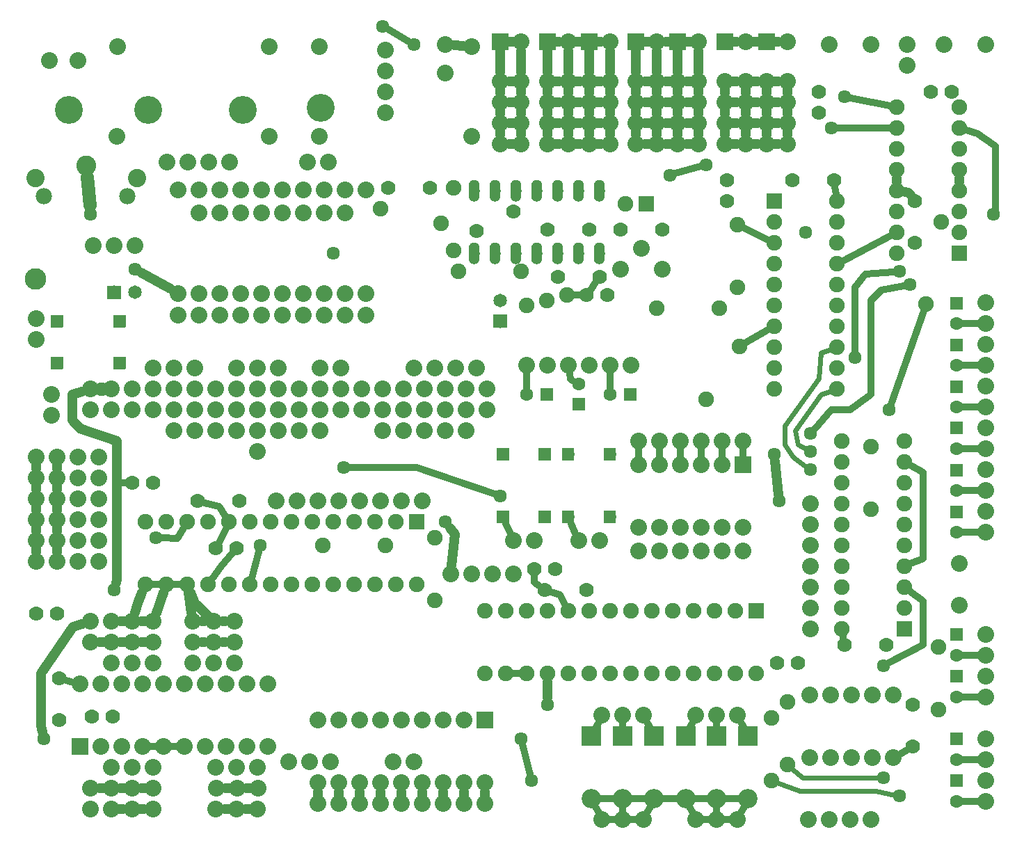
<source format=gbl>
G04 MADE WITH FRITZING*
G04 WWW.FRITZING.ORG*
G04 DOUBLE SIDED*
G04 HOLES PLATED*
G04 CONTOUR ON CENTER OF CONTOUR VECTOR*
%ASAXBY*%
%FSLAX23Y23*%
%MOIN*%
%OFA0B0*%
%SFA1.0B1.0*%
%ADD10C,0.059370*%
%ADD11C,0.052000*%
%ADD12C,0.065000*%
%ADD13C,0.080157*%
%ADD14C,0.070000*%
%ADD15C,0.075000*%
%ADD16C,0.133858*%
%ADD17C,0.095276*%
%ADD18C,0.103150*%
%ADD19C,0.087402*%
%ADD20C,0.078000*%
%ADD21C,0.092000*%
%ADD22C,0.063622*%
%ADD23C,0.062992*%
%ADD24R,0.075000X0.075000*%
%ADD25R,0.092000X0.092000*%
%ADD26R,0.080157X0.080157*%
%ADD27R,0.062992X0.062992*%
%ADD28C,0.048000*%
%ADD29C,0.024000*%
%ADD30C,0.032000*%
%ADD31C,0.064000*%
%ADD32R,0.001000X0.001000*%
%LNCOPPER0*%
G90*
G70*
G54D10*
X472Y2262D03*
X172Y2262D03*
X472Y2462D03*
X172Y2462D03*
X2309Y1525D03*
X2309Y1825D03*
X2509Y1525D03*
X2509Y1825D03*
X2622Y1525D03*
X2622Y1825D03*
X2822Y1525D03*
X2822Y1825D03*
G54D11*
X2772Y3087D03*
X2672Y3087D03*
X2572Y3087D03*
X2472Y3087D03*
X2372Y3087D03*
X2272Y3087D03*
X2172Y3087D03*
X2172Y2787D03*
X2272Y2787D03*
X2372Y2787D03*
X2472Y2787D03*
X2572Y2787D03*
X2672Y2787D03*
X2772Y2787D03*
G54D12*
X2297Y2562D03*
X2297Y2462D03*
X2297Y2562D03*
X2297Y2462D03*
X2297Y2562D03*
X2297Y2462D03*
X547Y2600D03*
X447Y2600D03*
X547Y2600D03*
X447Y2600D03*
X547Y2600D03*
X447Y2600D03*
G54D13*
X4422Y3787D03*
X4622Y3787D03*
X4072Y3787D03*
X3872Y3787D03*
X136Y3712D03*
X273Y3712D03*
X2034Y3650D03*
X2034Y3787D03*
G54D14*
X4272Y425D03*
X4272Y625D03*
X847Y1600D03*
X1047Y1600D03*
X2509Y1175D03*
X2709Y1175D03*
X3947Y911D03*
X4147Y911D03*
X184Y750D03*
X184Y550D03*
X3897Y3137D03*
X3697Y3137D03*
X4284Y2837D03*
X4284Y3037D03*
X2872Y2900D03*
X3072Y2900D03*
X1759Y3100D03*
X1959Y3100D03*
X2572Y2675D03*
X2772Y2675D03*
X2182Y2895D03*
X2359Y2987D03*
X2522Y2900D03*
X2722Y2900D03*
X2709Y2587D03*
X2809Y2587D03*
X2709Y2587D03*
X2809Y2587D03*
X438Y567D03*
X338Y567D03*
X438Y567D03*
X338Y567D03*
X934Y1375D03*
X1034Y1375D03*
X934Y1375D03*
X1034Y1375D03*
X2559Y1275D03*
X2459Y1275D03*
X2559Y1275D03*
X2459Y1275D03*
X3622Y825D03*
X3722Y825D03*
X3622Y825D03*
X3722Y825D03*
X3822Y3462D03*
X3822Y3562D03*
X3822Y3462D03*
X3822Y3562D03*
X172Y1062D03*
X72Y1062D03*
X172Y1062D03*
X72Y1062D03*
X534Y1687D03*
X634Y1687D03*
X534Y1687D03*
X634Y1687D03*
X3384Y3037D03*
X3384Y3137D03*
X3384Y3037D03*
X3384Y3137D03*
X4359Y3562D03*
X4459Y3562D03*
X4359Y3562D03*
X4459Y3562D03*
G54D15*
X4497Y2787D03*
X4197Y2787D03*
X4497Y2887D03*
X4197Y2887D03*
X4497Y2987D03*
X4197Y2987D03*
X4497Y3087D03*
X4197Y3087D03*
X4497Y3187D03*
X4197Y3187D03*
X4497Y3287D03*
X4197Y3287D03*
X4497Y3387D03*
X4197Y3387D03*
X4497Y3487D03*
X4197Y3487D03*
X1897Y1500D03*
X1897Y1200D03*
X1797Y1500D03*
X1797Y1200D03*
X1697Y1500D03*
X1697Y1200D03*
X1597Y1500D03*
X1597Y1200D03*
X1497Y1500D03*
X1497Y1200D03*
X1397Y1500D03*
X1397Y1200D03*
X1297Y1500D03*
X1297Y1200D03*
X1197Y1500D03*
X1197Y1200D03*
X1097Y1500D03*
X1097Y1200D03*
X997Y1500D03*
X997Y1200D03*
X897Y1500D03*
X897Y1200D03*
X797Y1500D03*
X797Y1200D03*
X697Y1500D03*
X697Y1200D03*
X597Y1500D03*
X597Y1200D03*
X3522Y1075D03*
X3522Y775D03*
X3422Y1075D03*
X3422Y775D03*
X3322Y1075D03*
X3322Y775D03*
X3222Y1075D03*
X3222Y775D03*
X3122Y1075D03*
X3122Y775D03*
X3022Y1075D03*
X3022Y775D03*
X2922Y1075D03*
X2922Y775D03*
X2822Y1075D03*
X2822Y775D03*
X2722Y1075D03*
X2722Y775D03*
X2622Y1075D03*
X2622Y775D03*
X2522Y1075D03*
X2522Y775D03*
X2422Y1075D03*
X2422Y775D03*
X2322Y1075D03*
X2322Y775D03*
X2222Y1075D03*
X2222Y775D03*
X4233Y987D03*
X3933Y987D03*
X4233Y1087D03*
X3933Y1087D03*
X4233Y1187D03*
X3933Y1187D03*
X4233Y1287D03*
X3933Y1287D03*
X4233Y1387D03*
X3933Y1387D03*
X4233Y1487D03*
X3933Y1487D03*
X4233Y1587D03*
X3933Y1587D03*
X4233Y1687D03*
X3933Y1687D03*
X4233Y1787D03*
X3933Y1787D03*
X4233Y1887D03*
X3933Y1887D03*
X3609Y3037D03*
X3909Y3037D03*
X3609Y2937D03*
X3909Y2937D03*
X3609Y2837D03*
X3909Y2837D03*
X3609Y2737D03*
X3909Y2737D03*
X3609Y2637D03*
X3909Y2637D03*
X3609Y2537D03*
X3909Y2537D03*
X3609Y2437D03*
X3909Y2437D03*
X3609Y2337D03*
X3909Y2337D03*
X3609Y2237D03*
X3909Y2237D03*
X3609Y2137D03*
X3909Y2137D03*
G54D13*
X334Y2137D03*
X434Y2137D03*
X534Y2137D03*
X634Y2137D03*
X734Y2137D03*
X834Y2137D03*
X934Y2137D03*
X1034Y2137D03*
X1134Y2137D03*
X1234Y2137D03*
X1334Y2137D03*
X1434Y2137D03*
X1534Y2137D03*
X1634Y2137D03*
X1734Y2137D03*
X1834Y2137D03*
X1934Y2137D03*
X2034Y2137D03*
X2134Y2137D03*
X2234Y2137D03*
X334Y2137D03*
X434Y2137D03*
X534Y2137D03*
X634Y2137D03*
X734Y2137D03*
X834Y2137D03*
X934Y2137D03*
X1034Y2137D03*
X1134Y2137D03*
X1234Y2137D03*
X1334Y2137D03*
X1434Y2137D03*
X1534Y2137D03*
X1634Y2137D03*
X1734Y2137D03*
X1834Y2137D03*
X1934Y2137D03*
X2034Y2137D03*
X2134Y2137D03*
X2234Y2137D03*
X2234Y2037D03*
X2134Y2037D03*
X2034Y2037D03*
X1934Y2037D03*
X1834Y2037D03*
X1734Y2037D03*
X1634Y2037D03*
X1534Y2037D03*
X1434Y2037D03*
X1334Y2037D03*
X1234Y2037D03*
X1134Y2037D03*
X1034Y2037D03*
X934Y2037D03*
X834Y2037D03*
X734Y2037D03*
X634Y2037D03*
X534Y2037D03*
X434Y2037D03*
X334Y2037D03*
X334Y2137D03*
X434Y2137D03*
X534Y2137D03*
X634Y2137D03*
X734Y2137D03*
X834Y2137D03*
X934Y2137D03*
X1034Y2137D03*
X1134Y2137D03*
X1234Y2137D03*
X1334Y2137D03*
X1434Y2137D03*
X1534Y2137D03*
X1634Y2137D03*
X1734Y2137D03*
X1834Y2137D03*
X1934Y2137D03*
X2034Y2137D03*
X2134Y2137D03*
X2234Y2137D03*
X334Y2137D03*
X434Y2137D03*
X534Y2137D03*
X634Y2137D03*
X734Y2137D03*
X834Y2137D03*
X934Y2137D03*
X1034Y2137D03*
X1134Y2137D03*
X1234Y2137D03*
X1334Y2137D03*
X1434Y2137D03*
X1534Y2137D03*
X1634Y2137D03*
X1734Y2137D03*
X1834Y2137D03*
X1934Y2137D03*
X2034Y2137D03*
X2134Y2137D03*
X2234Y2137D03*
X2234Y2037D03*
X2134Y2037D03*
X2034Y2037D03*
X1934Y2037D03*
X1834Y2037D03*
X1734Y2037D03*
X1634Y2037D03*
X1534Y2037D03*
X1434Y2037D03*
X1334Y2037D03*
X1234Y2037D03*
X1134Y2037D03*
X1034Y2037D03*
X934Y2037D03*
X834Y2037D03*
X734Y2037D03*
X634Y2037D03*
X534Y2037D03*
X434Y2037D03*
X334Y2037D03*
X147Y2112D03*
X147Y2012D03*
X1134Y1837D03*
X1134Y1937D03*
X1434Y2237D03*
X1534Y2237D03*
X634Y2237D03*
X734Y2237D03*
X834Y2237D03*
X1034Y2237D03*
X1134Y2237D03*
X1234Y2237D03*
X734Y1937D03*
X834Y1937D03*
X934Y1937D03*
X1034Y1937D03*
X1234Y1937D03*
X1334Y1937D03*
X1434Y1937D03*
X1734Y1937D03*
X1834Y1937D03*
X1934Y1937D03*
X2034Y1937D03*
X2134Y1937D03*
X2059Y1250D03*
X2159Y1250D03*
X2259Y1250D03*
X2359Y1250D03*
X1884Y2237D03*
X1984Y2237D03*
X2084Y2237D03*
X2184Y2237D03*
G54D16*
X1437Y3485D03*
X1062Y3476D03*
X229Y3476D03*
X608Y3474D03*
G54D17*
X312Y3209D03*
G54D18*
X68Y2665D03*
G54D19*
X556Y3148D03*
X70Y3148D03*
G54D20*
X509Y3062D03*
X109Y3062D03*
X509Y3062D03*
X109Y3062D03*
X509Y3062D03*
X109Y3062D03*
G54D13*
X72Y2475D03*
X72Y2375D03*
G54D21*
X3484Y475D03*
X3484Y175D03*
X3334Y475D03*
X3334Y175D03*
X3186Y475D03*
X3186Y175D03*
X3034Y475D03*
X3034Y175D03*
X2884Y475D03*
X2884Y175D03*
X2734Y475D03*
X2734Y175D03*
G54D13*
X854Y2981D03*
X954Y2981D03*
X1054Y2981D03*
X1154Y2981D03*
X1254Y2981D03*
X1354Y2981D03*
X1454Y2981D03*
X1554Y2981D03*
X754Y3090D03*
X854Y3090D03*
X954Y3090D03*
X1054Y3090D03*
X1154Y3090D03*
X1254Y3090D03*
X1354Y3090D03*
X1454Y3090D03*
X1554Y3090D03*
X1654Y3090D03*
X754Y3090D03*
X854Y3090D03*
X954Y3090D03*
X1054Y3090D03*
X1154Y3090D03*
X1254Y3090D03*
X1354Y3090D03*
X1454Y3090D03*
X1554Y3090D03*
X1654Y3090D03*
X753Y2492D03*
X853Y2492D03*
X953Y2492D03*
X1053Y2492D03*
X1153Y2492D03*
X1253Y2492D03*
X1353Y2492D03*
X1453Y2492D03*
X1553Y2492D03*
X1653Y2492D03*
X753Y2492D03*
X853Y2492D03*
X953Y2492D03*
X1053Y2492D03*
X1153Y2492D03*
X1253Y2492D03*
X1353Y2492D03*
X1453Y2492D03*
X1553Y2492D03*
X1653Y2492D03*
X753Y2596D03*
X853Y2596D03*
X953Y2596D03*
X1053Y2596D03*
X1153Y2596D03*
X1253Y2596D03*
X1353Y2596D03*
X1453Y2596D03*
X1553Y2596D03*
X1653Y2596D03*
X753Y2596D03*
X853Y2596D03*
X953Y2596D03*
X1053Y2596D03*
X1153Y2596D03*
X1253Y2596D03*
X1353Y2596D03*
X1453Y2596D03*
X1553Y2596D03*
X1653Y2596D03*
X1431Y3349D03*
X460Y3349D03*
X2161Y3349D03*
X1190Y3349D03*
X2161Y3779D03*
X1190Y3779D03*
X1429Y3779D03*
X462Y3779D03*
G54D22*
X3997Y2287D03*
X2522Y625D03*
X447Y1175D03*
X109Y462D03*
X1147Y1387D03*
X647Y1425D03*
X2297Y1625D03*
X4209Y187D03*
X4134Y275D03*
X2447Y262D03*
X2397Y462D03*
X2034Y1500D03*
X1547Y1762D03*
X1497Y2787D03*
X3759Y2887D03*
X3609Y1825D03*
X3634Y1600D03*
X3784Y1837D03*
X3784Y1750D03*
X4132Y812D03*
X3784Y1925D03*
X4159Y2037D03*
X4209Y2700D03*
X4259Y2637D03*
X3884Y3387D03*
X3109Y3162D03*
X4659Y2975D03*
X3284Y3212D03*
X3947Y3537D03*
X1884Y3787D03*
X1734Y3875D03*
X334Y2975D03*
X547Y2712D03*
G54D13*
X798Y3226D03*
X698Y3226D03*
X2297Y3612D03*
X2297Y3512D03*
X2297Y3412D03*
X2297Y3312D03*
X2297Y3612D03*
X2297Y3512D03*
X2297Y3412D03*
X2297Y3312D03*
X2397Y3312D03*
X2397Y3412D03*
X2397Y3512D03*
X2397Y3612D03*
X2947Y3612D03*
X2947Y3512D03*
X2947Y3412D03*
X2947Y3312D03*
X2947Y3612D03*
X2947Y3512D03*
X2947Y3412D03*
X2947Y3312D03*
X3047Y3312D03*
X3047Y3412D03*
X3047Y3512D03*
X3047Y3612D03*
X3147Y3612D03*
X3147Y3512D03*
X3147Y3412D03*
X3147Y3312D03*
X3147Y3612D03*
X3147Y3512D03*
X3147Y3412D03*
X3147Y3312D03*
X3247Y3312D03*
X3247Y3412D03*
X3247Y3512D03*
X3247Y3612D03*
X2522Y3612D03*
X2522Y3512D03*
X2522Y3412D03*
X2522Y3312D03*
X2522Y3612D03*
X2522Y3512D03*
X2522Y3412D03*
X2522Y3312D03*
X2622Y3312D03*
X2622Y3412D03*
X2622Y3512D03*
X2622Y3612D03*
X2722Y3612D03*
X2722Y3512D03*
X2722Y3412D03*
X2722Y3312D03*
X2722Y3612D03*
X2722Y3512D03*
X2722Y3412D03*
X2722Y3312D03*
X2822Y3312D03*
X2822Y3412D03*
X2822Y3512D03*
X2822Y3612D03*
X3372Y3612D03*
X3372Y3512D03*
X3372Y3412D03*
X3372Y3312D03*
X3372Y3612D03*
X3372Y3512D03*
X3372Y3412D03*
X3372Y3312D03*
X3472Y3312D03*
X3472Y3412D03*
X3472Y3512D03*
X3472Y3612D03*
X3572Y3612D03*
X3572Y3512D03*
X3572Y3412D03*
X3572Y3312D03*
X3572Y3612D03*
X3572Y3512D03*
X3572Y3412D03*
X3572Y3312D03*
X3672Y3312D03*
X3672Y3412D03*
X3672Y3512D03*
X3672Y3612D03*
X1747Y3762D03*
X1747Y3662D03*
X1747Y3562D03*
X1747Y3462D03*
X1472Y3225D03*
X1372Y3225D03*
X998Y3226D03*
X898Y3226D03*
X2972Y2812D03*
X3072Y2712D03*
X2872Y2712D03*
G54D15*
X4072Y1562D03*
X4072Y1862D03*
X4072Y1562D03*
X4072Y1862D03*
X4409Y2937D03*
X4337Y2544D03*
X4409Y2937D03*
X4337Y2544D03*
X3434Y2625D03*
X3434Y2925D03*
X3434Y2625D03*
X3434Y2925D03*
X4397Y600D03*
X4397Y900D03*
X4397Y600D03*
X4397Y900D03*
X3672Y337D03*
X3672Y637D03*
X3672Y337D03*
X3672Y637D03*
X3597Y262D03*
X3597Y562D03*
X3597Y262D03*
X3597Y562D03*
X1447Y1387D03*
X1747Y1387D03*
X1447Y1387D03*
X1747Y1387D03*
X1984Y1425D03*
X1984Y1125D03*
X1984Y1425D03*
X1984Y1125D03*
X3442Y2343D03*
X3284Y2087D03*
X3442Y2343D03*
X3284Y2087D03*
X3347Y2525D03*
X3047Y2525D03*
X3347Y2525D03*
X3047Y2525D03*
X2014Y2931D03*
X1722Y3000D03*
X2014Y2931D03*
X1722Y3000D03*
X2072Y2800D03*
X2072Y3100D03*
X2072Y2800D03*
X2072Y3100D03*
X2397Y2700D03*
X2097Y2700D03*
X2397Y2700D03*
X2097Y2700D03*
G54D13*
X2959Y1362D03*
X3059Y1362D03*
X3159Y1362D03*
X3259Y1362D03*
X3359Y1362D03*
X3459Y1362D03*
X2959Y1887D03*
X3059Y1887D03*
X3159Y1887D03*
X3259Y1887D03*
X3359Y1887D03*
X3459Y1887D03*
X4622Y362D03*
X4622Y462D03*
X4622Y162D03*
X4622Y262D03*
X2822Y2250D03*
X2922Y2250D03*
X2622Y2250D03*
X2722Y2250D03*
X2422Y2250D03*
X2522Y2250D03*
X3784Y987D03*
X3784Y1087D03*
X3784Y1187D03*
X3784Y1287D03*
X3784Y1387D03*
X3784Y1487D03*
X3784Y1587D03*
X4622Y662D03*
X4622Y762D03*
X4622Y862D03*
X4622Y962D03*
X4622Y1450D03*
X4622Y1550D03*
X4622Y1650D03*
X4622Y1750D03*
X4622Y1851D03*
X4622Y1951D03*
X4622Y2050D03*
X4622Y2150D03*
X4622Y2250D03*
X4622Y2350D03*
X4622Y2450D03*
X4622Y2550D03*
X4247Y3687D03*
X4247Y3787D03*
X2297Y3800D03*
X2397Y3800D03*
X3147Y3800D03*
X3247Y3800D03*
X2947Y3800D03*
X3047Y3800D03*
X2722Y3800D03*
X2822Y3800D03*
X2522Y3800D03*
X2622Y3800D03*
X3372Y3800D03*
X3472Y3800D03*
X3572Y3800D03*
X3672Y3800D03*
X172Y1812D03*
X172Y1712D03*
X172Y1612D03*
X172Y1512D03*
X172Y1412D03*
X172Y1312D03*
X72Y1812D03*
X72Y1712D03*
X72Y1612D03*
X72Y1512D03*
X72Y1412D03*
X72Y1312D03*
X272Y1812D03*
X272Y1712D03*
X272Y1612D03*
X272Y1512D03*
X272Y1412D03*
X272Y1312D03*
X272Y1812D03*
X272Y1712D03*
X272Y1612D03*
X272Y1512D03*
X272Y1412D03*
X272Y1312D03*
X372Y1312D03*
X372Y1412D03*
X372Y1512D03*
X372Y1612D03*
X372Y1712D03*
X372Y1812D03*
X334Y1025D03*
X284Y425D03*
X284Y725D03*
X384Y425D03*
X384Y725D03*
X484Y425D03*
X484Y725D03*
X584Y425D03*
X584Y725D03*
X684Y425D03*
X684Y725D03*
X784Y425D03*
X784Y725D03*
X884Y425D03*
X884Y725D03*
X984Y425D03*
X984Y725D03*
X1084Y425D03*
X1084Y725D03*
X1184Y425D03*
X1184Y725D03*
X632Y325D03*
X532Y325D03*
X432Y325D03*
X1134Y325D03*
X1034Y325D03*
X934Y325D03*
X1023Y825D03*
X923Y825D03*
X823Y825D03*
X634Y825D03*
X534Y825D03*
X434Y825D03*
X334Y225D03*
X434Y225D03*
X534Y225D03*
X634Y225D03*
X334Y925D03*
X434Y925D03*
X534Y925D03*
X634Y925D03*
X1134Y125D03*
X1034Y125D03*
X934Y125D03*
X1137Y225D03*
X1037Y225D03*
X937Y225D03*
X632Y125D03*
X532Y125D03*
X432Y125D03*
X547Y2825D03*
X447Y2825D03*
X347Y2825D03*
X1023Y925D03*
X923Y925D03*
X823Y925D03*
X1023Y1025D03*
X923Y1025D03*
X823Y1025D03*
X1222Y1600D03*
X1322Y1600D03*
X1422Y1600D03*
X1522Y1600D03*
X1622Y1600D03*
X1722Y1600D03*
X1822Y1600D03*
X1922Y1600D03*
X634Y1025D03*
X534Y1025D03*
X434Y1025D03*
X334Y125D03*
G54D23*
X4484Y460D03*
X4484Y362D03*
X4484Y260D03*
X4484Y162D03*
X2920Y2112D03*
X2822Y2112D03*
X2672Y2064D03*
X2672Y2162D03*
X2520Y2112D03*
X2422Y2112D03*
X4484Y760D03*
X4484Y662D03*
X4484Y960D03*
X4484Y862D03*
X4484Y1548D03*
X4484Y1450D03*
X4484Y1748D03*
X4484Y1650D03*
X4484Y1950D03*
X4484Y1851D03*
X4484Y2148D03*
X4484Y2050D03*
X4484Y2348D03*
X4484Y2250D03*
X4484Y2548D03*
X4484Y2450D03*
G54D15*
X2997Y3025D03*
X2897Y3025D03*
X2615Y2588D03*
X2519Y2562D03*
X2422Y2537D03*
G54D13*
X1784Y350D03*
X1884Y350D03*
X1784Y350D03*
X1884Y350D03*
X1284Y350D03*
X1384Y350D03*
X1484Y350D03*
X1284Y350D03*
X1384Y350D03*
X1484Y350D03*
X2222Y550D03*
X2222Y250D03*
X2122Y550D03*
X2122Y250D03*
X2022Y550D03*
X2022Y250D03*
X1922Y550D03*
X1922Y250D03*
X1822Y550D03*
X1822Y250D03*
X1722Y550D03*
X1722Y250D03*
X1622Y550D03*
X1622Y250D03*
X1522Y550D03*
X1522Y250D03*
X1422Y550D03*
X1422Y250D03*
X4496Y1100D03*
X4497Y1300D03*
X2222Y150D03*
X2122Y150D03*
X2022Y150D03*
X1922Y150D03*
X1822Y150D03*
X1722Y150D03*
X1622Y150D03*
X1522Y150D03*
X1422Y150D03*
X3234Y575D03*
X3334Y575D03*
X3434Y575D03*
X2784Y575D03*
X2884Y575D03*
X2984Y575D03*
X2772Y1412D03*
X2672Y1412D03*
X2459Y1412D03*
X2359Y1412D03*
X3234Y75D03*
X3334Y75D03*
X3434Y75D03*
X2784Y75D03*
X2884Y75D03*
X2984Y75D03*
X3459Y1775D03*
X3459Y1475D03*
X3359Y1775D03*
X3359Y1475D03*
X3259Y1775D03*
X3259Y1475D03*
X3159Y1775D03*
X3159Y1475D03*
X3059Y1775D03*
X3059Y1475D03*
X2959Y1775D03*
X2959Y1475D03*
X4072Y75D03*
X3972Y75D03*
X3872Y75D03*
X3772Y75D03*
X4180Y370D03*
X4080Y370D03*
X3980Y370D03*
X3880Y370D03*
X3780Y370D03*
X4180Y670D03*
X4080Y670D03*
X3980Y670D03*
X3880Y670D03*
X3780Y670D03*
G54D24*
X4497Y2787D03*
X1897Y1500D03*
X3522Y1075D03*
X4233Y987D03*
X3609Y3037D03*
G54D25*
X3484Y475D03*
X3334Y475D03*
X3186Y475D03*
X3034Y475D03*
X2884Y475D03*
X2734Y475D03*
G54D26*
X2297Y3800D03*
X3147Y3800D03*
X2947Y3800D03*
X2722Y3800D03*
X2522Y3800D03*
X3372Y3800D03*
X3572Y3800D03*
X284Y425D03*
G54D27*
X4484Y460D03*
X4484Y260D03*
X2920Y2112D03*
X2672Y2064D03*
X2520Y2112D03*
X4484Y760D03*
X4484Y960D03*
X4484Y1548D03*
X4484Y1748D03*
X4484Y1950D03*
X4484Y2148D03*
X4484Y2348D03*
X4484Y2548D03*
G54D24*
X2997Y3025D03*
G54D26*
X2222Y550D03*
X3459Y1775D03*
G54D28*
X559Y1112D02*
X546Y1065D01*
D02*
X581Y1163D02*
X559Y1112D01*
D02*
X649Y1064D02*
X684Y1162D01*
D02*
X803Y1160D02*
X817Y1066D01*
D02*
X834Y1112D02*
X893Y1054D01*
D02*
X813Y1163D02*
X834Y1112D01*
D02*
X881Y1025D02*
X866Y1025D01*
D02*
X2119Y3781D02*
X2077Y3784D01*
D02*
X2079Y1443D02*
X2064Y1292D01*
G54D29*
D02*
X4096Y212D02*
X4187Y192D01*
D02*
X3747Y275D02*
X4112Y275D01*
D02*
X3734Y212D02*
X4096Y212D01*
D02*
X3694Y319D02*
X3747Y275D01*
D02*
X3624Y252D02*
X3734Y212D01*
G54D28*
D02*
X4497Y3147D02*
X4497Y3127D01*
D02*
X4197Y3147D02*
X4197Y3127D01*
D02*
X2522Y735D02*
X2522Y659D01*
G54D30*
D02*
X459Y1686D02*
X503Y1687D01*
G54D28*
D02*
X2055Y1473D02*
X2079Y1443D01*
D02*
X4252Y3079D02*
X4262Y3067D01*
D02*
X4236Y3081D02*
X4252Y3079D01*
G54D30*
D02*
X2404Y434D02*
X2440Y290D01*
D02*
X748Y1423D02*
X779Y1471D01*
D02*
X675Y1424D02*
X748Y1423D01*
G54D28*
D02*
X459Y1686D02*
X459Y1887D01*
D02*
X460Y1224D02*
X459Y1686D01*
D02*
X456Y1207D02*
X460Y1224D01*
D02*
X459Y1887D02*
X284Y1948D01*
D02*
X284Y1948D02*
X246Y1987D01*
D02*
X246Y1987D02*
X246Y2112D01*
D02*
X246Y2112D02*
X294Y2126D01*
D02*
X248Y999D02*
X294Y1013D01*
D02*
X97Y774D02*
X248Y999D01*
D02*
X97Y524D02*
X97Y774D01*
D02*
X103Y495D02*
X97Y524D01*
G54D30*
D02*
X3901Y3106D02*
X3905Y3071D01*
D02*
X3941Y942D02*
X3939Y953D01*
D02*
X2324Y1491D02*
X2345Y1446D01*
D02*
X2637Y1491D02*
X2657Y1446D01*
D02*
X2959Y1811D02*
X2959Y1850D01*
D02*
X3059Y1850D02*
X3059Y1811D01*
D02*
X3159Y1850D02*
X3159Y1811D01*
D02*
X3259Y1850D02*
X3259Y1811D01*
D02*
X3359Y1850D02*
X3359Y1811D01*
D02*
X3459Y1850D02*
X3459Y1811D01*
D02*
X948Y1575D02*
X978Y1528D01*
D02*
X878Y1592D02*
X948Y1575D01*
D02*
X2388Y775D02*
X2356Y775D01*
D02*
X249Y733D02*
X215Y742D01*
D02*
X982Y1469D02*
X949Y1403D01*
D02*
X2584Y1150D02*
X2607Y1105D01*
D02*
X2540Y1165D02*
X2584Y1150D01*
D02*
X2459Y1213D02*
X2484Y1194D01*
D02*
X2459Y1243D02*
X2459Y1213D01*
D02*
X1897Y1761D02*
X2270Y1634D01*
D02*
X1575Y1762D02*
X1897Y1761D01*
D02*
X763Y1200D02*
X731Y1200D01*
D02*
X663Y1200D02*
X631Y1200D01*
D02*
X1140Y1359D02*
X1106Y1233D01*
D02*
X959Y1287D02*
X917Y1227D01*
D02*
X1014Y1350D02*
X959Y1287D01*
D02*
X4585Y362D02*
X4517Y362D01*
D02*
X4585Y162D02*
X4517Y162D01*
D02*
X3465Y136D02*
X3451Y107D01*
D02*
X3228Y175D02*
X3292Y175D01*
D02*
X2777Y175D02*
X2842Y175D01*
D02*
X2921Y75D02*
X2948Y75D01*
D02*
X2927Y175D02*
X2992Y175D01*
D02*
X3377Y175D02*
X3442Y175D01*
D02*
X3015Y136D02*
X3001Y107D01*
D02*
X2821Y75D02*
X2848Y75D01*
D02*
X3334Y132D02*
X3334Y111D01*
D02*
X3077Y175D02*
X3143Y175D01*
D02*
X2884Y132D02*
X2884Y111D01*
D02*
X3271Y75D02*
X3298Y75D01*
D02*
X3204Y136D02*
X3218Y108D01*
D02*
X3398Y75D02*
X3371Y75D01*
D02*
X2754Y136D02*
X2768Y107D01*
D02*
X4212Y389D02*
X4245Y408D01*
D02*
X4325Y2511D02*
X4169Y2064D01*
D02*
X4585Y862D02*
X4517Y862D01*
D02*
X4585Y662D02*
X4517Y662D01*
D02*
X4323Y1737D02*
X4323Y1326D01*
D02*
X4263Y1770D02*
X4323Y1737D01*
D02*
X4323Y1326D02*
X4264Y1301D01*
D02*
X4322Y912D02*
X4323Y1123D01*
D02*
X4157Y825D02*
X4322Y912D01*
D02*
X4323Y1123D02*
X4261Y1167D01*
D02*
X2422Y2213D02*
X2422Y2144D01*
D02*
X2634Y2185D02*
X2629Y2213D01*
D02*
X2644Y2179D02*
X2634Y2185D01*
D02*
X2822Y2144D02*
X2822Y2213D01*
G54D29*
D02*
X3723Y1873D02*
X3709Y1937D01*
D02*
X3709Y1937D02*
X3834Y2112D01*
D02*
X3765Y1849D02*
X3723Y1873D01*
D02*
X3834Y2112D02*
X3882Y2128D01*
D02*
X3698Y1812D02*
X3659Y1873D01*
D02*
X3659Y1873D02*
X3659Y1962D01*
D02*
X3823Y2187D02*
X3834Y2312D01*
D02*
X3659Y1962D02*
X3823Y2187D01*
D02*
X3834Y2312D02*
X3882Y2328D01*
D02*
X3766Y1763D02*
X3698Y1812D01*
G54D28*
D02*
X3613Y1791D02*
X3631Y1633D01*
D02*
X716Y2617D02*
X577Y2695D01*
G54D31*
D02*
X317Y3156D02*
X330Y3019D01*
G54D30*
D02*
X2678Y2587D02*
X2650Y2587D01*
D02*
X2754Y2649D02*
X2728Y2613D01*
D02*
X4517Y1450D02*
X4585Y1450D01*
D02*
X4517Y1650D02*
X4585Y1650D01*
D02*
X4517Y1851D02*
X4585Y1851D01*
D02*
X4517Y2050D02*
X4585Y2050D01*
D02*
X4517Y2250D02*
X4585Y2250D01*
D02*
X4517Y2450D02*
X4585Y2450D01*
D02*
X1759Y3860D02*
X1860Y3801D01*
D02*
X3975Y3531D02*
X4163Y3494D01*
D02*
X3257Y3204D02*
X3137Y3170D01*
D02*
X4671Y3011D02*
X4668Y3002D01*
D02*
X4671Y3300D02*
X4671Y3011D01*
D02*
X4584Y3362D02*
X4671Y3300D01*
D02*
X4530Y3378D02*
X4584Y3362D01*
D02*
X3913Y3387D02*
X4163Y3387D01*
D02*
X3940Y2753D02*
X4167Y2871D01*
D02*
X3884Y2037D02*
X3803Y1946D01*
D02*
X3973Y2037D02*
X3884Y2037D01*
D02*
X4073Y2112D02*
X3973Y2037D01*
D02*
X4073Y2560D02*
X4073Y2112D01*
D02*
X4123Y2613D02*
X4073Y2560D01*
D02*
X4231Y2632D02*
X4123Y2613D01*
D02*
X3996Y2625D02*
X3997Y2315D01*
D02*
X4046Y2687D02*
X3996Y2625D01*
D02*
X4181Y2697D02*
X4046Y2687D01*
G54D28*
D02*
X172Y1754D02*
X172Y1770D01*
D02*
X172Y1654D02*
X172Y1670D01*
D02*
X172Y1554D02*
X172Y1570D01*
D02*
X172Y1454D02*
X172Y1470D01*
D02*
X172Y1354D02*
X172Y1370D01*
D02*
X2339Y3800D02*
X2355Y3800D01*
D02*
X2397Y3554D02*
X2397Y3570D01*
D02*
X3247Y3554D02*
X3247Y3570D01*
D02*
X2989Y3800D02*
X3005Y3800D01*
D02*
X3089Y3800D02*
X3105Y3800D01*
D02*
X3189Y3800D02*
X3205Y3800D01*
D02*
X2822Y3554D02*
X2822Y3570D01*
D02*
X2564Y3800D02*
X2580Y3800D01*
D02*
X2664Y3800D02*
X2680Y3800D01*
D02*
X2764Y3800D02*
X2780Y3800D01*
D02*
X3614Y3800D02*
X3630Y3800D01*
D02*
X3514Y3800D02*
X3530Y3800D01*
D02*
X3414Y3800D02*
X3430Y3800D01*
D02*
X3672Y3554D02*
X3672Y3570D01*
D02*
X3672Y3454D02*
X3672Y3470D01*
D02*
X3672Y3354D02*
X3672Y3370D01*
D02*
X3572Y3554D02*
X3572Y3570D01*
D02*
X3572Y3454D02*
X3572Y3470D01*
D02*
X2297Y3454D02*
X2297Y3470D01*
D02*
X2397Y3354D02*
X2397Y3370D01*
D02*
X2397Y3454D02*
X2397Y3470D01*
D02*
X2297Y3370D02*
X2297Y3354D01*
D02*
X2297Y3554D02*
X2297Y3570D01*
D02*
X3247Y3454D02*
X3247Y3470D01*
D02*
X3247Y3354D02*
X3247Y3370D01*
D02*
X3047Y3554D02*
X3047Y3570D01*
D02*
X3147Y3454D02*
X3147Y3470D01*
D02*
X3147Y3554D02*
X3147Y3570D01*
D02*
X3147Y3370D02*
X3147Y3354D01*
D02*
X2947Y3454D02*
X2947Y3470D01*
D02*
X2947Y3554D02*
X2947Y3570D01*
D02*
X3047Y3370D02*
X3047Y3354D01*
D02*
X3047Y3454D02*
X3047Y3470D01*
D02*
X2522Y3454D02*
X2522Y3470D01*
D02*
X2522Y3554D02*
X2522Y3570D01*
D02*
X2622Y3370D02*
X2622Y3354D01*
D02*
X2622Y3454D02*
X2622Y3470D01*
D02*
X2622Y3554D02*
X2622Y3570D01*
D02*
X2722Y3370D02*
X2722Y3354D01*
D02*
X2722Y3454D02*
X2722Y3470D01*
D02*
X2722Y3554D02*
X2722Y3570D01*
D02*
X2822Y3354D02*
X2822Y3370D01*
D02*
X2822Y3454D02*
X2822Y3470D01*
D02*
X3572Y3370D02*
X3572Y3354D01*
D02*
X3472Y3554D02*
X3472Y3570D01*
D02*
X3472Y3454D02*
X3472Y3470D01*
D02*
X3472Y3370D02*
X3472Y3354D01*
D02*
X3372Y3554D02*
X3372Y3570D01*
D02*
X3372Y3454D02*
X3372Y3470D01*
D02*
X3372Y3354D02*
X3372Y3370D01*
D02*
X3614Y3612D02*
X3630Y3612D01*
D02*
X3614Y3512D02*
X3630Y3512D01*
D02*
X3614Y3412D02*
X3630Y3412D01*
D02*
X2339Y3412D02*
X2355Y3412D01*
D02*
X2339Y3612D02*
X2355Y3612D01*
D02*
X2339Y3312D02*
X2355Y3312D01*
D02*
X2339Y3512D02*
X2355Y3512D01*
D02*
X3189Y3612D02*
X3205Y3612D01*
D02*
X3189Y3312D02*
X3205Y3312D01*
D02*
X3089Y3412D02*
X3105Y3412D01*
D02*
X2989Y3612D02*
X3005Y3612D01*
D02*
X3089Y3612D02*
X3105Y3612D01*
D02*
X3189Y3412D02*
X3205Y3412D01*
D02*
X3089Y3512D02*
X3105Y3512D01*
D02*
X3189Y3512D02*
X3205Y3512D01*
D02*
X3089Y3312D02*
X3105Y3312D01*
D02*
X2947Y3354D02*
X2947Y3370D01*
D02*
X2564Y3612D02*
X2580Y3612D01*
D02*
X2664Y3312D02*
X2680Y3312D01*
D02*
X2664Y3412D02*
X2680Y3412D01*
D02*
X2664Y3512D02*
X2680Y3512D01*
G54D30*
D02*
X3465Y513D02*
X3451Y542D01*
G54D28*
D02*
X2664Y3612D02*
X2680Y3612D01*
G54D30*
D02*
X3334Y517D02*
X3334Y538D01*
G54D28*
D02*
X2764Y3312D02*
X2780Y3312D01*
D02*
X2764Y3412D02*
X2780Y3412D01*
G54D30*
D02*
X3204Y513D02*
X3218Y541D01*
G54D28*
D02*
X2764Y3512D02*
X2780Y3512D01*
G54D30*
D02*
X3015Y513D02*
X3001Y542D01*
G54D28*
D02*
X2764Y3612D02*
X2780Y3612D01*
G54D30*
D02*
X2884Y517D02*
X2884Y538D01*
G54D28*
D02*
X2522Y3354D02*
X2522Y3370D01*
G54D30*
D02*
X2754Y513D02*
X2768Y542D01*
G54D28*
D02*
X3614Y3312D02*
X3630Y3312D01*
D02*
X3514Y3612D02*
X3530Y3612D01*
D02*
X3514Y3512D02*
X3530Y3512D01*
D02*
X3514Y3412D02*
X3530Y3412D01*
D02*
X3514Y3312D02*
X3530Y3312D01*
D02*
X3414Y3612D02*
X3430Y3612D01*
D02*
X3414Y3512D02*
X3430Y3512D01*
D02*
X3414Y3412D02*
X3430Y3412D01*
D02*
X3414Y3312D02*
X3430Y3312D01*
D02*
X2564Y3512D02*
X2580Y3512D01*
D02*
X2947Y3654D02*
X2947Y3757D01*
D02*
X2989Y3312D02*
X3005Y3312D01*
D02*
X2989Y3412D02*
X3005Y3412D01*
D02*
X2989Y3512D02*
X3005Y3512D01*
D02*
X2564Y3312D02*
X2580Y3312D01*
D02*
X2564Y3412D02*
X2580Y3412D01*
D02*
X2522Y3654D02*
X2522Y3757D01*
D02*
X2622Y3654D02*
X2622Y3757D01*
D02*
X2722Y3654D02*
X2722Y3757D01*
D02*
X2822Y3757D02*
X2822Y3654D01*
D02*
X3047Y3654D02*
X3047Y3757D01*
D02*
X2397Y3757D02*
X2397Y3654D01*
D02*
X2297Y3654D02*
X2297Y3757D01*
D02*
X3246Y3685D02*
X3246Y3654D01*
D02*
X3246Y3757D02*
X3246Y3685D01*
D02*
X3147Y3654D02*
X3147Y3757D01*
G54D31*
D02*
X388Y2137D02*
X381Y2137D01*
G54D28*
D02*
X72Y1754D02*
X72Y1770D01*
D02*
X72Y1654D02*
X72Y1670D01*
D02*
X72Y1554D02*
X72Y1570D01*
D02*
X72Y1470D02*
X72Y1454D01*
D02*
X72Y1370D02*
X72Y1354D01*
G54D30*
D02*
X3471Y2359D02*
X3580Y2420D01*
D02*
X3579Y2852D02*
X3465Y2909D01*
G54D28*
D02*
X1422Y192D02*
X1422Y207D01*
D02*
X1722Y192D02*
X1722Y207D01*
D02*
X981Y925D02*
X966Y925D01*
D02*
X492Y1025D02*
X477Y1025D01*
D02*
X592Y1025D02*
X577Y1025D01*
D02*
X981Y1025D02*
X966Y1025D01*
D02*
X489Y125D02*
X474Y125D01*
D02*
X589Y125D02*
X574Y125D01*
D02*
X992Y125D02*
X977Y125D01*
D02*
X1092Y125D02*
X1077Y125D01*
D02*
X2022Y192D02*
X2022Y207D01*
D02*
X392Y925D02*
X377Y925D01*
D02*
X592Y925D02*
X577Y925D01*
D02*
X492Y925D02*
X477Y925D01*
D02*
X1080Y225D02*
X1095Y225D01*
D02*
X980Y225D02*
X995Y225D01*
D02*
X866Y925D02*
X881Y925D01*
D02*
X392Y225D02*
X377Y225D01*
D02*
X592Y225D02*
X577Y225D01*
D02*
X492Y225D02*
X477Y225D01*
D02*
X2122Y192D02*
X2122Y207D01*
G54D30*
D02*
X621Y425D02*
X648Y425D01*
D02*
X748Y425D02*
X721Y425D01*
G54D28*
D02*
X2222Y192D02*
X2222Y207D01*
D02*
X1522Y192D02*
X1522Y207D01*
D02*
X1822Y192D02*
X1822Y207D01*
D02*
X1922Y192D02*
X1922Y207D01*
D02*
X1622Y192D02*
X1622Y207D01*
G54D32*
X2167Y3139D02*
X2176Y3139D01*
X2267Y3139D02*
X2276Y3139D01*
X2367Y3139D02*
X2376Y3139D01*
X2467Y3139D02*
X2476Y3139D01*
X2567Y3139D02*
X2576Y3139D01*
X2667Y3139D02*
X2676Y3139D01*
X2767Y3139D02*
X2776Y3139D01*
X2163Y3138D02*
X2179Y3138D01*
X2263Y3138D02*
X2279Y3138D01*
X2363Y3138D02*
X2379Y3138D01*
X2463Y3138D02*
X2479Y3138D01*
X2563Y3138D02*
X2579Y3138D01*
X2663Y3138D02*
X2679Y3138D01*
X2763Y3138D02*
X2779Y3138D01*
X2161Y3137D02*
X2182Y3137D01*
X2261Y3137D02*
X2282Y3137D01*
X2361Y3137D02*
X2382Y3137D01*
X2461Y3137D02*
X2482Y3137D01*
X2561Y3137D02*
X2582Y3137D01*
X2661Y3137D02*
X2682Y3137D01*
X2761Y3137D02*
X2782Y3137D01*
X2159Y3136D02*
X2184Y3136D01*
X2259Y3136D02*
X2284Y3136D01*
X2359Y3136D02*
X2384Y3136D01*
X2459Y3136D02*
X2484Y3136D01*
X2559Y3136D02*
X2584Y3136D01*
X2659Y3136D02*
X2684Y3136D01*
X2759Y3136D02*
X2783Y3136D01*
X2157Y3135D02*
X2185Y3135D01*
X2257Y3135D02*
X2285Y3135D01*
X2357Y3135D02*
X2385Y3135D01*
X2457Y3135D02*
X2485Y3135D01*
X2557Y3135D02*
X2585Y3135D01*
X2657Y3135D02*
X2685Y3135D01*
X2757Y3135D02*
X2785Y3135D01*
X2156Y3134D02*
X2187Y3134D01*
X2256Y3134D02*
X2287Y3134D01*
X2356Y3134D02*
X2387Y3134D01*
X2456Y3134D02*
X2487Y3134D01*
X2556Y3134D02*
X2587Y3134D01*
X2656Y3134D02*
X2687Y3134D01*
X2756Y3134D02*
X2787Y3134D01*
X2155Y3133D02*
X2188Y3133D01*
X2255Y3133D02*
X2288Y3133D01*
X2355Y3133D02*
X2388Y3133D01*
X2455Y3133D02*
X2488Y3133D01*
X2555Y3133D02*
X2588Y3133D01*
X2655Y3133D02*
X2688Y3133D01*
X2755Y3133D02*
X2788Y3133D01*
X2153Y3132D02*
X2189Y3132D01*
X2253Y3132D02*
X2289Y3132D01*
X2353Y3132D02*
X2389Y3132D01*
X2453Y3132D02*
X2489Y3132D01*
X2553Y3132D02*
X2589Y3132D01*
X2653Y3132D02*
X2689Y3132D01*
X2753Y3132D02*
X2789Y3132D01*
X2153Y3131D02*
X2190Y3131D01*
X2253Y3131D02*
X2290Y3131D01*
X2353Y3131D02*
X2390Y3131D01*
X2453Y3131D02*
X2490Y3131D01*
X2553Y3131D02*
X2590Y3131D01*
X2653Y3131D02*
X2690Y3131D01*
X2753Y3131D02*
X2790Y3131D01*
X2152Y3130D02*
X2191Y3130D01*
X2252Y3130D02*
X2291Y3130D01*
X2352Y3130D02*
X2391Y3130D01*
X2452Y3130D02*
X2491Y3130D01*
X2552Y3130D02*
X2591Y3130D01*
X2652Y3130D02*
X2691Y3130D01*
X2752Y3130D02*
X2791Y3130D01*
X2151Y3129D02*
X2191Y3129D01*
X2251Y3129D02*
X2291Y3129D01*
X2351Y3129D02*
X2391Y3129D01*
X2451Y3129D02*
X2491Y3129D01*
X2551Y3129D02*
X2591Y3129D01*
X2651Y3129D02*
X2691Y3129D01*
X2751Y3129D02*
X2791Y3129D01*
X2150Y3128D02*
X2192Y3128D01*
X2250Y3128D02*
X2292Y3128D01*
X2350Y3128D02*
X2392Y3128D01*
X2450Y3128D02*
X2492Y3128D01*
X2550Y3128D02*
X2592Y3128D01*
X2650Y3128D02*
X2692Y3128D01*
X2750Y3128D02*
X2792Y3128D01*
X2150Y3127D02*
X2193Y3127D01*
X2250Y3127D02*
X2293Y3127D01*
X2350Y3127D02*
X2393Y3127D01*
X2450Y3127D02*
X2493Y3127D01*
X2550Y3127D02*
X2593Y3127D01*
X2650Y3127D02*
X2693Y3127D01*
X2750Y3127D02*
X2793Y3127D01*
X2149Y3126D02*
X2193Y3126D01*
X2249Y3126D02*
X2293Y3126D01*
X2349Y3126D02*
X2393Y3126D01*
X2449Y3126D02*
X2493Y3126D01*
X2549Y3126D02*
X2593Y3126D01*
X2649Y3126D02*
X2693Y3126D01*
X2749Y3126D02*
X2793Y3126D01*
X2149Y3125D02*
X2194Y3125D01*
X2249Y3125D02*
X2294Y3125D01*
X2348Y3125D02*
X2394Y3125D01*
X2448Y3125D02*
X2494Y3125D01*
X2548Y3125D02*
X2594Y3125D01*
X2648Y3125D02*
X2694Y3125D01*
X2748Y3125D02*
X2794Y3125D01*
X2148Y3124D02*
X2194Y3124D01*
X2248Y3124D02*
X2294Y3124D01*
X2348Y3124D02*
X2394Y3124D01*
X2448Y3124D02*
X2494Y3124D01*
X2548Y3124D02*
X2594Y3124D01*
X2648Y3124D02*
X2694Y3124D01*
X2748Y3124D02*
X2794Y3124D01*
X2148Y3123D02*
X2195Y3123D01*
X2248Y3123D02*
X2295Y3123D01*
X2348Y3123D02*
X2395Y3123D01*
X2448Y3123D02*
X2495Y3123D01*
X2548Y3123D02*
X2595Y3123D01*
X2647Y3123D02*
X2695Y3123D01*
X2747Y3123D02*
X2795Y3123D01*
X2147Y3122D02*
X2195Y3122D01*
X2247Y3122D02*
X2295Y3122D01*
X2347Y3122D02*
X2395Y3122D01*
X2447Y3122D02*
X2495Y3122D01*
X2547Y3122D02*
X2595Y3122D01*
X2647Y3122D02*
X2695Y3122D01*
X2747Y3122D02*
X2795Y3122D01*
X2147Y3121D02*
X2196Y3121D01*
X2247Y3121D02*
X2296Y3121D01*
X2347Y3121D02*
X2396Y3121D01*
X2447Y3121D02*
X2496Y3121D01*
X2547Y3121D02*
X2596Y3121D01*
X2647Y3121D02*
X2696Y3121D01*
X2747Y3121D02*
X2796Y3121D01*
X2147Y3120D02*
X2196Y3120D01*
X2247Y3120D02*
X2296Y3120D01*
X2347Y3120D02*
X2396Y3120D01*
X2447Y3120D02*
X2496Y3120D01*
X2547Y3120D02*
X2596Y3120D01*
X2647Y3120D02*
X2696Y3120D01*
X2747Y3120D02*
X2796Y3120D01*
X2146Y3119D02*
X2196Y3119D01*
X2246Y3119D02*
X2296Y3119D01*
X2346Y3119D02*
X2396Y3119D01*
X2446Y3119D02*
X2496Y3119D01*
X2546Y3119D02*
X2596Y3119D01*
X2646Y3119D02*
X2696Y3119D01*
X2746Y3119D02*
X2796Y3119D01*
X2146Y3118D02*
X2196Y3118D01*
X2246Y3118D02*
X2296Y3118D01*
X2346Y3118D02*
X2396Y3118D01*
X2446Y3118D02*
X2496Y3118D01*
X2546Y3118D02*
X2596Y3118D01*
X2646Y3118D02*
X2696Y3118D01*
X2746Y3118D02*
X2796Y3118D01*
X2146Y3117D02*
X2196Y3117D01*
X2246Y3117D02*
X2296Y3117D01*
X2346Y3117D02*
X2396Y3117D01*
X2446Y3117D02*
X2496Y3117D01*
X2546Y3117D02*
X2596Y3117D01*
X2646Y3117D02*
X2696Y3117D01*
X2746Y3117D02*
X2796Y3117D01*
X2146Y3116D02*
X2197Y3116D01*
X2246Y3116D02*
X2297Y3116D01*
X2346Y3116D02*
X2397Y3116D01*
X2446Y3116D02*
X2497Y3116D01*
X2546Y3116D02*
X2597Y3116D01*
X2646Y3116D02*
X2697Y3116D01*
X2746Y3116D02*
X2797Y3116D01*
X2146Y3115D02*
X2197Y3115D01*
X2246Y3115D02*
X2297Y3115D01*
X2346Y3115D02*
X2397Y3115D01*
X2446Y3115D02*
X2497Y3115D01*
X2546Y3115D02*
X2597Y3115D01*
X2646Y3115D02*
X2697Y3115D01*
X2746Y3115D02*
X2797Y3115D01*
X2146Y3114D02*
X2197Y3114D01*
X2246Y3114D02*
X2297Y3114D01*
X2346Y3114D02*
X2397Y3114D01*
X2446Y3114D02*
X2497Y3114D01*
X2546Y3114D02*
X2597Y3114D01*
X2646Y3114D02*
X2697Y3114D01*
X2746Y3114D02*
X2797Y3114D01*
X2146Y3113D02*
X2197Y3113D01*
X2246Y3113D02*
X2297Y3113D01*
X2346Y3113D02*
X2397Y3113D01*
X2446Y3113D02*
X2497Y3113D01*
X2546Y3113D02*
X2597Y3113D01*
X2646Y3113D02*
X2697Y3113D01*
X2746Y3113D02*
X2797Y3113D01*
X2146Y3112D02*
X2197Y3112D01*
X2246Y3112D02*
X2297Y3112D01*
X2346Y3112D02*
X2397Y3112D01*
X2446Y3112D02*
X2497Y3112D01*
X2546Y3112D02*
X2597Y3112D01*
X2646Y3112D02*
X2697Y3112D01*
X2746Y3112D02*
X2797Y3112D01*
X2146Y3111D02*
X2197Y3111D01*
X2246Y3111D02*
X2297Y3111D01*
X2346Y3111D02*
X2397Y3111D01*
X2446Y3111D02*
X2497Y3111D01*
X2546Y3111D02*
X2597Y3111D01*
X2646Y3111D02*
X2697Y3111D01*
X2746Y3111D02*
X2797Y3111D01*
X2146Y3110D02*
X2197Y3110D01*
X2246Y3110D02*
X2297Y3110D01*
X2346Y3110D02*
X2397Y3110D01*
X2446Y3110D02*
X2497Y3110D01*
X2546Y3110D02*
X2597Y3110D01*
X2646Y3110D02*
X2697Y3110D01*
X2746Y3110D02*
X2797Y3110D01*
X2146Y3109D02*
X2197Y3109D01*
X2246Y3109D02*
X2297Y3109D01*
X2346Y3109D02*
X2397Y3109D01*
X2446Y3109D02*
X2497Y3109D01*
X2546Y3109D02*
X2597Y3109D01*
X2646Y3109D02*
X2697Y3109D01*
X2746Y3109D02*
X2797Y3109D01*
X2146Y3108D02*
X2197Y3108D01*
X2246Y3108D02*
X2297Y3108D01*
X2346Y3108D02*
X2397Y3108D01*
X2446Y3108D02*
X2497Y3108D01*
X2546Y3108D02*
X2597Y3108D01*
X2646Y3108D02*
X2697Y3108D01*
X2746Y3108D02*
X2797Y3108D01*
X2146Y3107D02*
X2197Y3107D01*
X2246Y3107D02*
X2297Y3107D01*
X2346Y3107D02*
X2397Y3107D01*
X2446Y3107D02*
X2497Y3107D01*
X2546Y3107D02*
X2597Y3107D01*
X2646Y3107D02*
X2697Y3107D01*
X2746Y3107D02*
X2797Y3107D01*
X2146Y3106D02*
X2197Y3106D01*
X2246Y3106D02*
X2297Y3106D01*
X2346Y3106D02*
X2397Y3106D01*
X2446Y3106D02*
X2497Y3106D01*
X2546Y3106D02*
X2597Y3106D01*
X2646Y3106D02*
X2697Y3106D01*
X2746Y3106D02*
X2797Y3106D01*
X2146Y3105D02*
X2197Y3105D01*
X2246Y3105D02*
X2297Y3105D01*
X2346Y3105D02*
X2397Y3105D01*
X2446Y3105D02*
X2497Y3105D01*
X2546Y3105D02*
X2597Y3105D01*
X2646Y3105D02*
X2697Y3105D01*
X2746Y3105D02*
X2797Y3105D01*
X2146Y3104D02*
X2197Y3104D01*
X2246Y3104D02*
X2297Y3104D01*
X2346Y3104D02*
X2397Y3104D01*
X2446Y3104D02*
X2497Y3104D01*
X2546Y3104D02*
X2597Y3104D01*
X2646Y3104D02*
X2697Y3104D01*
X2746Y3104D02*
X2797Y3104D01*
X2146Y3103D02*
X2167Y3103D01*
X2176Y3103D02*
X2197Y3103D01*
X2246Y3103D02*
X2267Y3103D01*
X2276Y3103D02*
X2297Y3103D01*
X2346Y3103D02*
X2367Y3103D01*
X2376Y3103D02*
X2397Y3103D01*
X2446Y3103D02*
X2467Y3103D01*
X2476Y3103D02*
X2497Y3103D01*
X2546Y3103D02*
X2567Y3103D01*
X2576Y3103D02*
X2597Y3103D01*
X2646Y3103D02*
X2667Y3103D01*
X2676Y3103D02*
X2697Y3103D01*
X2746Y3103D02*
X2767Y3103D01*
X2775Y3103D02*
X2797Y3103D01*
X2146Y3102D02*
X2164Y3102D01*
X2178Y3102D02*
X2197Y3102D01*
X2246Y3102D02*
X2264Y3102D01*
X2278Y3102D02*
X2297Y3102D01*
X2346Y3102D02*
X2364Y3102D01*
X2378Y3102D02*
X2397Y3102D01*
X2446Y3102D02*
X2464Y3102D01*
X2478Y3102D02*
X2497Y3102D01*
X2546Y3102D02*
X2564Y3102D01*
X2578Y3102D02*
X2597Y3102D01*
X2646Y3102D02*
X2664Y3102D01*
X2678Y3102D02*
X2697Y3102D01*
X2746Y3102D02*
X2764Y3102D01*
X2778Y3102D02*
X2797Y3102D01*
X2146Y3101D02*
X2162Y3101D01*
X2180Y3101D02*
X2197Y3101D01*
X2246Y3101D02*
X2262Y3101D01*
X2280Y3101D02*
X2297Y3101D01*
X2346Y3101D02*
X2362Y3101D01*
X2380Y3101D02*
X2397Y3101D01*
X2446Y3101D02*
X2462Y3101D01*
X2480Y3101D02*
X2497Y3101D01*
X2546Y3101D02*
X2562Y3101D01*
X2580Y3101D02*
X2597Y3101D01*
X2646Y3101D02*
X2662Y3101D01*
X2680Y3101D02*
X2697Y3101D01*
X2746Y3101D02*
X2762Y3101D01*
X2780Y3101D02*
X2797Y3101D01*
X2146Y3100D02*
X2161Y3100D01*
X2182Y3100D02*
X2197Y3100D01*
X2246Y3100D02*
X2261Y3100D01*
X2282Y3100D02*
X2297Y3100D01*
X2346Y3100D02*
X2361Y3100D01*
X2382Y3100D02*
X2397Y3100D01*
X2446Y3100D02*
X2461Y3100D01*
X2482Y3100D02*
X2497Y3100D01*
X2546Y3100D02*
X2561Y3100D01*
X2582Y3100D02*
X2597Y3100D01*
X2646Y3100D02*
X2661Y3100D01*
X2682Y3100D02*
X2697Y3100D01*
X2746Y3100D02*
X2761Y3100D01*
X2782Y3100D02*
X2797Y3100D01*
X2146Y3099D02*
X2160Y3099D01*
X2183Y3099D02*
X2197Y3099D01*
X2246Y3099D02*
X2260Y3099D01*
X2283Y3099D02*
X2297Y3099D01*
X2346Y3099D02*
X2360Y3099D01*
X2383Y3099D02*
X2397Y3099D01*
X2446Y3099D02*
X2460Y3099D01*
X2483Y3099D02*
X2497Y3099D01*
X2546Y3099D02*
X2560Y3099D01*
X2583Y3099D02*
X2597Y3099D01*
X2646Y3099D02*
X2660Y3099D01*
X2683Y3099D02*
X2697Y3099D01*
X2746Y3099D02*
X2760Y3099D01*
X2783Y3099D02*
X2797Y3099D01*
X2146Y3098D02*
X2159Y3098D01*
X2184Y3098D02*
X2197Y3098D01*
X2246Y3098D02*
X2259Y3098D01*
X2284Y3098D02*
X2297Y3098D01*
X2346Y3098D02*
X2359Y3098D01*
X2384Y3098D02*
X2397Y3098D01*
X2446Y3098D02*
X2459Y3098D01*
X2484Y3098D02*
X2497Y3098D01*
X2546Y3098D02*
X2559Y3098D01*
X2584Y3098D02*
X2597Y3098D01*
X2646Y3098D02*
X2659Y3098D01*
X2684Y3098D02*
X2697Y3098D01*
X2746Y3098D02*
X2759Y3098D01*
X2784Y3098D02*
X2797Y3098D01*
X2146Y3097D02*
X2158Y3097D01*
X2185Y3097D02*
X2197Y3097D01*
X2246Y3097D02*
X2258Y3097D01*
X2285Y3097D02*
X2297Y3097D01*
X2346Y3097D02*
X2358Y3097D01*
X2385Y3097D02*
X2397Y3097D01*
X2446Y3097D02*
X2458Y3097D01*
X2485Y3097D02*
X2497Y3097D01*
X2546Y3097D02*
X2558Y3097D01*
X2584Y3097D02*
X2597Y3097D01*
X2646Y3097D02*
X2658Y3097D01*
X2684Y3097D02*
X2697Y3097D01*
X2746Y3097D02*
X2758Y3097D01*
X2784Y3097D02*
X2797Y3097D01*
X2146Y3096D02*
X2157Y3096D01*
X2185Y3096D02*
X2197Y3096D01*
X2246Y3096D02*
X2257Y3096D01*
X2285Y3096D02*
X2297Y3096D01*
X2346Y3096D02*
X2357Y3096D01*
X2385Y3096D02*
X2397Y3096D01*
X2446Y3096D02*
X2457Y3096D01*
X2485Y3096D02*
X2497Y3096D01*
X2546Y3096D02*
X2557Y3096D01*
X2585Y3096D02*
X2597Y3096D01*
X2646Y3096D02*
X2657Y3096D01*
X2685Y3096D02*
X2697Y3096D01*
X2746Y3096D02*
X2757Y3096D01*
X2785Y3096D02*
X2797Y3096D01*
X2146Y3095D02*
X2157Y3095D01*
X2186Y3095D02*
X2197Y3095D01*
X2246Y3095D02*
X2257Y3095D01*
X2286Y3095D02*
X2297Y3095D01*
X2346Y3095D02*
X2357Y3095D01*
X2386Y3095D02*
X2397Y3095D01*
X2446Y3095D02*
X2457Y3095D01*
X2486Y3095D02*
X2497Y3095D01*
X2546Y3095D02*
X2557Y3095D01*
X2586Y3095D02*
X2597Y3095D01*
X2646Y3095D02*
X2657Y3095D01*
X2686Y3095D02*
X2697Y3095D01*
X2746Y3095D02*
X2757Y3095D01*
X2786Y3095D02*
X2797Y3095D01*
X2146Y3094D02*
X2156Y3094D01*
X2186Y3094D02*
X2197Y3094D01*
X2246Y3094D02*
X2256Y3094D01*
X2286Y3094D02*
X2297Y3094D01*
X2346Y3094D02*
X2356Y3094D01*
X2386Y3094D02*
X2397Y3094D01*
X2446Y3094D02*
X2456Y3094D01*
X2486Y3094D02*
X2497Y3094D01*
X2546Y3094D02*
X2556Y3094D01*
X2586Y3094D02*
X2597Y3094D01*
X2646Y3094D02*
X2656Y3094D01*
X2686Y3094D02*
X2697Y3094D01*
X2746Y3094D02*
X2756Y3094D01*
X2786Y3094D02*
X2797Y3094D01*
X2146Y3093D02*
X2156Y3093D01*
X2187Y3093D02*
X2197Y3093D01*
X2246Y3093D02*
X2256Y3093D01*
X2287Y3093D02*
X2297Y3093D01*
X2346Y3093D02*
X2356Y3093D01*
X2387Y3093D02*
X2397Y3093D01*
X2446Y3093D02*
X2456Y3093D01*
X2487Y3093D02*
X2497Y3093D01*
X2546Y3093D02*
X2556Y3093D01*
X2587Y3093D02*
X2597Y3093D01*
X2646Y3093D02*
X2656Y3093D01*
X2687Y3093D02*
X2697Y3093D01*
X2746Y3093D02*
X2756Y3093D01*
X2787Y3093D02*
X2797Y3093D01*
X2146Y3092D02*
X2155Y3092D01*
X2187Y3092D02*
X2197Y3092D01*
X2246Y3092D02*
X2255Y3092D01*
X2287Y3092D02*
X2297Y3092D01*
X2346Y3092D02*
X2355Y3092D01*
X2387Y3092D02*
X2397Y3092D01*
X2446Y3092D02*
X2455Y3092D01*
X2487Y3092D02*
X2497Y3092D01*
X2546Y3092D02*
X2555Y3092D01*
X2587Y3092D02*
X2597Y3092D01*
X2646Y3092D02*
X2655Y3092D01*
X2687Y3092D02*
X2697Y3092D01*
X2746Y3092D02*
X2755Y3092D01*
X2787Y3092D02*
X2797Y3092D01*
X2146Y3091D02*
X2155Y3091D01*
X2187Y3091D02*
X2197Y3091D01*
X2246Y3091D02*
X2255Y3091D01*
X2287Y3091D02*
X2297Y3091D01*
X2346Y3091D02*
X2355Y3091D01*
X2387Y3091D02*
X2397Y3091D01*
X2446Y3091D02*
X2455Y3091D01*
X2487Y3091D02*
X2497Y3091D01*
X2546Y3091D02*
X2555Y3091D01*
X2587Y3091D02*
X2597Y3091D01*
X2646Y3091D02*
X2655Y3091D01*
X2687Y3091D02*
X2697Y3091D01*
X2746Y3091D02*
X2755Y3091D01*
X2787Y3091D02*
X2797Y3091D01*
X2146Y3090D02*
X2155Y3090D01*
X2187Y3090D02*
X2197Y3090D01*
X2246Y3090D02*
X2255Y3090D01*
X2287Y3090D02*
X2297Y3090D01*
X2346Y3090D02*
X2355Y3090D01*
X2387Y3090D02*
X2397Y3090D01*
X2446Y3090D02*
X2455Y3090D01*
X2487Y3090D02*
X2497Y3090D01*
X2546Y3090D02*
X2555Y3090D01*
X2587Y3090D02*
X2597Y3090D01*
X2646Y3090D02*
X2655Y3090D01*
X2687Y3090D02*
X2697Y3090D01*
X2746Y3090D02*
X2755Y3090D01*
X2787Y3090D02*
X2797Y3090D01*
X2146Y3089D02*
X2155Y3089D01*
X2188Y3089D02*
X2197Y3089D01*
X2246Y3089D02*
X2255Y3089D01*
X2288Y3089D02*
X2297Y3089D01*
X2346Y3089D02*
X2355Y3089D01*
X2388Y3089D02*
X2397Y3089D01*
X2446Y3089D02*
X2455Y3089D01*
X2488Y3089D02*
X2497Y3089D01*
X2546Y3089D02*
X2555Y3089D01*
X2588Y3089D02*
X2597Y3089D01*
X2646Y3089D02*
X2655Y3089D01*
X2688Y3089D02*
X2697Y3089D01*
X2746Y3089D02*
X2755Y3089D01*
X2788Y3089D02*
X2797Y3089D01*
X2146Y3088D02*
X2155Y3088D01*
X2188Y3088D02*
X2197Y3088D01*
X2246Y3088D02*
X2255Y3088D01*
X2288Y3088D02*
X2297Y3088D01*
X2346Y3088D02*
X2355Y3088D01*
X2388Y3088D02*
X2397Y3088D01*
X2446Y3088D02*
X2455Y3088D01*
X2488Y3088D02*
X2497Y3088D01*
X2546Y3088D02*
X2555Y3088D01*
X2588Y3088D02*
X2597Y3088D01*
X2646Y3088D02*
X2655Y3088D01*
X2688Y3088D02*
X2697Y3088D01*
X2746Y3088D02*
X2755Y3088D01*
X2788Y3088D02*
X2797Y3088D01*
X2146Y3087D02*
X2155Y3087D01*
X2188Y3087D02*
X2197Y3087D01*
X2246Y3087D02*
X2255Y3087D01*
X2288Y3087D02*
X2297Y3087D01*
X2346Y3087D02*
X2355Y3087D01*
X2388Y3087D02*
X2397Y3087D01*
X2446Y3087D02*
X2455Y3087D01*
X2488Y3087D02*
X2497Y3087D01*
X2546Y3087D02*
X2555Y3087D01*
X2588Y3087D02*
X2597Y3087D01*
X2646Y3087D02*
X2655Y3087D01*
X2688Y3087D02*
X2697Y3087D01*
X2746Y3087D02*
X2755Y3087D01*
X2788Y3087D02*
X2797Y3087D01*
X2146Y3086D02*
X2155Y3086D01*
X2188Y3086D02*
X2197Y3086D01*
X2246Y3086D02*
X2255Y3086D01*
X2288Y3086D02*
X2297Y3086D01*
X2346Y3086D02*
X2355Y3086D01*
X2388Y3086D02*
X2397Y3086D01*
X2446Y3086D02*
X2455Y3086D01*
X2488Y3086D02*
X2497Y3086D01*
X2546Y3086D02*
X2555Y3086D01*
X2588Y3086D02*
X2597Y3086D01*
X2646Y3086D02*
X2655Y3086D01*
X2688Y3086D02*
X2697Y3086D01*
X2746Y3086D02*
X2755Y3086D01*
X2788Y3086D02*
X2797Y3086D01*
X2146Y3085D02*
X2155Y3085D01*
X2187Y3085D02*
X2197Y3085D01*
X2246Y3085D02*
X2255Y3085D01*
X2287Y3085D02*
X2297Y3085D01*
X2346Y3085D02*
X2355Y3085D01*
X2387Y3085D02*
X2397Y3085D01*
X2446Y3085D02*
X2455Y3085D01*
X2487Y3085D02*
X2497Y3085D01*
X2546Y3085D02*
X2555Y3085D01*
X2587Y3085D02*
X2597Y3085D01*
X2646Y3085D02*
X2655Y3085D01*
X2687Y3085D02*
X2697Y3085D01*
X2746Y3085D02*
X2755Y3085D01*
X2787Y3085D02*
X2797Y3085D01*
X2146Y3084D02*
X2155Y3084D01*
X2187Y3084D02*
X2197Y3084D01*
X2246Y3084D02*
X2255Y3084D01*
X2287Y3084D02*
X2297Y3084D01*
X2346Y3084D02*
X2355Y3084D01*
X2387Y3084D02*
X2397Y3084D01*
X2446Y3084D02*
X2455Y3084D01*
X2487Y3084D02*
X2497Y3084D01*
X2546Y3084D02*
X2555Y3084D01*
X2587Y3084D02*
X2597Y3084D01*
X2646Y3084D02*
X2655Y3084D01*
X2687Y3084D02*
X2697Y3084D01*
X2746Y3084D02*
X2755Y3084D01*
X2787Y3084D02*
X2797Y3084D01*
X2146Y3083D02*
X2155Y3083D01*
X2187Y3083D02*
X2197Y3083D01*
X2246Y3083D02*
X2255Y3083D01*
X2287Y3083D02*
X2297Y3083D01*
X2346Y3083D02*
X2355Y3083D01*
X2387Y3083D02*
X2397Y3083D01*
X2446Y3083D02*
X2455Y3083D01*
X2487Y3083D02*
X2497Y3083D01*
X2546Y3083D02*
X2555Y3083D01*
X2587Y3083D02*
X2597Y3083D01*
X2646Y3083D02*
X2655Y3083D01*
X2687Y3083D02*
X2697Y3083D01*
X2746Y3083D02*
X2755Y3083D01*
X2787Y3083D02*
X2797Y3083D01*
X2146Y3082D02*
X2156Y3082D01*
X2187Y3082D02*
X2197Y3082D01*
X2246Y3082D02*
X2256Y3082D01*
X2287Y3082D02*
X2297Y3082D01*
X2346Y3082D02*
X2356Y3082D01*
X2387Y3082D02*
X2397Y3082D01*
X2446Y3082D02*
X2456Y3082D01*
X2487Y3082D02*
X2497Y3082D01*
X2546Y3082D02*
X2556Y3082D01*
X2587Y3082D02*
X2597Y3082D01*
X2646Y3082D02*
X2656Y3082D01*
X2687Y3082D02*
X2697Y3082D01*
X2746Y3082D02*
X2756Y3082D01*
X2787Y3082D02*
X2797Y3082D01*
X2146Y3081D02*
X2156Y3081D01*
X2186Y3081D02*
X2197Y3081D01*
X2246Y3081D02*
X2256Y3081D01*
X2286Y3081D02*
X2297Y3081D01*
X2346Y3081D02*
X2356Y3081D01*
X2386Y3081D02*
X2397Y3081D01*
X2446Y3081D02*
X2456Y3081D01*
X2486Y3081D02*
X2497Y3081D01*
X2546Y3081D02*
X2556Y3081D01*
X2586Y3081D02*
X2597Y3081D01*
X2646Y3081D02*
X2656Y3081D01*
X2686Y3081D02*
X2697Y3081D01*
X2746Y3081D02*
X2756Y3081D01*
X2786Y3081D02*
X2797Y3081D01*
X2146Y3080D02*
X2157Y3080D01*
X2186Y3080D02*
X2197Y3080D01*
X2246Y3080D02*
X2257Y3080D01*
X2286Y3080D02*
X2297Y3080D01*
X2346Y3080D02*
X2357Y3080D01*
X2386Y3080D02*
X2397Y3080D01*
X2446Y3080D02*
X2457Y3080D01*
X2486Y3080D02*
X2497Y3080D01*
X2546Y3080D02*
X2557Y3080D01*
X2586Y3080D02*
X2597Y3080D01*
X2646Y3080D02*
X2657Y3080D01*
X2686Y3080D02*
X2697Y3080D01*
X2746Y3080D02*
X2757Y3080D01*
X2786Y3080D02*
X2797Y3080D01*
X2146Y3079D02*
X2157Y3079D01*
X2185Y3079D02*
X2197Y3079D01*
X2246Y3079D02*
X2257Y3079D01*
X2285Y3079D02*
X2297Y3079D01*
X2346Y3079D02*
X2357Y3079D01*
X2385Y3079D02*
X2397Y3079D01*
X2446Y3079D02*
X2457Y3079D01*
X2485Y3079D02*
X2497Y3079D01*
X2546Y3079D02*
X2557Y3079D01*
X2585Y3079D02*
X2597Y3079D01*
X2646Y3079D02*
X2657Y3079D01*
X2685Y3079D02*
X2697Y3079D01*
X2746Y3079D02*
X2757Y3079D01*
X2785Y3079D02*
X2797Y3079D01*
X2146Y3078D02*
X2158Y3078D01*
X2185Y3078D02*
X2197Y3078D01*
X2246Y3078D02*
X2258Y3078D01*
X2285Y3078D02*
X2297Y3078D01*
X2346Y3078D02*
X2358Y3078D01*
X2384Y3078D02*
X2397Y3078D01*
X2446Y3078D02*
X2458Y3078D01*
X2484Y3078D02*
X2497Y3078D01*
X2546Y3078D02*
X2558Y3078D01*
X2584Y3078D02*
X2597Y3078D01*
X2646Y3078D02*
X2658Y3078D01*
X2684Y3078D02*
X2697Y3078D01*
X2746Y3078D02*
X2758Y3078D01*
X2784Y3078D02*
X2797Y3078D01*
X2146Y3077D02*
X2159Y3077D01*
X2184Y3077D02*
X2197Y3077D01*
X2246Y3077D02*
X2259Y3077D01*
X2284Y3077D02*
X2297Y3077D01*
X2346Y3077D02*
X2359Y3077D01*
X2384Y3077D02*
X2397Y3077D01*
X2446Y3077D02*
X2459Y3077D01*
X2484Y3077D02*
X2497Y3077D01*
X2546Y3077D02*
X2559Y3077D01*
X2584Y3077D02*
X2597Y3077D01*
X2646Y3077D02*
X2659Y3077D01*
X2684Y3077D02*
X2697Y3077D01*
X2746Y3077D02*
X2759Y3077D01*
X2784Y3077D02*
X2797Y3077D01*
X2146Y3076D02*
X2160Y3076D01*
X2183Y3076D02*
X2197Y3076D01*
X2246Y3076D02*
X2260Y3076D01*
X2283Y3076D02*
X2297Y3076D01*
X2346Y3076D02*
X2360Y3076D01*
X2383Y3076D02*
X2397Y3076D01*
X2446Y3076D02*
X2460Y3076D01*
X2483Y3076D02*
X2497Y3076D01*
X2546Y3076D02*
X2560Y3076D01*
X2583Y3076D02*
X2597Y3076D01*
X2646Y3076D02*
X2660Y3076D01*
X2683Y3076D02*
X2697Y3076D01*
X2746Y3076D02*
X2760Y3076D01*
X2783Y3076D02*
X2797Y3076D01*
X2146Y3075D02*
X2161Y3075D01*
X2182Y3075D02*
X2197Y3075D01*
X2246Y3075D02*
X2261Y3075D01*
X2282Y3075D02*
X2297Y3075D01*
X2346Y3075D02*
X2361Y3075D01*
X2382Y3075D02*
X2397Y3075D01*
X2446Y3075D02*
X2461Y3075D01*
X2482Y3075D02*
X2497Y3075D01*
X2546Y3075D02*
X2561Y3075D01*
X2582Y3075D02*
X2597Y3075D01*
X2646Y3075D02*
X2661Y3075D01*
X2682Y3075D02*
X2697Y3075D01*
X2746Y3075D02*
X2761Y3075D01*
X2782Y3075D02*
X2797Y3075D01*
X2146Y3074D02*
X2162Y3074D01*
X2180Y3074D02*
X2197Y3074D01*
X2246Y3074D02*
X2262Y3074D01*
X2280Y3074D02*
X2297Y3074D01*
X2346Y3074D02*
X2362Y3074D01*
X2380Y3074D02*
X2397Y3074D01*
X2446Y3074D02*
X2462Y3074D01*
X2480Y3074D02*
X2497Y3074D01*
X2546Y3074D02*
X2562Y3074D01*
X2580Y3074D02*
X2597Y3074D01*
X2646Y3074D02*
X2662Y3074D01*
X2680Y3074D02*
X2697Y3074D01*
X2746Y3074D02*
X2762Y3074D01*
X2780Y3074D02*
X2797Y3074D01*
X2146Y3073D02*
X2164Y3073D01*
X2178Y3073D02*
X2197Y3073D01*
X2246Y3073D02*
X2264Y3073D01*
X2278Y3073D02*
X2297Y3073D01*
X2346Y3073D02*
X2364Y3073D01*
X2378Y3073D02*
X2397Y3073D01*
X2446Y3073D02*
X2464Y3073D01*
X2478Y3073D02*
X2497Y3073D01*
X2546Y3073D02*
X2564Y3073D01*
X2578Y3073D02*
X2597Y3073D01*
X2646Y3073D02*
X2664Y3073D01*
X2678Y3073D02*
X2697Y3073D01*
X2746Y3073D02*
X2764Y3073D01*
X2778Y3073D02*
X2797Y3073D01*
X2146Y3072D02*
X2167Y3072D01*
X2175Y3072D02*
X2197Y3072D01*
X2246Y3072D02*
X2267Y3072D01*
X2275Y3072D02*
X2297Y3072D01*
X2346Y3072D02*
X2367Y3072D01*
X2375Y3072D02*
X2397Y3072D01*
X2446Y3072D02*
X2467Y3072D01*
X2475Y3072D02*
X2497Y3072D01*
X2546Y3072D02*
X2567Y3072D01*
X2575Y3072D02*
X2597Y3072D01*
X2646Y3072D02*
X2667Y3072D01*
X2675Y3072D02*
X2697Y3072D01*
X2746Y3072D02*
X2767Y3072D01*
X2775Y3072D02*
X2797Y3072D01*
X2146Y3071D02*
X2197Y3071D01*
X2246Y3071D02*
X2297Y3071D01*
X2346Y3071D02*
X2397Y3071D01*
X2446Y3071D02*
X2497Y3071D01*
X2546Y3071D02*
X2597Y3071D01*
X2646Y3071D02*
X2697Y3071D01*
X2746Y3071D02*
X2797Y3071D01*
X2146Y3070D02*
X2197Y3070D01*
X2246Y3070D02*
X2297Y3070D01*
X2346Y3070D02*
X2397Y3070D01*
X2446Y3070D02*
X2497Y3070D01*
X2546Y3070D02*
X2597Y3070D01*
X2646Y3070D02*
X2697Y3070D01*
X2746Y3070D02*
X2797Y3070D01*
X2146Y3069D02*
X2197Y3069D01*
X2246Y3069D02*
X2297Y3069D01*
X2346Y3069D02*
X2397Y3069D01*
X2446Y3069D02*
X2497Y3069D01*
X2546Y3069D02*
X2597Y3069D01*
X2646Y3069D02*
X2697Y3069D01*
X2746Y3069D02*
X2797Y3069D01*
X2146Y3068D02*
X2197Y3068D01*
X2246Y3068D02*
X2297Y3068D01*
X2346Y3068D02*
X2397Y3068D01*
X2446Y3068D02*
X2497Y3068D01*
X2546Y3068D02*
X2597Y3068D01*
X2646Y3068D02*
X2697Y3068D01*
X2746Y3068D02*
X2797Y3068D01*
X2146Y3067D02*
X2197Y3067D01*
X2246Y3067D02*
X2297Y3067D01*
X2346Y3067D02*
X2397Y3067D01*
X2446Y3067D02*
X2497Y3067D01*
X2546Y3067D02*
X2597Y3067D01*
X2646Y3067D02*
X2697Y3067D01*
X2746Y3067D02*
X2797Y3067D01*
X2146Y3066D02*
X2197Y3066D01*
X2246Y3066D02*
X2297Y3066D01*
X2346Y3066D02*
X2397Y3066D01*
X2446Y3066D02*
X2497Y3066D01*
X2546Y3066D02*
X2597Y3066D01*
X2646Y3066D02*
X2697Y3066D01*
X2746Y3066D02*
X2797Y3066D01*
X2146Y3065D02*
X2197Y3065D01*
X2246Y3065D02*
X2297Y3065D01*
X2346Y3065D02*
X2397Y3065D01*
X2446Y3065D02*
X2497Y3065D01*
X2546Y3065D02*
X2597Y3065D01*
X2646Y3065D02*
X2697Y3065D01*
X2746Y3065D02*
X2797Y3065D01*
X2146Y3064D02*
X2197Y3064D01*
X2246Y3064D02*
X2297Y3064D01*
X2346Y3064D02*
X2397Y3064D01*
X2446Y3064D02*
X2497Y3064D01*
X2546Y3064D02*
X2597Y3064D01*
X2646Y3064D02*
X2697Y3064D01*
X2746Y3064D02*
X2797Y3064D01*
X2146Y3063D02*
X2197Y3063D01*
X2246Y3063D02*
X2297Y3063D01*
X2346Y3063D02*
X2397Y3063D01*
X2446Y3063D02*
X2497Y3063D01*
X2546Y3063D02*
X2597Y3063D01*
X2646Y3063D02*
X2697Y3063D01*
X2746Y3063D02*
X2797Y3063D01*
X2146Y3062D02*
X2197Y3062D01*
X2246Y3062D02*
X2297Y3062D01*
X2346Y3062D02*
X2397Y3062D01*
X2446Y3062D02*
X2497Y3062D01*
X2546Y3062D02*
X2597Y3062D01*
X2646Y3062D02*
X2697Y3062D01*
X2746Y3062D02*
X2797Y3062D01*
X2146Y3061D02*
X2197Y3061D01*
X2246Y3061D02*
X2297Y3061D01*
X2346Y3061D02*
X2397Y3061D01*
X2446Y3061D02*
X2497Y3061D01*
X2546Y3061D02*
X2597Y3061D01*
X2646Y3061D02*
X2697Y3061D01*
X2746Y3061D02*
X2797Y3061D01*
X2146Y3060D02*
X2197Y3060D01*
X2246Y3060D02*
X2297Y3060D01*
X2346Y3060D02*
X2397Y3060D01*
X2446Y3060D02*
X2497Y3060D01*
X2546Y3060D02*
X2597Y3060D01*
X2646Y3060D02*
X2697Y3060D01*
X2746Y3060D02*
X2797Y3060D01*
X2146Y3059D02*
X2197Y3059D01*
X2246Y3059D02*
X2297Y3059D01*
X2346Y3059D02*
X2397Y3059D01*
X2446Y3059D02*
X2497Y3059D01*
X2546Y3059D02*
X2597Y3059D01*
X2646Y3059D02*
X2697Y3059D01*
X2746Y3059D02*
X2797Y3059D01*
X2146Y3058D02*
X2196Y3058D01*
X2246Y3058D02*
X2296Y3058D01*
X2346Y3058D02*
X2396Y3058D01*
X2446Y3058D02*
X2496Y3058D01*
X2546Y3058D02*
X2596Y3058D01*
X2646Y3058D02*
X2696Y3058D01*
X2746Y3058D02*
X2796Y3058D01*
X2146Y3057D02*
X2196Y3057D01*
X2246Y3057D02*
X2296Y3057D01*
X2346Y3057D02*
X2396Y3057D01*
X2446Y3057D02*
X2496Y3057D01*
X2546Y3057D02*
X2596Y3057D01*
X2646Y3057D02*
X2696Y3057D01*
X2746Y3057D02*
X2796Y3057D01*
X2146Y3056D02*
X2196Y3056D01*
X2246Y3056D02*
X2296Y3056D01*
X2346Y3056D02*
X2396Y3056D01*
X2446Y3056D02*
X2496Y3056D01*
X2546Y3056D02*
X2596Y3056D01*
X2646Y3056D02*
X2696Y3056D01*
X2746Y3056D02*
X2796Y3056D01*
X2147Y3055D02*
X2196Y3055D01*
X2247Y3055D02*
X2296Y3055D01*
X2347Y3055D02*
X2396Y3055D01*
X2447Y3055D02*
X2496Y3055D01*
X2547Y3055D02*
X2596Y3055D01*
X2647Y3055D02*
X2696Y3055D01*
X2747Y3055D02*
X2796Y3055D01*
X2147Y3054D02*
X2196Y3054D01*
X2247Y3054D02*
X2296Y3054D01*
X2347Y3054D02*
X2396Y3054D01*
X2447Y3054D02*
X2496Y3054D01*
X2547Y3054D02*
X2596Y3054D01*
X2647Y3054D02*
X2696Y3054D01*
X2747Y3054D02*
X2796Y3054D01*
X2147Y3053D02*
X2195Y3053D01*
X2247Y3053D02*
X2295Y3053D01*
X2347Y3053D02*
X2395Y3053D01*
X2447Y3053D02*
X2495Y3053D01*
X2547Y3053D02*
X2595Y3053D01*
X2647Y3053D02*
X2695Y3053D01*
X2747Y3053D02*
X2795Y3053D01*
X2148Y3052D02*
X2195Y3052D01*
X2248Y3052D02*
X2295Y3052D01*
X2348Y3052D02*
X2395Y3052D01*
X2448Y3052D02*
X2495Y3052D01*
X2548Y3052D02*
X2595Y3052D01*
X2647Y3052D02*
X2695Y3052D01*
X2747Y3052D02*
X2795Y3052D01*
X2148Y3051D02*
X2194Y3051D01*
X2248Y3051D02*
X2294Y3051D01*
X2348Y3051D02*
X2394Y3051D01*
X2448Y3051D02*
X2494Y3051D01*
X2548Y3051D02*
X2594Y3051D01*
X2648Y3051D02*
X2694Y3051D01*
X2748Y3051D02*
X2794Y3051D01*
X2149Y3050D02*
X2194Y3050D01*
X2249Y3050D02*
X2294Y3050D01*
X2349Y3050D02*
X2394Y3050D01*
X2448Y3050D02*
X2494Y3050D01*
X2548Y3050D02*
X2594Y3050D01*
X2648Y3050D02*
X2694Y3050D01*
X2748Y3050D02*
X2794Y3050D01*
X2149Y3049D02*
X2193Y3049D01*
X2249Y3049D02*
X2293Y3049D01*
X2349Y3049D02*
X2393Y3049D01*
X2449Y3049D02*
X2493Y3049D01*
X2549Y3049D02*
X2593Y3049D01*
X2649Y3049D02*
X2693Y3049D01*
X2749Y3049D02*
X2793Y3049D01*
X2150Y3048D02*
X2193Y3048D01*
X2250Y3048D02*
X2293Y3048D01*
X2350Y3048D02*
X2393Y3048D01*
X2450Y3048D02*
X2493Y3048D01*
X2550Y3048D02*
X2593Y3048D01*
X2650Y3048D02*
X2693Y3048D01*
X2750Y3048D02*
X2793Y3048D01*
X2150Y3047D02*
X2192Y3047D01*
X2250Y3047D02*
X2292Y3047D01*
X2350Y3047D02*
X2392Y3047D01*
X2450Y3047D02*
X2492Y3047D01*
X2550Y3047D02*
X2592Y3047D01*
X2650Y3047D02*
X2692Y3047D01*
X2750Y3047D02*
X2792Y3047D01*
X2151Y3046D02*
X2191Y3046D01*
X2251Y3046D02*
X2291Y3046D01*
X2351Y3046D02*
X2391Y3046D01*
X2451Y3046D02*
X2491Y3046D01*
X2551Y3046D02*
X2591Y3046D01*
X2651Y3046D02*
X2691Y3046D01*
X2751Y3046D02*
X2791Y3046D01*
X2152Y3045D02*
X2191Y3045D01*
X2252Y3045D02*
X2291Y3045D01*
X2352Y3045D02*
X2391Y3045D01*
X2452Y3045D02*
X2491Y3045D01*
X2552Y3045D02*
X2591Y3045D01*
X2652Y3045D02*
X2691Y3045D01*
X2752Y3045D02*
X2791Y3045D01*
X2153Y3044D02*
X2190Y3044D01*
X2253Y3044D02*
X2290Y3044D01*
X2353Y3044D02*
X2390Y3044D01*
X2453Y3044D02*
X2490Y3044D01*
X2553Y3044D02*
X2590Y3044D01*
X2653Y3044D02*
X2690Y3044D01*
X2753Y3044D02*
X2790Y3044D01*
X2154Y3043D02*
X2189Y3043D01*
X2253Y3043D02*
X2289Y3043D01*
X2353Y3043D02*
X2389Y3043D01*
X2453Y3043D02*
X2489Y3043D01*
X2553Y3043D02*
X2589Y3043D01*
X2653Y3043D02*
X2689Y3043D01*
X2753Y3043D02*
X2789Y3043D01*
X2155Y3042D02*
X2188Y3042D01*
X2255Y3042D02*
X2288Y3042D01*
X2355Y3042D02*
X2388Y3042D01*
X2455Y3042D02*
X2488Y3042D01*
X2555Y3042D02*
X2588Y3042D01*
X2655Y3042D02*
X2688Y3042D01*
X2755Y3042D02*
X2788Y3042D01*
X2156Y3041D02*
X2187Y3041D01*
X2256Y3041D02*
X2287Y3041D01*
X2356Y3041D02*
X2387Y3041D01*
X2456Y3041D02*
X2487Y3041D01*
X2556Y3041D02*
X2586Y3041D01*
X2656Y3041D02*
X2686Y3041D01*
X2756Y3041D02*
X2786Y3041D01*
X2157Y3040D02*
X2185Y3040D01*
X2257Y3040D02*
X2285Y3040D01*
X2357Y3040D02*
X2385Y3040D01*
X2457Y3040D02*
X2485Y3040D01*
X2557Y3040D02*
X2585Y3040D01*
X2657Y3040D02*
X2685Y3040D01*
X2757Y3040D02*
X2785Y3040D01*
X2159Y3039D02*
X2184Y3039D01*
X2259Y3039D02*
X2283Y3039D01*
X2359Y3039D02*
X2383Y3039D01*
X2459Y3039D02*
X2483Y3039D01*
X2559Y3039D02*
X2583Y3039D01*
X2659Y3039D02*
X2683Y3039D01*
X2759Y3039D02*
X2783Y3039D01*
X2161Y3038D02*
X2182Y3038D01*
X2261Y3038D02*
X2282Y3038D01*
X2361Y3038D02*
X2382Y3038D01*
X2461Y3038D02*
X2482Y3038D01*
X2561Y3038D02*
X2582Y3038D01*
X2661Y3038D02*
X2682Y3038D01*
X2761Y3038D02*
X2782Y3038D01*
X2163Y3037D02*
X2179Y3037D01*
X2263Y3037D02*
X2279Y3037D01*
X2363Y3037D02*
X2379Y3037D01*
X2463Y3037D02*
X2479Y3037D01*
X2563Y3037D02*
X2579Y3037D01*
X2663Y3037D02*
X2679Y3037D01*
X2763Y3037D02*
X2779Y3037D01*
X2167Y3036D02*
X2176Y3036D01*
X2267Y3036D02*
X2276Y3036D01*
X2367Y3036D02*
X2376Y3036D01*
X2467Y3036D02*
X2476Y3036D01*
X2567Y3036D02*
X2576Y3036D01*
X2667Y3036D02*
X2676Y3036D01*
X2767Y3036D02*
X2776Y3036D01*
X2167Y2839D02*
X2176Y2839D01*
X2267Y2839D02*
X2276Y2839D01*
X2367Y2839D02*
X2376Y2839D01*
X2467Y2839D02*
X2476Y2839D01*
X2567Y2839D02*
X2576Y2839D01*
X2667Y2839D02*
X2676Y2839D01*
X2767Y2839D02*
X2776Y2839D01*
X2163Y2838D02*
X2179Y2838D01*
X2263Y2838D02*
X2279Y2838D01*
X2363Y2838D02*
X2379Y2838D01*
X2463Y2838D02*
X2479Y2838D01*
X2563Y2838D02*
X2579Y2838D01*
X2663Y2838D02*
X2679Y2838D01*
X2763Y2838D02*
X2779Y2838D01*
X2161Y2837D02*
X2182Y2837D01*
X2261Y2837D02*
X2282Y2837D01*
X2361Y2837D02*
X2382Y2837D01*
X2461Y2837D02*
X2482Y2837D01*
X2561Y2837D02*
X2582Y2837D01*
X2661Y2837D02*
X2682Y2837D01*
X2761Y2837D02*
X2782Y2837D01*
X2159Y2836D02*
X2184Y2836D01*
X2259Y2836D02*
X2284Y2836D01*
X2359Y2836D02*
X2384Y2836D01*
X2459Y2836D02*
X2484Y2836D01*
X2559Y2836D02*
X2584Y2836D01*
X2659Y2836D02*
X2684Y2836D01*
X2759Y2836D02*
X2783Y2836D01*
X2157Y2835D02*
X2185Y2835D01*
X2257Y2835D02*
X2285Y2835D01*
X2357Y2835D02*
X2385Y2835D01*
X2457Y2835D02*
X2485Y2835D01*
X2557Y2835D02*
X2585Y2835D01*
X2657Y2835D02*
X2685Y2835D01*
X2757Y2835D02*
X2785Y2835D01*
X2156Y2834D02*
X2187Y2834D01*
X2256Y2834D02*
X2287Y2834D01*
X2356Y2834D02*
X2387Y2834D01*
X2456Y2834D02*
X2487Y2834D01*
X2556Y2834D02*
X2587Y2834D01*
X2656Y2834D02*
X2687Y2834D01*
X2756Y2834D02*
X2787Y2834D01*
X2155Y2833D02*
X2188Y2833D01*
X2255Y2833D02*
X2288Y2833D01*
X2355Y2833D02*
X2388Y2833D01*
X2455Y2833D02*
X2488Y2833D01*
X2555Y2833D02*
X2588Y2833D01*
X2655Y2833D02*
X2688Y2833D01*
X2755Y2833D02*
X2788Y2833D01*
X2153Y2832D02*
X2189Y2832D01*
X2253Y2832D02*
X2289Y2832D01*
X2353Y2832D02*
X2389Y2832D01*
X2453Y2832D02*
X2489Y2832D01*
X2553Y2832D02*
X2589Y2832D01*
X2653Y2832D02*
X2689Y2832D01*
X2753Y2832D02*
X2789Y2832D01*
X2153Y2831D02*
X2190Y2831D01*
X2253Y2831D02*
X2290Y2831D01*
X2353Y2831D02*
X2390Y2831D01*
X2453Y2831D02*
X2490Y2831D01*
X2553Y2831D02*
X2590Y2831D01*
X2653Y2831D02*
X2690Y2831D01*
X2753Y2831D02*
X2790Y2831D01*
X2152Y2830D02*
X2191Y2830D01*
X2252Y2830D02*
X2291Y2830D01*
X2352Y2830D02*
X2391Y2830D01*
X2452Y2830D02*
X2491Y2830D01*
X2552Y2830D02*
X2591Y2830D01*
X2652Y2830D02*
X2691Y2830D01*
X2752Y2830D02*
X2791Y2830D01*
X2151Y2829D02*
X2191Y2829D01*
X2251Y2829D02*
X2291Y2829D01*
X2351Y2829D02*
X2391Y2829D01*
X2451Y2829D02*
X2491Y2829D01*
X2551Y2829D02*
X2591Y2829D01*
X2651Y2829D02*
X2691Y2829D01*
X2751Y2829D02*
X2791Y2829D01*
X2150Y2828D02*
X2192Y2828D01*
X2250Y2828D02*
X2292Y2828D01*
X2350Y2828D02*
X2392Y2828D01*
X2450Y2828D02*
X2492Y2828D01*
X2550Y2828D02*
X2592Y2828D01*
X2650Y2828D02*
X2692Y2828D01*
X2750Y2828D02*
X2792Y2828D01*
X2150Y2827D02*
X2193Y2827D01*
X2250Y2827D02*
X2293Y2827D01*
X2350Y2827D02*
X2393Y2827D01*
X2450Y2827D02*
X2493Y2827D01*
X2550Y2827D02*
X2593Y2827D01*
X2650Y2827D02*
X2693Y2827D01*
X2750Y2827D02*
X2793Y2827D01*
X2149Y2826D02*
X2193Y2826D01*
X2249Y2826D02*
X2293Y2826D01*
X2349Y2826D02*
X2393Y2826D01*
X2449Y2826D02*
X2493Y2826D01*
X2549Y2826D02*
X2593Y2826D01*
X2649Y2826D02*
X2693Y2826D01*
X2749Y2826D02*
X2793Y2826D01*
X2149Y2825D02*
X2194Y2825D01*
X2249Y2825D02*
X2294Y2825D01*
X2348Y2825D02*
X2394Y2825D01*
X2448Y2825D02*
X2494Y2825D01*
X2548Y2825D02*
X2594Y2825D01*
X2648Y2825D02*
X2694Y2825D01*
X2748Y2825D02*
X2794Y2825D01*
X2148Y2824D02*
X2194Y2824D01*
X2248Y2824D02*
X2294Y2824D01*
X2348Y2824D02*
X2394Y2824D01*
X2448Y2824D02*
X2494Y2824D01*
X2548Y2824D02*
X2594Y2824D01*
X2648Y2824D02*
X2694Y2824D01*
X2748Y2824D02*
X2794Y2824D01*
X2148Y2823D02*
X2195Y2823D01*
X2248Y2823D02*
X2295Y2823D01*
X2348Y2823D02*
X2395Y2823D01*
X2448Y2823D02*
X2495Y2823D01*
X2547Y2823D02*
X2595Y2823D01*
X2647Y2823D02*
X2695Y2823D01*
X2747Y2823D02*
X2795Y2823D01*
X2147Y2822D02*
X2195Y2822D01*
X2247Y2822D02*
X2295Y2822D01*
X2347Y2822D02*
X2395Y2822D01*
X2447Y2822D02*
X2495Y2822D01*
X2547Y2822D02*
X2595Y2822D01*
X2647Y2822D02*
X2695Y2822D01*
X2747Y2822D02*
X2795Y2822D01*
X2147Y2821D02*
X2196Y2821D01*
X2247Y2821D02*
X2296Y2821D01*
X2347Y2821D02*
X2396Y2821D01*
X2447Y2821D02*
X2496Y2821D01*
X2547Y2821D02*
X2596Y2821D01*
X2647Y2821D02*
X2696Y2821D01*
X2747Y2821D02*
X2796Y2821D01*
X2147Y2820D02*
X2196Y2820D01*
X2247Y2820D02*
X2296Y2820D01*
X2347Y2820D02*
X2396Y2820D01*
X2447Y2820D02*
X2496Y2820D01*
X2547Y2820D02*
X2596Y2820D01*
X2647Y2820D02*
X2696Y2820D01*
X2747Y2820D02*
X2796Y2820D01*
X2146Y2819D02*
X2196Y2819D01*
X2246Y2819D02*
X2296Y2819D01*
X2346Y2819D02*
X2396Y2819D01*
X2446Y2819D02*
X2496Y2819D01*
X2546Y2819D02*
X2596Y2819D01*
X2646Y2819D02*
X2696Y2819D01*
X2746Y2819D02*
X2796Y2819D01*
X2146Y2818D02*
X2196Y2818D01*
X2246Y2818D02*
X2296Y2818D01*
X2346Y2818D02*
X2396Y2818D01*
X2446Y2818D02*
X2496Y2818D01*
X2546Y2818D02*
X2596Y2818D01*
X2646Y2818D02*
X2696Y2818D01*
X2746Y2818D02*
X2796Y2818D01*
X2146Y2817D02*
X2196Y2817D01*
X2246Y2817D02*
X2296Y2817D01*
X2346Y2817D02*
X2396Y2817D01*
X2446Y2817D02*
X2496Y2817D01*
X2546Y2817D02*
X2596Y2817D01*
X2646Y2817D02*
X2696Y2817D01*
X2746Y2817D02*
X2796Y2817D01*
X2146Y2816D02*
X2197Y2816D01*
X2246Y2816D02*
X2297Y2816D01*
X2346Y2816D02*
X2397Y2816D01*
X2446Y2816D02*
X2497Y2816D01*
X2546Y2816D02*
X2597Y2816D01*
X2646Y2816D02*
X2697Y2816D01*
X2746Y2816D02*
X2797Y2816D01*
X2146Y2815D02*
X2197Y2815D01*
X2246Y2815D02*
X2297Y2815D01*
X2346Y2815D02*
X2397Y2815D01*
X2446Y2815D02*
X2497Y2815D01*
X2546Y2815D02*
X2597Y2815D01*
X2646Y2815D02*
X2697Y2815D01*
X2746Y2815D02*
X2797Y2815D01*
X2146Y2814D02*
X2197Y2814D01*
X2246Y2814D02*
X2297Y2814D01*
X2346Y2814D02*
X2397Y2814D01*
X2446Y2814D02*
X2497Y2814D01*
X2546Y2814D02*
X2597Y2814D01*
X2646Y2814D02*
X2697Y2814D01*
X2746Y2814D02*
X2797Y2814D01*
X2146Y2813D02*
X2197Y2813D01*
X2246Y2813D02*
X2297Y2813D01*
X2346Y2813D02*
X2397Y2813D01*
X2446Y2813D02*
X2497Y2813D01*
X2546Y2813D02*
X2597Y2813D01*
X2646Y2813D02*
X2697Y2813D01*
X2746Y2813D02*
X2797Y2813D01*
X2146Y2812D02*
X2197Y2812D01*
X2246Y2812D02*
X2297Y2812D01*
X2346Y2812D02*
X2397Y2812D01*
X2446Y2812D02*
X2497Y2812D01*
X2546Y2812D02*
X2597Y2812D01*
X2646Y2812D02*
X2697Y2812D01*
X2746Y2812D02*
X2797Y2812D01*
X2146Y2811D02*
X2197Y2811D01*
X2246Y2811D02*
X2297Y2811D01*
X2346Y2811D02*
X2397Y2811D01*
X2446Y2811D02*
X2497Y2811D01*
X2546Y2811D02*
X2597Y2811D01*
X2646Y2811D02*
X2697Y2811D01*
X2746Y2811D02*
X2797Y2811D01*
X2146Y2810D02*
X2197Y2810D01*
X2246Y2810D02*
X2297Y2810D01*
X2346Y2810D02*
X2397Y2810D01*
X2446Y2810D02*
X2497Y2810D01*
X2546Y2810D02*
X2597Y2810D01*
X2646Y2810D02*
X2697Y2810D01*
X2746Y2810D02*
X2797Y2810D01*
X2146Y2809D02*
X2197Y2809D01*
X2246Y2809D02*
X2297Y2809D01*
X2346Y2809D02*
X2397Y2809D01*
X2446Y2809D02*
X2497Y2809D01*
X2546Y2809D02*
X2597Y2809D01*
X2646Y2809D02*
X2697Y2809D01*
X2746Y2809D02*
X2797Y2809D01*
X2146Y2808D02*
X2197Y2808D01*
X2246Y2808D02*
X2297Y2808D01*
X2346Y2808D02*
X2397Y2808D01*
X2446Y2808D02*
X2497Y2808D01*
X2546Y2808D02*
X2597Y2808D01*
X2646Y2808D02*
X2697Y2808D01*
X2746Y2808D02*
X2797Y2808D01*
X2146Y2807D02*
X2197Y2807D01*
X2246Y2807D02*
X2297Y2807D01*
X2346Y2807D02*
X2397Y2807D01*
X2446Y2807D02*
X2497Y2807D01*
X2546Y2807D02*
X2597Y2807D01*
X2646Y2807D02*
X2697Y2807D01*
X2746Y2807D02*
X2797Y2807D01*
X2146Y2806D02*
X2197Y2806D01*
X2246Y2806D02*
X2297Y2806D01*
X2346Y2806D02*
X2397Y2806D01*
X2446Y2806D02*
X2497Y2806D01*
X2546Y2806D02*
X2597Y2806D01*
X2646Y2806D02*
X2697Y2806D01*
X2746Y2806D02*
X2797Y2806D01*
X2146Y2805D02*
X2197Y2805D01*
X2246Y2805D02*
X2297Y2805D01*
X2346Y2805D02*
X2397Y2805D01*
X2446Y2805D02*
X2497Y2805D01*
X2546Y2805D02*
X2597Y2805D01*
X2646Y2805D02*
X2697Y2805D01*
X2746Y2805D02*
X2797Y2805D01*
X2146Y2804D02*
X2197Y2804D01*
X2246Y2804D02*
X2297Y2804D01*
X2346Y2804D02*
X2397Y2804D01*
X2446Y2804D02*
X2497Y2804D01*
X2546Y2804D02*
X2597Y2804D01*
X2646Y2804D02*
X2697Y2804D01*
X2746Y2804D02*
X2797Y2804D01*
X2146Y2803D02*
X2167Y2803D01*
X2176Y2803D02*
X2197Y2803D01*
X2246Y2803D02*
X2267Y2803D01*
X2276Y2803D02*
X2297Y2803D01*
X2346Y2803D02*
X2367Y2803D01*
X2376Y2803D02*
X2397Y2803D01*
X2446Y2803D02*
X2467Y2803D01*
X2476Y2803D02*
X2497Y2803D01*
X2546Y2803D02*
X2567Y2803D01*
X2576Y2803D02*
X2597Y2803D01*
X2646Y2803D02*
X2667Y2803D01*
X2676Y2803D02*
X2697Y2803D01*
X2746Y2803D02*
X2767Y2803D01*
X2775Y2803D02*
X2797Y2803D01*
X2146Y2802D02*
X2164Y2802D01*
X2178Y2802D02*
X2197Y2802D01*
X2246Y2802D02*
X2264Y2802D01*
X2278Y2802D02*
X2297Y2802D01*
X2346Y2802D02*
X2364Y2802D01*
X2378Y2802D02*
X2397Y2802D01*
X2446Y2802D02*
X2464Y2802D01*
X2478Y2802D02*
X2497Y2802D01*
X2546Y2802D02*
X2564Y2802D01*
X2578Y2802D02*
X2597Y2802D01*
X2646Y2802D02*
X2664Y2802D01*
X2678Y2802D02*
X2697Y2802D01*
X2746Y2802D02*
X2764Y2802D01*
X2778Y2802D02*
X2797Y2802D01*
X2146Y2801D02*
X2162Y2801D01*
X2180Y2801D02*
X2197Y2801D01*
X2246Y2801D02*
X2262Y2801D01*
X2280Y2801D02*
X2297Y2801D01*
X2346Y2801D02*
X2362Y2801D01*
X2380Y2801D02*
X2397Y2801D01*
X2446Y2801D02*
X2462Y2801D01*
X2480Y2801D02*
X2497Y2801D01*
X2546Y2801D02*
X2562Y2801D01*
X2580Y2801D02*
X2597Y2801D01*
X2646Y2801D02*
X2662Y2801D01*
X2680Y2801D02*
X2697Y2801D01*
X2746Y2801D02*
X2762Y2801D01*
X2780Y2801D02*
X2797Y2801D01*
X2146Y2800D02*
X2161Y2800D01*
X2182Y2800D02*
X2197Y2800D01*
X2246Y2800D02*
X2261Y2800D01*
X2282Y2800D02*
X2297Y2800D01*
X2346Y2800D02*
X2361Y2800D01*
X2382Y2800D02*
X2397Y2800D01*
X2446Y2800D02*
X2461Y2800D01*
X2482Y2800D02*
X2497Y2800D01*
X2546Y2800D02*
X2561Y2800D01*
X2582Y2800D02*
X2597Y2800D01*
X2646Y2800D02*
X2661Y2800D01*
X2682Y2800D02*
X2697Y2800D01*
X2746Y2800D02*
X2761Y2800D01*
X2782Y2800D02*
X2797Y2800D01*
X2146Y2799D02*
X2160Y2799D01*
X2183Y2799D02*
X2197Y2799D01*
X2246Y2799D02*
X2260Y2799D01*
X2283Y2799D02*
X2297Y2799D01*
X2346Y2799D02*
X2360Y2799D01*
X2383Y2799D02*
X2397Y2799D01*
X2446Y2799D02*
X2460Y2799D01*
X2483Y2799D02*
X2497Y2799D01*
X2546Y2799D02*
X2560Y2799D01*
X2583Y2799D02*
X2597Y2799D01*
X2646Y2799D02*
X2660Y2799D01*
X2683Y2799D02*
X2697Y2799D01*
X2746Y2799D02*
X2760Y2799D01*
X2783Y2799D02*
X2797Y2799D01*
X2146Y2798D02*
X2159Y2798D01*
X2184Y2798D02*
X2197Y2798D01*
X2246Y2798D02*
X2259Y2798D01*
X2284Y2798D02*
X2297Y2798D01*
X2346Y2798D02*
X2359Y2798D01*
X2384Y2798D02*
X2397Y2798D01*
X2446Y2798D02*
X2459Y2798D01*
X2484Y2798D02*
X2497Y2798D01*
X2546Y2798D02*
X2559Y2798D01*
X2584Y2798D02*
X2597Y2798D01*
X2646Y2798D02*
X2659Y2798D01*
X2684Y2798D02*
X2697Y2798D01*
X2746Y2798D02*
X2759Y2798D01*
X2784Y2798D02*
X2797Y2798D01*
X2146Y2797D02*
X2158Y2797D01*
X2185Y2797D02*
X2197Y2797D01*
X2246Y2797D02*
X2258Y2797D01*
X2285Y2797D02*
X2297Y2797D01*
X2346Y2797D02*
X2358Y2797D01*
X2385Y2797D02*
X2397Y2797D01*
X2446Y2797D02*
X2458Y2797D01*
X2485Y2797D02*
X2497Y2797D01*
X2546Y2797D02*
X2558Y2797D01*
X2584Y2797D02*
X2597Y2797D01*
X2646Y2797D02*
X2658Y2797D01*
X2684Y2797D02*
X2697Y2797D01*
X2746Y2797D02*
X2758Y2797D01*
X2784Y2797D02*
X2797Y2797D01*
X2146Y2796D02*
X2157Y2796D01*
X2185Y2796D02*
X2197Y2796D01*
X2246Y2796D02*
X2257Y2796D01*
X2285Y2796D02*
X2297Y2796D01*
X2346Y2796D02*
X2357Y2796D01*
X2385Y2796D02*
X2397Y2796D01*
X2446Y2796D02*
X2457Y2796D01*
X2485Y2796D02*
X2497Y2796D01*
X2546Y2796D02*
X2557Y2796D01*
X2585Y2796D02*
X2597Y2796D01*
X2646Y2796D02*
X2657Y2796D01*
X2685Y2796D02*
X2697Y2796D01*
X2746Y2796D02*
X2757Y2796D01*
X2785Y2796D02*
X2797Y2796D01*
X2146Y2795D02*
X2157Y2795D01*
X2186Y2795D02*
X2197Y2795D01*
X2246Y2795D02*
X2257Y2795D01*
X2286Y2795D02*
X2297Y2795D01*
X2346Y2795D02*
X2357Y2795D01*
X2386Y2795D02*
X2397Y2795D01*
X2446Y2795D02*
X2457Y2795D01*
X2486Y2795D02*
X2497Y2795D01*
X2546Y2795D02*
X2557Y2795D01*
X2586Y2795D02*
X2597Y2795D01*
X2646Y2795D02*
X2657Y2795D01*
X2686Y2795D02*
X2697Y2795D01*
X2746Y2795D02*
X2757Y2795D01*
X2786Y2795D02*
X2797Y2795D01*
X2146Y2794D02*
X2156Y2794D01*
X2186Y2794D02*
X2197Y2794D01*
X2246Y2794D02*
X2256Y2794D01*
X2286Y2794D02*
X2297Y2794D01*
X2346Y2794D02*
X2356Y2794D01*
X2386Y2794D02*
X2397Y2794D01*
X2446Y2794D02*
X2456Y2794D01*
X2486Y2794D02*
X2497Y2794D01*
X2546Y2794D02*
X2556Y2794D01*
X2586Y2794D02*
X2597Y2794D01*
X2646Y2794D02*
X2656Y2794D01*
X2686Y2794D02*
X2697Y2794D01*
X2746Y2794D02*
X2756Y2794D01*
X2786Y2794D02*
X2797Y2794D01*
X2146Y2793D02*
X2156Y2793D01*
X2187Y2793D02*
X2197Y2793D01*
X2246Y2793D02*
X2256Y2793D01*
X2287Y2793D02*
X2297Y2793D01*
X2346Y2793D02*
X2356Y2793D01*
X2387Y2793D02*
X2397Y2793D01*
X2446Y2793D02*
X2456Y2793D01*
X2487Y2793D02*
X2497Y2793D01*
X2546Y2793D02*
X2556Y2793D01*
X2587Y2793D02*
X2597Y2793D01*
X2646Y2793D02*
X2656Y2793D01*
X2687Y2793D02*
X2697Y2793D01*
X2746Y2793D02*
X2756Y2793D01*
X2787Y2793D02*
X2797Y2793D01*
X2146Y2792D02*
X2155Y2792D01*
X2187Y2792D02*
X2197Y2792D01*
X2246Y2792D02*
X2255Y2792D01*
X2287Y2792D02*
X2297Y2792D01*
X2346Y2792D02*
X2355Y2792D01*
X2387Y2792D02*
X2397Y2792D01*
X2446Y2792D02*
X2455Y2792D01*
X2487Y2792D02*
X2497Y2792D01*
X2546Y2792D02*
X2555Y2792D01*
X2587Y2792D02*
X2597Y2792D01*
X2646Y2792D02*
X2655Y2792D01*
X2687Y2792D02*
X2697Y2792D01*
X2746Y2792D02*
X2755Y2792D01*
X2787Y2792D02*
X2797Y2792D01*
X2146Y2791D02*
X2155Y2791D01*
X2187Y2791D02*
X2197Y2791D01*
X2246Y2791D02*
X2255Y2791D01*
X2287Y2791D02*
X2297Y2791D01*
X2346Y2791D02*
X2355Y2791D01*
X2387Y2791D02*
X2397Y2791D01*
X2446Y2791D02*
X2455Y2791D01*
X2487Y2791D02*
X2497Y2791D01*
X2546Y2791D02*
X2555Y2791D01*
X2587Y2791D02*
X2597Y2791D01*
X2646Y2791D02*
X2655Y2791D01*
X2687Y2791D02*
X2697Y2791D01*
X2746Y2791D02*
X2755Y2791D01*
X2787Y2791D02*
X2797Y2791D01*
X2146Y2790D02*
X2155Y2790D01*
X2187Y2790D02*
X2197Y2790D01*
X2246Y2790D02*
X2255Y2790D01*
X2287Y2790D02*
X2297Y2790D01*
X2346Y2790D02*
X2355Y2790D01*
X2387Y2790D02*
X2397Y2790D01*
X2446Y2790D02*
X2455Y2790D01*
X2487Y2790D02*
X2497Y2790D01*
X2546Y2790D02*
X2555Y2790D01*
X2587Y2790D02*
X2597Y2790D01*
X2646Y2790D02*
X2655Y2790D01*
X2687Y2790D02*
X2697Y2790D01*
X2746Y2790D02*
X2755Y2790D01*
X2787Y2790D02*
X2797Y2790D01*
X2146Y2789D02*
X2155Y2789D01*
X2188Y2789D02*
X2197Y2789D01*
X2246Y2789D02*
X2255Y2789D01*
X2288Y2789D02*
X2297Y2789D01*
X2346Y2789D02*
X2355Y2789D01*
X2388Y2789D02*
X2397Y2789D01*
X2446Y2789D02*
X2455Y2789D01*
X2488Y2789D02*
X2497Y2789D01*
X2546Y2789D02*
X2555Y2789D01*
X2588Y2789D02*
X2597Y2789D01*
X2646Y2789D02*
X2655Y2789D01*
X2688Y2789D02*
X2697Y2789D01*
X2746Y2789D02*
X2755Y2789D01*
X2788Y2789D02*
X2797Y2789D01*
X2146Y2788D02*
X2155Y2788D01*
X2188Y2788D02*
X2197Y2788D01*
X2246Y2788D02*
X2255Y2788D01*
X2288Y2788D02*
X2297Y2788D01*
X2346Y2788D02*
X2355Y2788D01*
X2388Y2788D02*
X2397Y2788D01*
X2446Y2788D02*
X2455Y2788D01*
X2488Y2788D02*
X2497Y2788D01*
X2546Y2788D02*
X2555Y2788D01*
X2588Y2788D02*
X2597Y2788D01*
X2646Y2788D02*
X2655Y2788D01*
X2688Y2788D02*
X2697Y2788D01*
X2746Y2788D02*
X2755Y2788D01*
X2788Y2788D02*
X2797Y2788D01*
X2146Y2787D02*
X2155Y2787D01*
X2188Y2787D02*
X2197Y2787D01*
X2246Y2787D02*
X2255Y2787D01*
X2288Y2787D02*
X2297Y2787D01*
X2346Y2787D02*
X2355Y2787D01*
X2388Y2787D02*
X2397Y2787D01*
X2446Y2787D02*
X2455Y2787D01*
X2488Y2787D02*
X2497Y2787D01*
X2546Y2787D02*
X2555Y2787D01*
X2588Y2787D02*
X2597Y2787D01*
X2646Y2787D02*
X2655Y2787D01*
X2688Y2787D02*
X2697Y2787D01*
X2746Y2787D02*
X2755Y2787D01*
X2788Y2787D02*
X2797Y2787D01*
X2146Y2786D02*
X2155Y2786D01*
X2188Y2786D02*
X2197Y2786D01*
X2246Y2786D02*
X2255Y2786D01*
X2288Y2786D02*
X2297Y2786D01*
X2346Y2786D02*
X2355Y2786D01*
X2388Y2786D02*
X2397Y2786D01*
X2446Y2786D02*
X2455Y2786D01*
X2488Y2786D02*
X2497Y2786D01*
X2546Y2786D02*
X2555Y2786D01*
X2588Y2786D02*
X2597Y2786D01*
X2646Y2786D02*
X2655Y2786D01*
X2688Y2786D02*
X2697Y2786D01*
X2746Y2786D02*
X2755Y2786D01*
X2788Y2786D02*
X2797Y2786D01*
X2146Y2785D02*
X2155Y2785D01*
X2187Y2785D02*
X2197Y2785D01*
X2246Y2785D02*
X2255Y2785D01*
X2287Y2785D02*
X2297Y2785D01*
X2346Y2785D02*
X2355Y2785D01*
X2387Y2785D02*
X2397Y2785D01*
X2446Y2785D02*
X2455Y2785D01*
X2487Y2785D02*
X2497Y2785D01*
X2546Y2785D02*
X2555Y2785D01*
X2587Y2785D02*
X2597Y2785D01*
X2646Y2785D02*
X2655Y2785D01*
X2687Y2785D02*
X2697Y2785D01*
X2746Y2785D02*
X2755Y2785D01*
X2787Y2785D02*
X2797Y2785D01*
X2146Y2784D02*
X2155Y2784D01*
X2187Y2784D02*
X2197Y2784D01*
X2246Y2784D02*
X2255Y2784D01*
X2287Y2784D02*
X2297Y2784D01*
X2346Y2784D02*
X2355Y2784D01*
X2387Y2784D02*
X2397Y2784D01*
X2446Y2784D02*
X2455Y2784D01*
X2487Y2784D02*
X2497Y2784D01*
X2546Y2784D02*
X2555Y2784D01*
X2587Y2784D02*
X2597Y2784D01*
X2646Y2784D02*
X2655Y2784D01*
X2687Y2784D02*
X2697Y2784D01*
X2746Y2784D02*
X2755Y2784D01*
X2787Y2784D02*
X2797Y2784D01*
X2146Y2783D02*
X2155Y2783D01*
X2187Y2783D02*
X2197Y2783D01*
X2246Y2783D02*
X2255Y2783D01*
X2287Y2783D02*
X2297Y2783D01*
X2346Y2783D02*
X2355Y2783D01*
X2387Y2783D02*
X2397Y2783D01*
X2446Y2783D02*
X2455Y2783D01*
X2487Y2783D02*
X2497Y2783D01*
X2546Y2783D02*
X2555Y2783D01*
X2587Y2783D02*
X2597Y2783D01*
X2646Y2783D02*
X2655Y2783D01*
X2687Y2783D02*
X2697Y2783D01*
X2746Y2783D02*
X2755Y2783D01*
X2787Y2783D02*
X2797Y2783D01*
X2146Y2782D02*
X2156Y2782D01*
X2187Y2782D02*
X2197Y2782D01*
X2246Y2782D02*
X2256Y2782D01*
X2287Y2782D02*
X2297Y2782D01*
X2346Y2782D02*
X2356Y2782D01*
X2387Y2782D02*
X2397Y2782D01*
X2446Y2782D02*
X2456Y2782D01*
X2487Y2782D02*
X2497Y2782D01*
X2546Y2782D02*
X2556Y2782D01*
X2587Y2782D02*
X2597Y2782D01*
X2646Y2782D02*
X2656Y2782D01*
X2687Y2782D02*
X2697Y2782D01*
X2746Y2782D02*
X2756Y2782D01*
X2787Y2782D02*
X2797Y2782D01*
X2146Y2781D02*
X2156Y2781D01*
X2186Y2781D02*
X2197Y2781D01*
X2246Y2781D02*
X2256Y2781D01*
X2286Y2781D02*
X2297Y2781D01*
X2346Y2781D02*
X2356Y2781D01*
X2386Y2781D02*
X2397Y2781D01*
X2446Y2781D02*
X2456Y2781D01*
X2486Y2781D02*
X2497Y2781D01*
X2546Y2781D02*
X2556Y2781D01*
X2586Y2781D02*
X2597Y2781D01*
X2646Y2781D02*
X2656Y2781D01*
X2686Y2781D02*
X2697Y2781D01*
X2746Y2781D02*
X2756Y2781D01*
X2786Y2781D02*
X2797Y2781D01*
X2146Y2780D02*
X2157Y2780D01*
X2186Y2780D02*
X2197Y2780D01*
X2246Y2780D02*
X2257Y2780D01*
X2286Y2780D02*
X2297Y2780D01*
X2346Y2780D02*
X2357Y2780D01*
X2386Y2780D02*
X2397Y2780D01*
X2446Y2780D02*
X2457Y2780D01*
X2486Y2780D02*
X2497Y2780D01*
X2546Y2780D02*
X2557Y2780D01*
X2586Y2780D02*
X2597Y2780D01*
X2646Y2780D02*
X2657Y2780D01*
X2686Y2780D02*
X2697Y2780D01*
X2746Y2780D02*
X2757Y2780D01*
X2786Y2780D02*
X2797Y2780D01*
X2146Y2779D02*
X2157Y2779D01*
X2185Y2779D02*
X2197Y2779D01*
X2246Y2779D02*
X2257Y2779D01*
X2285Y2779D02*
X2297Y2779D01*
X2346Y2779D02*
X2357Y2779D01*
X2385Y2779D02*
X2397Y2779D01*
X2446Y2779D02*
X2457Y2779D01*
X2485Y2779D02*
X2497Y2779D01*
X2546Y2779D02*
X2557Y2779D01*
X2585Y2779D02*
X2597Y2779D01*
X2646Y2779D02*
X2657Y2779D01*
X2685Y2779D02*
X2697Y2779D01*
X2746Y2779D02*
X2757Y2779D01*
X2785Y2779D02*
X2797Y2779D01*
X2146Y2778D02*
X2158Y2778D01*
X2185Y2778D02*
X2197Y2778D01*
X2246Y2778D02*
X2258Y2778D01*
X2285Y2778D02*
X2297Y2778D01*
X2346Y2778D02*
X2358Y2778D01*
X2384Y2778D02*
X2397Y2778D01*
X2446Y2778D02*
X2458Y2778D01*
X2484Y2778D02*
X2497Y2778D01*
X2546Y2778D02*
X2558Y2778D01*
X2584Y2778D02*
X2597Y2778D01*
X2646Y2778D02*
X2658Y2778D01*
X2684Y2778D02*
X2697Y2778D01*
X2746Y2778D02*
X2758Y2778D01*
X2784Y2778D02*
X2797Y2778D01*
X2146Y2777D02*
X2159Y2777D01*
X2184Y2777D02*
X2197Y2777D01*
X2246Y2777D02*
X2259Y2777D01*
X2284Y2777D02*
X2297Y2777D01*
X2346Y2777D02*
X2359Y2777D01*
X2384Y2777D02*
X2397Y2777D01*
X2446Y2777D02*
X2459Y2777D01*
X2484Y2777D02*
X2497Y2777D01*
X2546Y2777D02*
X2559Y2777D01*
X2584Y2777D02*
X2597Y2777D01*
X2646Y2777D02*
X2659Y2777D01*
X2684Y2777D02*
X2697Y2777D01*
X2746Y2777D02*
X2759Y2777D01*
X2784Y2777D02*
X2797Y2777D01*
X2146Y2776D02*
X2160Y2776D01*
X2183Y2776D02*
X2197Y2776D01*
X2246Y2776D02*
X2260Y2776D01*
X2283Y2776D02*
X2297Y2776D01*
X2346Y2776D02*
X2360Y2776D01*
X2383Y2776D02*
X2397Y2776D01*
X2446Y2776D02*
X2460Y2776D01*
X2483Y2776D02*
X2497Y2776D01*
X2546Y2776D02*
X2560Y2776D01*
X2583Y2776D02*
X2597Y2776D01*
X2646Y2776D02*
X2660Y2776D01*
X2683Y2776D02*
X2697Y2776D01*
X2746Y2776D02*
X2760Y2776D01*
X2783Y2776D02*
X2797Y2776D01*
X2146Y2775D02*
X2161Y2775D01*
X2182Y2775D02*
X2197Y2775D01*
X2246Y2775D02*
X2261Y2775D01*
X2282Y2775D02*
X2297Y2775D01*
X2346Y2775D02*
X2361Y2775D01*
X2382Y2775D02*
X2397Y2775D01*
X2446Y2775D02*
X2461Y2775D01*
X2482Y2775D02*
X2497Y2775D01*
X2546Y2775D02*
X2561Y2775D01*
X2582Y2775D02*
X2597Y2775D01*
X2646Y2775D02*
X2661Y2775D01*
X2682Y2775D02*
X2697Y2775D01*
X2746Y2775D02*
X2761Y2775D01*
X2782Y2775D02*
X2797Y2775D01*
X2146Y2774D02*
X2162Y2774D01*
X2180Y2774D02*
X2197Y2774D01*
X2246Y2774D02*
X2262Y2774D01*
X2280Y2774D02*
X2297Y2774D01*
X2346Y2774D02*
X2362Y2774D01*
X2380Y2774D02*
X2397Y2774D01*
X2446Y2774D02*
X2462Y2774D01*
X2480Y2774D02*
X2497Y2774D01*
X2546Y2774D02*
X2562Y2774D01*
X2580Y2774D02*
X2597Y2774D01*
X2646Y2774D02*
X2662Y2774D01*
X2680Y2774D02*
X2697Y2774D01*
X2746Y2774D02*
X2762Y2774D01*
X2780Y2774D02*
X2797Y2774D01*
X2146Y2773D02*
X2164Y2773D01*
X2178Y2773D02*
X2197Y2773D01*
X2246Y2773D02*
X2264Y2773D01*
X2278Y2773D02*
X2297Y2773D01*
X2346Y2773D02*
X2364Y2773D01*
X2378Y2773D02*
X2397Y2773D01*
X2446Y2773D02*
X2464Y2773D01*
X2478Y2773D02*
X2497Y2773D01*
X2546Y2773D02*
X2564Y2773D01*
X2578Y2773D02*
X2597Y2773D01*
X2646Y2773D02*
X2664Y2773D01*
X2678Y2773D02*
X2697Y2773D01*
X2746Y2773D02*
X2764Y2773D01*
X2778Y2773D02*
X2797Y2773D01*
X2146Y2772D02*
X2167Y2772D01*
X2175Y2772D02*
X2197Y2772D01*
X2246Y2772D02*
X2267Y2772D01*
X2275Y2772D02*
X2297Y2772D01*
X2346Y2772D02*
X2367Y2772D01*
X2375Y2772D02*
X2397Y2772D01*
X2446Y2772D02*
X2467Y2772D01*
X2475Y2772D02*
X2497Y2772D01*
X2546Y2772D02*
X2567Y2772D01*
X2575Y2772D02*
X2597Y2772D01*
X2646Y2772D02*
X2667Y2772D01*
X2675Y2772D02*
X2697Y2772D01*
X2746Y2772D02*
X2767Y2772D01*
X2775Y2772D02*
X2797Y2772D01*
X2146Y2771D02*
X2197Y2771D01*
X2246Y2771D02*
X2297Y2771D01*
X2346Y2771D02*
X2397Y2771D01*
X2446Y2771D02*
X2497Y2771D01*
X2546Y2771D02*
X2597Y2771D01*
X2646Y2771D02*
X2697Y2771D01*
X2746Y2771D02*
X2797Y2771D01*
X2146Y2770D02*
X2197Y2770D01*
X2246Y2770D02*
X2297Y2770D01*
X2346Y2770D02*
X2397Y2770D01*
X2446Y2770D02*
X2497Y2770D01*
X2546Y2770D02*
X2597Y2770D01*
X2646Y2770D02*
X2697Y2770D01*
X2746Y2770D02*
X2797Y2770D01*
X2146Y2769D02*
X2197Y2769D01*
X2246Y2769D02*
X2297Y2769D01*
X2346Y2769D02*
X2397Y2769D01*
X2446Y2769D02*
X2497Y2769D01*
X2546Y2769D02*
X2597Y2769D01*
X2646Y2769D02*
X2697Y2769D01*
X2746Y2769D02*
X2797Y2769D01*
X2146Y2768D02*
X2197Y2768D01*
X2246Y2768D02*
X2297Y2768D01*
X2346Y2768D02*
X2397Y2768D01*
X2446Y2768D02*
X2497Y2768D01*
X2546Y2768D02*
X2597Y2768D01*
X2646Y2768D02*
X2697Y2768D01*
X2746Y2768D02*
X2797Y2768D01*
X2146Y2767D02*
X2197Y2767D01*
X2246Y2767D02*
X2297Y2767D01*
X2346Y2767D02*
X2397Y2767D01*
X2446Y2767D02*
X2497Y2767D01*
X2546Y2767D02*
X2597Y2767D01*
X2646Y2767D02*
X2697Y2767D01*
X2746Y2767D02*
X2797Y2767D01*
X2146Y2766D02*
X2197Y2766D01*
X2246Y2766D02*
X2297Y2766D01*
X2346Y2766D02*
X2397Y2766D01*
X2446Y2766D02*
X2497Y2766D01*
X2546Y2766D02*
X2597Y2766D01*
X2646Y2766D02*
X2697Y2766D01*
X2746Y2766D02*
X2797Y2766D01*
X2146Y2765D02*
X2197Y2765D01*
X2246Y2765D02*
X2297Y2765D01*
X2346Y2765D02*
X2397Y2765D01*
X2446Y2765D02*
X2497Y2765D01*
X2546Y2765D02*
X2597Y2765D01*
X2646Y2765D02*
X2697Y2765D01*
X2746Y2765D02*
X2797Y2765D01*
X2146Y2764D02*
X2197Y2764D01*
X2246Y2764D02*
X2297Y2764D01*
X2346Y2764D02*
X2397Y2764D01*
X2446Y2764D02*
X2497Y2764D01*
X2546Y2764D02*
X2597Y2764D01*
X2646Y2764D02*
X2697Y2764D01*
X2746Y2764D02*
X2797Y2764D01*
X2146Y2763D02*
X2197Y2763D01*
X2246Y2763D02*
X2297Y2763D01*
X2346Y2763D02*
X2397Y2763D01*
X2446Y2763D02*
X2497Y2763D01*
X2546Y2763D02*
X2597Y2763D01*
X2646Y2763D02*
X2697Y2763D01*
X2746Y2763D02*
X2797Y2763D01*
X2146Y2762D02*
X2197Y2762D01*
X2246Y2762D02*
X2297Y2762D01*
X2346Y2762D02*
X2397Y2762D01*
X2446Y2762D02*
X2497Y2762D01*
X2546Y2762D02*
X2597Y2762D01*
X2646Y2762D02*
X2697Y2762D01*
X2746Y2762D02*
X2797Y2762D01*
X2146Y2761D02*
X2197Y2761D01*
X2246Y2761D02*
X2297Y2761D01*
X2346Y2761D02*
X2397Y2761D01*
X2446Y2761D02*
X2497Y2761D01*
X2546Y2761D02*
X2597Y2761D01*
X2646Y2761D02*
X2697Y2761D01*
X2746Y2761D02*
X2797Y2761D01*
X2146Y2760D02*
X2197Y2760D01*
X2246Y2760D02*
X2297Y2760D01*
X2346Y2760D02*
X2397Y2760D01*
X2446Y2760D02*
X2497Y2760D01*
X2546Y2760D02*
X2597Y2760D01*
X2646Y2760D02*
X2697Y2760D01*
X2746Y2760D02*
X2797Y2760D01*
X2146Y2759D02*
X2197Y2759D01*
X2246Y2759D02*
X2297Y2759D01*
X2346Y2759D02*
X2397Y2759D01*
X2446Y2759D02*
X2497Y2759D01*
X2546Y2759D02*
X2597Y2759D01*
X2646Y2759D02*
X2697Y2759D01*
X2746Y2759D02*
X2797Y2759D01*
X2146Y2758D02*
X2196Y2758D01*
X2246Y2758D02*
X2296Y2758D01*
X2346Y2758D02*
X2396Y2758D01*
X2446Y2758D02*
X2496Y2758D01*
X2546Y2758D02*
X2596Y2758D01*
X2646Y2758D02*
X2696Y2758D01*
X2746Y2758D02*
X2796Y2758D01*
X2146Y2757D02*
X2196Y2757D01*
X2246Y2757D02*
X2296Y2757D01*
X2346Y2757D02*
X2396Y2757D01*
X2446Y2757D02*
X2496Y2757D01*
X2546Y2757D02*
X2596Y2757D01*
X2646Y2757D02*
X2696Y2757D01*
X2746Y2757D02*
X2796Y2757D01*
X2146Y2756D02*
X2196Y2756D01*
X2246Y2756D02*
X2296Y2756D01*
X2346Y2756D02*
X2396Y2756D01*
X2446Y2756D02*
X2496Y2756D01*
X2546Y2756D02*
X2596Y2756D01*
X2646Y2756D02*
X2696Y2756D01*
X2746Y2756D02*
X2796Y2756D01*
X2147Y2755D02*
X2196Y2755D01*
X2247Y2755D02*
X2296Y2755D01*
X2347Y2755D02*
X2396Y2755D01*
X2447Y2755D02*
X2496Y2755D01*
X2547Y2755D02*
X2596Y2755D01*
X2647Y2755D02*
X2696Y2755D01*
X2747Y2755D02*
X2796Y2755D01*
X2147Y2754D02*
X2196Y2754D01*
X2247Y2754D02*
X2296Y2754D01*
X2347Y2754D02*
X2396Y2754D01*
X2447Y2754D02*
X2496Y2754D01*
X2547Y2754D02*
X2596Y2754D01*
X2647Y2754D02*
X2696Y2754D01*
X2747Y2754D02*
X2796Y2754D01*
X2147Y2753D02*
X2195Y2753D01*
X2247Y2753D02*
X2295Y2753D01*
X2347Y2753D02*
X2395Y2753D01*
X2447Y2753D02*
X2495Y2753D01*
X2547Y2753D02*
X2595Y2753D01*
X2647Y2753D02*
X2695Y2753D01*
X2747Y2753D02*
X2795Y2753D01*
X2148Y2752D02*
X2195Y2752D01*
X2248Y2752D02*
X2295Y2752D01*
X2348Y2752D02*
X2395Y2752D01*
X2448Y2752D02*
X2495Y2752D01*
X2548Y2752D02*
X2595Y2752D01*
X2647Y2752D02*
X2695Y2752D01*
X2747Y2752D02*
X2795Y2752D01*
X2148Y2751D02*
X2194Y2751D01*
X2248Y2751D02*
X2294Y2751D01*
X2348Y2751D02*
X2394Y2751D01*
X2448Y2751D02*
X2494Y2751D01*
X2548Y2751D02*
X2594Y2751D01*
X2648Y2751D02*
X2694Y2751D01*
X2748Y2751D02*
X2794Y2751D01*
X2149Y2750D02*
X2194Y2750D01*
X2249Y2750D02*
X2294Y2750D01*
X2349Y2750D02*
X2394Y2750D01*
X2448Y2750D02*
X2494Y2750D01*
X2548Y2750D02*
X2594Y2750D01*
X2648Y2750D02*
X2694Y2750D01*
X2748Y2750D02*
X2794Y2750D01*
X2149Y2749D02*
X2193Y2749D01*
X2249Y2749D02*
X2293Y2749D01*
X2349Y2749D02*
X2393Y2749D01*
X2449Y2749D02*
X2493Y2749D01*
X2549Y2749D02*
X2593Y2749D01*
X2649Y2749D02*
X2693Y2749D01*
X2749Y2749D02*
X2793Y2749D01*
X2150Y2748D02*
X2193Y2748D01*
X2250Y2748D02*
X2293Y2748D01*
X2350Y2748D02*
X2393Y2748D01*
X2450Y2748D02*
X2493Y2748D01*
X2550Y2748D02*
X2593Y2748D01*
X2650Y2748D02*
X2693Y2748D01*
X2750Y2748D02*
X2793Y2748D01*
X2150Y2747D02*
X2192Y2747D01*
X2250Y2747D02*
X2292Y2747D01*
X2350Y2747D02*
X2392Y2747D01*
X2450Y2747D02*
X2492Y2747D01*
X2550Y2747D02*
X2592Y2747D01*
X2650Y2747D02*
X2692Y2747D01*
X2750Y2747D02*
X2792Y2747D01*
X2151Y2746D02*
X2191Y2746D01*
X2251Y2746D02*
X2291Y2746D01*
X2351Y2746D02*
X2391Y2746D01*
X2451Y2746D02*
X2491Y2746D01*
X2551Y2746D02*
X2591Y2746D01*
X2651Y2746D02*
X2691Y2746D01*
X2751Y2746D02*
X2791Y2746D01*
X2152Y2745D02*
X2191Y2745D01*
X2252Y2745D02*
X2291Y2745D01*
X2352Y2745D02*
X2391Y2745D01*
X2452Y2745D02*
X2491Y2745D01*
X2552Y2745D02*
X2591Y2745D01*
X2652Y2745D02*
X2691Y2745D01*
X2752Y2745D02*
X2791Y2745D01*
X2153Y2744D02*
X2190Y2744D01*
X2253Y2744D02*
X2290Y2744D01*
X2353Y2744D02*
X2390Y2744D01*
X2453Y2744D02*
X2490Y2744D01*
X2553Y2744D02*
X2590Y2744D01*
X2653Y2744D02*
X2690Y2744D01*
X2753Y2744D02*
X2790Y2744D01*
X2154Y2743D02*
X2189Y2743D01*
X2253Y2743D02*
X2289Y2743D01*
X2353Y2743D02*
X2389Y2743D01*
X2453Y2743D02*
X2489Y2743D01*
X2553Y2743D02*
X2589Y2743D01*
X2653Y2743D02*
X2689Y2743D01*
X2753Y2743D02*
X2789Y2743D01*
X2155Y2742D02*
X2188Y2742D01*
X2255Y2742D02*
X2288Y2742D01*
X2355Y2742D02*
X2388Y2742D01*
X2455Y2742D02*
X2488Y2742D01*
X2555Y2742D02*
X2588Y2742D01*
X2655Y2742D02*
X2688Y2742D01*
X2755Y2742D02*
X2788Y2742D01*
X2156Y2741D02*
X2187Y2741D01*
X2256Y2741D02*
X2287Y2741D01*
X2356Y2741D02*
X2387Y2741D01*
X2456Y2741D02*
X2487Y2741D01*
X2556Y2741D02*
X2586Y2741D01*
X2656Y2741D02*
X2686Y2741D01*
X2756Y2741D02*
X2786Y2741D01*
X2157Y2740D02*
X2185Y2740D01*
X2257Y2740D02*
X2285Y2740D01*
X2357Y2740D02*
X2385Y2740D01*
X2457Y2740D02*
X2485Y2740D01*
X2557Y2740D02*
X2585Y2740D01*
X2657Y2740D02*
X2685Y2740D01*
X2757Y2740D02*
X2785Y2740D01*
X2159Y2739D02*
X2184Y2739D01*
X2259Y2739D02*
X2283Y2739D01*
X2359Y2739D02*
X2383Y2739D01*
X2459Y2739D02*
X2483Y2739D01*
X2559Y2739D02*
X2583Y2739D01*
X2659Y2739D02*
X2683Y2739D01*
X2759Y2739D02*
X2783Y2739D01*
X2161Y2738D02*
X2182Y2738D01*
X2261Y2738D02*
X2282Y2738D01*
X2361Y2738D02*
X2382Y2738D01*
X2461Y2738D02*
X2482Y2738D01*
X2561Y2738D02*
X2582Y2738D01*
X2661Y2738D02*
X2682Y2738D01*
X2761Y2738D02*
X2782Y2738D01*
X2163Y2737D02*
X2179Y2737D01*
X2263Y2737D02*
X2279Y2737D01*
X2363Y2737D02*
X2379Y2737D01*
X2463Y2737D02*
X2479Y2737D01*
X2563Y2737D02*
X2579Y2737D01*
X2663Y2737D02*
X2679Y2737D01*
X2763Y2737D02*
X2779Y2737D01*
X2167Y2736D02*
X2176Y2736D01*
X2267Y2736D02*
X2276Y2736D01*
X2367Y2736D02*
X2376Y2736D01*
X2467Y2736D02*
X2476Y2736D01*
X2567Y2736D02*
X2576Y2736D01*
X2667Y2736D02*
X2676Y2736D01*
X2767Y2736D02*
X2776Y2736D01*
X414Y2632D02*
X478Y2632D01*
X414Y2631D02*
X478Y2631D01*
X414Y2630D02*
X478Y2630D01*
X414Y2629D02*
X478Y2629D01*
X414Y2628D02*
X478Y2628D01*
X414Y2627D02*
X478Y2627D01*
X414Y2626D02*
X478Y2626D01*
X414Y2625D02*
X478Y2625D01*
X414Y2624D02*
X478Y2624D01*
X414Y2623D02*
X478Y2623D01*
X414Y2622D02*
X478Y2622D01*
X414Y2621D02*
X478Y2621D01*
X414Y2620D02*
X478Y2620D01*
X414Y2619D02*
X478Y2619D01*
X414Y2618D02*
X478Y2618D01*
X414Y2617D02*
X478Y2617D01*
X414Y2616D02*
X478Y2616D01*
X414Y2615D02*
X478Y2615D01*
X414Y2614D02*
X478Y2614D01*
X414Y2613D02*
X441Y2613D01*
X451Y2613D02*
X478Y2613D01*
X414Y2612D02*
X439Y2612D01*
X454Y2612D02*
X478Y2612D01*
X414Y2611D02*
X438Y2611D01*
X455Y2611D02*
X478Y2611D01*
X414Y2610D02*
X436Y2610D01*
X456Y2610D02*
X478Y2610D01*
X414Y2609D02*
X436Y2609D01*
X457Y2609D02*
X478Y2609D01*
X414Y2608D02*
X435Y2608D01*
X458Y2608D02*
X478Y2608D01*
X414Y2607D02*
X434Y2607D01*
X459Y2607D02*
X478Y2607D01*
X414Y2606D02*
X434Y2606D01*
X459Y2606D02*
X478Y2606D01*
X414Y2605D02*
X433Y2605D01*
X460Y2605D02*
X478Y2605D01*
X414Y2604D02*
X433Y2604D01*
X460Y2604D02*
X478Y2604D01*
X414Y2603D02*
X432Y2603D01*
X460Y2603D02*
X478Y2603D01*
X414Y2602D02*
X432Y2602D01*
X460Y2602D02*
X478Y2602D01*
X414Y2601D02*
X432Y2601D01*
X461Y2601D02*
X478Y2601D01*
X414Y2600D02*
X432Y2600D01*
X461Y2600D02*
X478Y2600D01*
X414Y2599D02*
X432Y2599D01*
X461Y2599D02*
X478Y2599D01*
X414Y2598D02*
X432Y2598D01*
X460Y2598D02*
X478Y2598D01*
X414Y2597D02*
X432Y2597D01*
X460Y2597D02*
X478Y2597D01*
X414Y2596D02*
X433Y2596D01*
X460Y2596D02*
X478Y2596D01*
X414Y2595D02*
X433Y2595D01*
X460Y2595D02*
X478Y2595D01*
X414Y2594D02*
X434Y2594D01*
X459Y2594D02*
X478Y2594D01*
X414Y2593D02*
X434Y2593D01*
X459Y2593D02*
X478Y2593D01*
X414Y2592D02*
X435Y2592D01*
X458Y2592D02*
X478Y2592D01*
X414Y2591D02*
X436Y2591D01*
X457Y2591D02*
X478Y2591D01*
X414Y2590D02*
X436Y2590D01*
X456Y2590D02*
X478Y2590D01*
X414Y2589D02*
X438Y2589D01*
X455Y2589D02*
X478Y2589D01*
X414Y2588D02*
X439Y2588D01*
X454Y2588D02*
X478Y2588D01*
X414Y2587D02*
X442Y2587D01*
X451Y2587D02*
X478Y2587D01*
X414Y2586D02*
X478Y2586D01*
X414Y2585D02*
X478Y2585D01*
X414Y2584D02*
X478Y2584D01*
X414Y2583D02*
X478Y2583D01*
X414Y2582D02*
X478Y2582D01*
X414Y2581D02*
X478Y2581D01*
X414Y2580D02*
X478Y2580D01*
X414Y2579D02*
X478Y2579D01*
X414Y2578D02*
X478Y2578D01*
X414Y2577D02*
X478Y2577D01*
X414Y2576D02*
X478Y2576D01*
X414Y2575D02*
X478Y2575D01*
X414Y2574D02*
X478Y2574D01*
X414Y2573D02*
X478Y2573D01*
X414Y2572D02*
X478Y2572D01*
X414Y2571D02*
X478Y2571D01*
X414Y2570D02*
X478Y2570D01*
X414Y2569D02*
X478Y2569D01*
X414Y2568D02*
X478Y2568D01*
X2265Y2495D02*
X2328Y2495D01*
X2264Y2494D02*
X2328Y2494D01*
X2264Y2493D02*
X2328Y2493D01*
X142Y2492D02*
X200Y2492D01*
X442Y2492D02*
X500Y2492D01*
X2264Y2492D02*
X2328Y2492D01*
X142Y2491D02*
X201Y2491D01*
X442Y2491D02*
X501Y2491D01*
X2264Y2491D02*
X2328Y2491D01*
X142Y2490D02*
X201Y2490D01*
X442Y2490D02*
X501Y2490D01*
X2264Y2490D02*
X2328Y2490D01*
X142Y2489D02*
X201Y2489D01*
X442Y2489D02*
X501Y2489D01*
X2264Y2489D02*
X2328Y2489D01*
X142Y2488D02*
X201Y2488D01*
X442Y2488D02*
X501Y2488D01*
X2264Y2488D02*
X2328Y2488D01*
X142Y2487D02*
X201Y2487D01*
X442Y2487D02*
X501Y2487D01*
X2264Y2487D02*
X2328Y2487D01*
X142Y2486D02*
X201Y2486D01*
X442Y2486D02*
X501Y2486D01*
X2264Y2486D02*
X2328Y2486D01*
X142Y2485D02*
X201Y2485D01*
X442Y2485D02*
X501Y2485D01*
X2264Y2485D02*
X2328Y2485D01*
X142Y2484D02*
X201Y2484D01*
X442Y2484D02*
X501Y2484D01*
X2264Y2484D02*
X2328Y2484D01*
X142Y2483D02*
X201Y2483D01*
X442Y2483D02*
X501Y2483D01*
X2264Y2483D02*
X2328Y2483D01*
X142Y2482D02*
X169Y2482D01*
X174Y2482D02*
X201Y2482D01*
X442Y2482D02*
X469Y2482D01*
X474Y2482D02*
X501Y2482D01*
X2264Y2482D02*
X2328Y2482D01*
X142Y2481D02*
X164Y2481D01*
X178Y2481D02*
X201Y2481D01*
X442Y2481D02*
X464Y2481D01*
X478Y2481D02*
X501Y2481D01*
X2264Y2481D02*
X2328Y2481D01*
X142Y2480D02*
X162Y2480D01*
X181Y2480D02*
X201Y2480D01*
X442Y2480D02*
X462Y2480D01*
X481Y2480D02*
X501Y2480D01*
X2264Y2480D02*
X2328Y2480D01*
X142Y2479D02*
X160Y2479D01*
X183Y2479D02*
X201Y2479D01*
X442Y2479D02*
X460Y2479D01*
X483Y2479D02*
X501Y2479D01*
X2264Y2479D02*
X2328Y2479D01*
X142Y2478D02*
X159Y2478D01*
X184Y2478D02*
X201Y2478D01*
X442Y2478D02*
X459Y2478D01*
X484Y2478D02*
X501Y2478D01*
X2264Y2478D02*
X2328Y2478D01*
X142Y2477D02*
X158Y2477D01*
X185Y2477D02*
X201Y2477D01*
X442Y2477D02*
X458Y2477D01*
X485Y2477D02*
X501Y2477D01*
X2264Y2477D02*
X2328Y2477D01*
X142Y2476D02*
X157Y2476D01*
X186Y2476D02*
X201Y2476D01*
X442Y2476D02*
X457Y2476D01*
X486Y2476D02*
X501Y2476D01*
X2264Y2476D02*
X2293Y2476D01*
X2299Y2476D02*
X2328Y2476D01*
X142Y2475D02*
X156Y2475D01*
X187Y2475D02*
X201Y2475D01*
X442Y2475D02*
X456Y2475D01*
X487Y2475D02*
X501Y2475D01*
X2264Y2475D02*
X2290Y2475D01*
X2302Y2475D02*
X2328Y2475D01*
X142Y2474D02*
X155Y2474D01*
X188Y2474D02*
X201Y2474D01*
X442Y2474D02*
X455Y2474D01*
X488Y2474D02*
X501Y2474D01*
X2264Y2474D02*
X2288Y2474D01*
X2304Y2474D02*
X2328Y2474D01*
X142Y2473D02*
X154Y2473D01*
X188Y2473D02*
X201Y2473D01*
X442Y2473D02*
X454Y2473D01*
X488Y2473D02*
X501Y2473D01*
X2264Y2473D02*
X2287Y2473D01*
X2306Y2473D02*
X2328Y2473D01*
X142Y2472D02*
X154Y2472D01*
X189Y2472D02*
X201Y2472D01*
X442Y2472D02*
X454Y2472D01*
X489Y2472D02*
X501Y2472D01*
X2264Y2472D02*
X2286Y2472D01*
X2307Y2472D02*
X2328Y2472D01*
X142Y2471D02*
X153Y2471D01*
X190Y2471D02*
X201Y2471D01*
X442Y2471D02*
X453Y2471D01*
X490Y2471D02*
X501Y2471D01*
X2264Y2471D02*
X2285Y2471D01*
X2307Y2471D02*
X2328Y2471D01*
X142Y2470D02*
X153Y2470D01*
X190Y2470D02*
X201Y2470D01*
X442Y2470D02*
X453Y2470D01*
X490Y2470D02*
X501Y2470D01*
X2264Y2470D02*
X2284Y2470D01*
X2308Y2470D02*
X2328Y2470D01*
X142Y2469D02*
X152Y2469D01*
X190Y2469D02*
X201Y2469D01*
X442Y2469D02*
X452Y2469D01*
X490Y2469D02*
X501Y2469D01*
X2264Y2469D02*
X2284Y2469D01*
X2309Y2469D02*
X2328Y2469D01*
X142Y2468D02*
X152Y2468D01*
X191Y2468D02*
X201Y2468D01*
X442Y2468D02*
X452Y2468D01*
X491Y2468D02*
X501Y2468D01*
X2264Y2468D02*
X2283Y2468D01*
X2309Y2468D02*
X2328Y2468D01*
X142Y2467D02*
X152Y2467D01*
X191Y2467D02*
X201Y2467D01*
X442Y2467D02*
X452Y2467D01*
X491Y2467D02*
X501Y2467D01*
X2264Y2467D02*
X2283Y2467D01*
X2310Y2467D02*
X2328Y2467D01*
X142Y2466D02*
X152Y2466D01*
X191Y2466D02*
X201Y2466D01*
X442Y2466D02*
X452Y2466D01*
X491Y2466D02*
X501Y2466D01*
X2264Y2466D02*
X2282Y2466D01*
X2310Y2466D02*
X2328Y2466D01*
X142Y2465D02*
X151Y2465D01*
X191Y2465D02*
X201Y2465D01*
X442Y2465D02*
X451Y2465D01*
X491Y2465D02*
X501Y2465D01*
X2264Y2465D02*
X2282Y2465D01*
X2310Y2465D02*
X2328Y2465D01*
X142Y2464D02*
X151Y2464D01*
X191Y2464D02*
X201Y2464D01*
X442Y2464D02*
X451Y2464D01*
X491Y2464D02*
X501Y2464D01*
X2264Y2464D02*
X2282Y2464D01*
X2310Y2464D02*
X2328Y2464D01*
X142Y2463D02*
X151Y2463D01*
X192Y2463D02*
X201Y2463D01*
X442Y2463D02*
X451Y2463D01*
X492Y2463D02*
X501Y2463D01*
X2264Y2463D02*
X2282Y2463D01*
X2311Y2463D02*
X2328Y2463D01*
X142Y2462D02*
X151Y2462D01*
X192Y2462D02*
X201Y2462D01*
X442Y2462D02*
X451Y2462D01*
X492Y2462D02*
X501Y2462D01*
X2264Y2462D02*
X2282Y2462D01*
X2310Y2462D02*
X2328Y2462D01*
X142Y2461D02*
X151Y2461D01*
X191Y2461D02*
X201Y2461D01*
X442Y2461D02*
X451Y2461D01*
X491Y2461D02*
X501Y2461D01*
X2264Y2461D02*
X2282Y2461D01*
X2310Y2461D02*
X2328Y2461D01*
X142Y2460D02*
X151Y2460D01*
X191Y2460D02*
X201Y2460D01*
X442Y2460D02*
X451Y2460D01*
X491Y2460D02*
X501Y2460D01*
X2264Y2460D02*
X2282Y2460D01*
X2310Y2460D02*
X2328Y2460D01*
X142Y2459D02*
X152Y2459D01*
X191Y2459D02*
X201Y2459D01*
X442Y2459D02*
X452Y2459D01*
X491Y2459D02*
X501Y2459D01*
X2264Y2459D02*
X2282Y2459D01*
X2310Y2459D02*
X2328Y2459D01*
X142Y2458D02*
X152Y2458D01*
X191Y2458D02*
X201Y2458D01*
X442Y2458D02*
X452Y2458D01*
X491Y2458D02*
X501Y2458D01*
X2264Y2458D02*
X2283Y2458D01*
X2310Y2458D02*
X2328Y2458D01*
X142Y2457D02*
X152Y2457D01*
X191Y2457D02*
X201Y2457D01*
X442Y2457D02*
X452Y2457D01*
X491Y2457D02*
X501Y2457D01*
X2264Y2457D02*
X2283Y2457D01*
X2309Y2457D02*
X2328Y2457D01*
X142Y2456D02*
X152Y2456D01*
X190Y2456D02*
X201Y2456D01*
X442Y2456D02*
X452Y2456D01*
X490Y2456D02*
X501Y2456D01*
X2264Y2456D02*
X2284Y2456D01*
X2309Y2456D02*
X2328Y2456D01*
X142Y2455D02*
X153Y2455D01*
X190Y2455D02*
X201Y2455D01*
X442Y2455D02*
X453Y2455D01*
X490Y2455D02*
X501Y2455D01*
X2264Y2455D02*
X2284Y2455D01*
X2308Y2455D02*
X2328Y2455D01*
X142Y2454D02*
X153Y2454D01*
X190Y2454D02*
X201Y2454D01*
X442Y2454D02*
X453Y2454D01*
X490Y2454D02*
X501Y2454D01*
X2264Y2454D02*
X2285Y2454D01*
X2307Y2454D02*
X2328Y2454D01*
X142Y2453D02*
X154Y2453D01*
X189Y2453D02*
X201Y2453D01*
X442Y2453D02*
X454Y2453D01*
X489Y2453D02*
X501Y2453D01*
X2264Y2453D02*
X2286Y2453D01*
X2307Y2453D02*
X2328Y2453D01*
X142Y2452D02*
X154Y2452D01*
X188Y2452D02*
X201Y2452D01*
X442Y2452D02*
X454Y2452D01*
X488Y2452D02*
X501Y2452D01*
X2264Y2452D02*
X2287Y2452D01*
X2306Y2452D02*
X2328Y2452D01*
X142Y2451D02*
X155Y2451D01*
X188Y2451D02*
X201Y2451D01*
X442Y2451D02*
X455Y2451D01*
X488Y2451D02*
X501Y2451D01*
X2264Y2451D02*
X2288Y2451D01*
X2304Y2451D02*
X2328Y2451D01*
X142Y2450D02*
X156Y2450D01*
X187Y2450D02*
X201Y2450D01*
X442Y2450D02*
X456Y2450D01*
X487Y2450D02*
X501Y2450D01*
X2264Y2450D02*
X2290Y2450D01*
X2302Y2450D02*
X2328Y2450D01*
X142Y2449D02*
X157Y2449D01*
X186Y2449D02*
X201Y2449D01*
X442Y2449D02*
X457Y2449D01*
X486Y2449D02*
X501Y2449D01*
X2264Y2449D02*
X2293Y2449D01*
X2299Y2449D02*
X2328Y2449D01*
X142Y2448D02*
X158Y2448D01*
X185Y2448D02*
X201Y2448D01*
X442Y2448D02*
X458Y2448D01*
X485Y2448D02*
X501Y2448D01*
X2264Y2448D02*
X2328Y2448D01*
X142Y2447D02*
X159Y2447D01*
X184Y2447D02*
X201Y2447D01*
X442Y2447D02*
X459Y2447D01*
X484Y2447D02*
X501Y2447D01*
X2264Y2447D02*
X2328Y2447D01*
X142Y2446D02*
X160Y2446D01*
X183Y2446D02*
X201Y2446D01*
X442Y2446D02*
X460Y2446D01*
X483Y2446D02*
X501Y2446D01*
X2264Y2446D02*
X2328Y2446D01*
X142Y2445D02*
X162Y2445D01*
X181Y2445D02*
X201Y2445D01*
X442Y2445D02*
X462Y2445D01*
X481Y2445D02*
X501Y2445D01*
X2264Y2445D02*
X2328Y2445D01*
X142Y2444D02*
X164Y2444D01*
X178Y2444D02*
X201Y2444D01*
X442Y2444D02*
X464Y2444D01*
X478Y2444D02*
X501Y2444D01*
X2264Y2444D02*
X2328Y2444D01*
X142Y2443D02*
X169Y2443D01*
X174Y2443D02*
X201Y2443D01*
X442Y2443D02*
X469Y2443D01*
X474Y2443D02*
X501Y2443D01*
X2264Y2443D02*
X2328Y2443D01*
X142Y2442D02*
X201Y2442D01*
X442Y2442D02*
X501Y2442D01*
X2264Y2442D02*
X2328Y2442D01*
X142Y2441D02*
X201Y2441D01*
X442Y2441D02*
X501Y2441D01*
X2264Y2441D02*
X2328Y2441D01*
X142Y2440D02*
X201Y2440D01*
X442Y2440D02*
X501Y2440D01*
X2264Y2440D02*
X2328Y2440D01*
X142Y2439D02*
X201Y2439D01*
X442Y2439D02*
X501Y2439D01*
X2264Y2439D02*
X2328Y2439D01*
X142Y2438D02*
X201Y2438D01*
X442Y2438D02*
X501Y2438D01*
X2264Y2438D02*
X2328Y2438D01*
X142Y2437D02*
X201Y2437D01*
X442Y2437D02*
X501Y2437D01*
X2264Y2437D02*
X2328Y2437D01*
X142Y2436D02*
X201Y2436D01*
X442Y2436D02*
X501Y2436D01*
X2264Y2436D02*
X2328Y2436D01*
X142Y2435D02*
X201Y2435D01*
X442Y2435D02*
X501Y2435D01*
X2264Y2435D02*
X2328Y2435D01*
X142Y2434D02*
X201Y2434D01*
X442Y2434D02*
X501Y2434D01*
X2264Y2434D02*
X2328Y2434D01*
X142Y2433D02*
X200Y2433D01*
X442Y2433D02*
X500Y2433D01*
X2264Y2433D02*
X2328Y2433D01*
X2264Y2432D02*
X2328Y2432D01*
X2264Y2431D02*
X2328Y2431D01*
X142Y2292D02*
X200Y2292D01*
X442Y2292D02*
X500Y2292D01*
X142Y2291D02*
X201Y2291D01*
X442Y2291D02*
X501Y2291D01*
X142Y2290D02*
X201Y2290D01*
X442Y2290D02*
X501Y2290D01*
X142Y2289D02*
X201Y2289D01*
X442Y2289D02*
X501Y2289D01*
X142Y2288D02*
X201Y2288D01*
X442Y2288D02*
X501Y2288D01*
X142Y2287D02*
X201Y2287D01*
X442Y2287D02*
X501Y2287D01*
X142Y2286D02*
X201Y2286D01*
X442Y2286D02*
X501Y2286D01*
X142Y2285D02*
X201Y2285D01*
X442Y2285D02*
X501Y2285D01*
X142Y2284D02*
X201Y2284D01*
X442Y2284D02*
X501Y2284D01*
X142Y2283D02*
X201Y2283D01*
X442Y2283D02*
X501Y2283D01*
X142Y2282D02*
X169Y2282D01*
X174Y2282D02*
X201Y2282D01*
X442Y2282D02*
X469Y2282D01*
X474Y2282D02*
X501Y2282D01*
X142Y2281D02*
X164Y2281D01*
X178Y2281D02*
X201Y2281D01*
X442Y2281D02*
X464Y2281D01*
X478Y2281D02*
X501Y2281D01*
X142Y2280D02*
X162Y2280D01*
X181Y2280D02*
X201Y2280D01*
X442Y2280D02*
X462Y2280D01*
X481Y2280D02*
X501Y2280D01*
X142Y2279D02*
X160Y2279D01*
X183Y2279D02*
X201Y2279D01*
X442Y2279D02*
X460Y2279D01*
X483Y2279D02*
X501Y2279D01*
X142Y2278D02*
X159Y2278D01*
X184Y2278D02*
X201Y2278D01*
X442Y2278D02*
X459Y2278D01*
X484Y2278D02*
X501Y2278D01*
X142Y2277D02*
X158Y2277D01*
X185Y2277D02*
X201Y2277D01*
X442Y2277D02*
X458Y2277D01*
X485Y2277D02*
X501Y2277D01*
X142Y2276D02*
X157Y2276D01*
X186Y2276D02*
X201Y2276D01*
X442Y2276D02*
X457Y2276D01*
X486Y2276D02*
X501Y2276D01*
X142Y2275D02*
X156Y2275D01*
X187Y2275D02*
X201Y2275D01*
X442Y2275D02*
X456Y2275D01*
X487Y2275D02*
X501Y2275D01*
X142Y2274D02*
X155Y2274D01*
X188Y2274D02*
X201Y2274D01*
X442Y2274D02*
X455Y2274D01*
X488Y2274D02*
X501Y2274D01*
X142Y2273D02*
X154Y2273D01*
X188Y2273D02*
X201Y2273D01*
X442Y2273D02*
X454Y2273D01*
X488Y2273D02*
X501Y2273D01*
X142Y2272D02*
X154Y2272D01*
X189Y2272D02*
X201Y2272D01*
X442Y2272D02*
X454Y2272D01*
X489Y2272D02*
X501Y2272D01*
X142Y2271D02*
X153Y2271D01*
X190Y2271D02*
X201Y2271D01*
X442Y2271D02*
X453Y2271D01*
X490Y2271D02*
X501Y2271D01*
X142Y2270D02*
X153Y2270D01*
X190Y2270D02*
X201Y2270D01*
X442Y2270D02*
X453Y2270D01*
X490Y2270D02*
X501Y2270D01*
X142Y2269D02*
X152Y2269D01*
X190Y2269D02*
X201Y2269D01*
X442Y2269D02*
X452Y2269D01*
X490Y2269D02*
X501Y2269D01*
X142Y2268D02*
X152Y2268D01*
X191Y2268D02*
X201Y2268D01*
X442Y2268D02*
X452Y2268D01*
X491Y2268D02*
X501Y2268D01*
X142Y2267D02*
X152Y2267D01*
X191Y2267D02*
X201Y2267D01*
X442Y2267D02*
X452Y2267D01*
X491Y2267D02*
X501Y2267D01*
X142Y2266D02*
X152Y2266D01*
X191Y2266D02*
X201Y2266D01*
X442Y2266D02*
X452Y2266D01*
X491Y2266D02*
X501Y2266D01*
X142Y2265D02*
X151Y2265D01*
X191Y2265D02*
X201Y2265D01*
X442Y2265D02*
X451Y2265D01*
X491Y2265D02*
X501Y2265D01*
X142Y2264D02*
X151Y2264D01*
X191Y2264D02*
X201Y2264D01*
X442Y2264D02*
X451Y2264D01*
X491Y2264D02*
X501Y2264D01*
X142Y2263D02*
X151Y2263D01*
X192Y2263D02*
X201Y2263D01*
X442Y2263D02*
X451Y2263D01*
X492Y2263D02*
X501Y2263D01*
X142Y2262D02*
X151Y2262D01*
X192Y2262D02*
X201Y2262D01*
X442Y2262D02*
X451Y2262D01*
X492Y2262D02*
X501Y2262D01*
X142Y2261D02*
X151Y2261D01*
X191Y2261D02*
X201Y2261D01*
X442Y2261D02*
X451Y2261D01*
X491Y2261D02*
X501Y2261D01*
X142Y2260D02*
X151Y2260D01*
X191Y2260D02*
X201Y2260D01*
X442Y2260D02*
X451Y2260D01*
X491Y2260D02*
X501Y2260D01*
X142Y2259D02*
X152Y2259D01*
X191Y2259D02*
X201Y2259D01*
X442Y2259D02*
X452Y2259D01*
X491Y2259D02*
X501Y2259D01*
X142Y2258D02*
X152Y2258D01*
X191Y2258D02*
X201Y2258D01*
X442Y2258D02*
X452Y2258D01*
X491Y2258D02*
X501Y2258D01*
X142Y2257D02*
X152Y2257D01*
X191Y2257D02*
X201Y2257D01*
X442Y2257D02*
X452Y2257D01*
X491Y2257D02*
X501Y2257D01*
X142Y2256D02*
X152Y2256D01*
X190Y2256D02*
X201Y2256D01*
X442Y2256D02*
X452Y2256D01*
X490Y2256D02*
X501Y2256D01*
X142Y2255D02*
X153Y2255D01*
X190Y2255D02*
X201Y2255D01*
X442Y2255D02*
X453Y2255D01*
X490Y2255D02*
X501Y2255D01*
X142Y2254D02*
X153Y2254D01*
X190Y2254D02*
X201Y2254D01*
X442Y2254D02*
X453Y2254D01*
X490Y2254D02*
X501Y2254D01*
X142Y2253D02*
X154Y2253D01*
X189Y2253D02*
X201Y2253D01*
X442Y2253D02*
X454Y2253D01*
X489Y2253D02*
X501Y2253D01*
X142Y2252D02*
X154Y2252D01*
X188Y2252D02*
X201Y2252D01*
X442Y2252D02*
X454Y2252D01*
X488Y2252D02*
X501Y2252D01*
X142Y2251D02*
X155Y2251D01*
X188Y2251D02*
X201Y2251D01*
X442Y2251D02*
X455Y2251D01*
X488Y2251D02*
X501Y2251D01*
X142Y2250D02*
X156Y2250D01*
X187Y2250D02*
X201Y2250D01*
X442Y2250D02*
X456Y2250D01*
X487Y2250D02*
X501Y2250D01*
X142Y2249D02*
X157Y2249D01*
X186Y2249D02*
X201Y2249D01*
X442Y2249D02*
X457Y2249D01*
X486Y2249D02*
X501Y2249D01*
X142Y2248D02*
X158Y2248D01*
X185Y2248D02*
X201Y2248D01*
X442Y2248D02*
X458Y2248D01*
X485Y2248D02*
X501Y2248D01*
X142Y2247D02*
X159Y2247D01*
X184Y2247D02*
X201Y2247D01*
X442Y2247D02*
X459Y2247D01*
X484Y2247D02*
X501Y2247D01*
X142Y2246D02*
X160Y2246D01*
X183Y2246D02*
X201Y2246D01*
X442Y2246D02*
X460Y2246D01*
X483Y2246D02*
X501Y2246D01*
X142Y2245D02*
X162Y2245D01*
X181Y2245D02*
X201Y2245D01*
X442Y2245D02*
X462Y2245D01*
X481Y2245D02*
X501Y2245D01*
X142Y2244D02*
X164Y2244D01*
X178Y2244D02*
X201Y2244D01*
X442Y2244D02*
X464Y2244D01*
X478Y2244D02*
X501Y2244D01*
X142Y2243D02*
X169Y2243D01*
X174Y2243D02*
X201Y2243D01*
X442Y2243D02*
X469Y2243D01*
X474Y2243D02*
X501Y2243D01*
X142Y2242D02*
X201Y2242D01*
X442Y2242D02*
X501Y2242D01*
X142Y2241D02*
X201Y2241D01*
X442Y2241D02*
X501Y2241D01*
X142Y2240D02*
X201Y2240D01*
X442Y2240D02*
X501Y2240D01*
X142Y2239D02*
X201Y2239D01*
X442Y2239D02*
X501Y2239D01*
X142Y2238D02*
X201Y2238D01*
X442Y2238D02*
X501Y2238D01*
X142Y2237D02*
X201Y2237D01*
X442Y2237D02*
X501Y2237D01*
X142Y2236D02*
X201Y2236D01*
X442Y2236D02*
X501Y2236D01*
X142Y2235D02*
X201Y2235D01*
X442Y2235D02*
X501Y2235D01*
X142Y2234D02*
X201Y2234D01*
X442Y2234D02*
X501Y2234D01*
X142Y2233D02*
X200Y2233D01*
X442Y2233D02*
X500Y2233D01*
X2280Y1854D02*
X2338Y1854D01*
X2480Y1854D02*
X2538Y1854D01*
X2592Y1854D02*
X2650Y1854D01*
X2792Y1854D02*
X2850Y1854D01*
X2280Y1853D02*
X2338Y1853D01*
X2480Y1853D02*
X2538Y1853D01*
X2592Y1853D02*
X2650Y1853D01*
X2792Y1853D02*
X2850Y1853D01*
X2280Y1852D02*
X2338Y1852D01*
X2480Y1852D02*
X2538Y1852D01*
X2592Y1852D02*
X2650Y1852D01*
X2792Y1852D02*
X2850Y1852D01*
X2280Y1851D02*
X2338Y1851D01*
X2480Y1851D02*
X2538Y1851D01*
X2592Y1851D02*
X2650Y1851D01*
X2792Y1851D02*
X2850Y1851D01*
X2280Y1850D02*
X2338Y1850D01*
X2480Y1850D02*
X2538Y1850D01*
X2592Y1850D02*
X2650Y1850D01*
X2792Y1850D02*
X2850Y1850D01*
X2280Y1849D02*
X2338Y1849D01*
X2480Y1849D02*
X2538Y1849D01*
X2592Y1849D02*
X2650Y1849D01*
X2792Y1849D02*
X2850Y1849D01*
X2280Y1848D02*
X2338Y1848D01*
X2480Y1848D02*
X2538Y1848D01*
X2592Y1848D02*
X2650Y1848D01*
X2792Y1848D02*
X2850Y1848D01*
X2280Y1847D02*
X2338Y1847D01*
X2480Y1847D02*
X2538Y1847D01*
X2592Y1847D02*
X2650Y1847D01*
X2792Y1847D02*
X2850Y1847D01*
X2280Y1846D02*
X2338Y1846D01*
X2480Y1846D02*
X2538Y1846D01*
X2592Y1846D02*
X2650Y1846D01*
X2792Y1846D02*
X2850Y1846D01*
X2280Y1845D02*
X2338Y1845D01*
X2480Y1845D02*
X2538Y1845D01*
X2592Y1845D02*
X2650Y1845D01*
X2792Y1845D02*
X2850Y1845D01*
X2280Y1844D02*
X2303Y1844D01*
X2314Y1844D02*
X2338Y1844D01*
X2480Y1844D02*
X2503Y1844D01*
X2514Y1844D02*
X2538Y1844D01*
X2592Y1844D02*
X2616Y1844D01*
X2627Y1844D02*
X2650Y1844D01*
X2792Y1844D02*
X2816Y1844D01*
X2827Y1844D02*
X2850Y1844D01*
X2280Y1843D02*
X2300Y1843D01*
X2317Y1843D02*
X2338Y1843D01*
X2480Y1843D02*
X2500Y1843D01*
X2517Y1843D02*
X2538Y1843D01*
X2592Y1843D02*
X2613Y1843D01*
X2630Y1843D02*
X2650Y1843D01*
X2792Y1843D02*
X2813Y1843D01*
X2830Y1843D02*
X2850Y1843D01*
X2280Y1842D02*
X2298Y1842D01*
X2319Y1842D02*
X2338Y1842D01*
X2480Y1842D02*
X2498Y1842D01*
X2519Y1842D02*
X2538Y1842D01*
X2592Y1842D02*
X2611Y1842D01*
X2631Y1842D02*
X2650Y1842D01*
X2792Y1842D02*
X2811Y1842D01*
X2831Y1842D02*
X2850Y1842D01*
X2280Y1841D02*
X2297Y1841D01*
X2321Y1841D02*
X2338Y1841D01*
X2480Y1841D02*
X2497Y1841D01*
X2521Y1841D02*
X2538Y1841D01*
X2592Y1841D02*
X2609Y1841D01*
X2633Y1841D02*
X2650Y1841D01*
X2792Y1841D02*
X2809Y1841D01*
X2833Y1841D02*
X2850Y1841D01*
X2280Y1840D02*
X2296Y1840D01*
X2322Y1840D02*
X2338Y1840D01*
X2480Y1840D02*
X2496Y1840D01*
X2522Y1840D02*
X2538Y1840D01*
X2592Y1840D02*
X2608Y1840D01*
X2634Y1840D02*
X2650Y1840D01*
X2792Y1840D02*
X2808Y1840D01*
X2834Y1840D02*
X2850Y1840D01*
X2280Y1839D02*
X2294Y1839D01*
X2323Y1839D02*
X2338Y1839D01*
X2480Y1839D02*
X2494Y1839D01*
X2523Y1839D02*
X2538Y1839D01*
X2592Y1839D02*
X2607Y1839D01*
X2635Y1839D02*
X2650Y1839D01*
X2792Y1839D02*
X2807Y1839D01*
X2835Y1839D02*
X2850Y1839D01*
X2280Y1838D02*
X2294Y1838D01*
X2324Y1838D02*
X2338Y1838D01*
X2480Y1838D02*
X2494Y1838D01*
X2524Y1838D02*
X2538Y1838D01*
X2592Y1838D02*
X2606Y1838D01*
X2636Y1838D02*
X2650Y1838D01*
X2792Y1838D02*
X2806Y1838D01*
X2836Y1838D02*
X2850Y1838D01*
X2280Y1837D02*
X2293Y1837D01*
X2325Y1837D02*
X2338Y1837D01*
X2480Y1837D02*
X2493Y1837D01*
X2525Y1837D02*
X2538Y1837D01*
X2592Y1837D02*
X2605Y1837D01*
X2637Y1837D02*
X2650Y1837D01*
X2792Y1837D02*
X2805Y1837D01*
X2837Y1837D02*
X2850Y1837D01*
X2280Y1836D02*
X2292Y1836D01*
X2326Y1836D02*
X2338Y1836D01*
X2480Y1836D02*
X2492Y1836D01*
X2525Y1836D02*
X2538Y1836D01*
X2592Y1836D02*
X2604Y1836D01*
X2638Y1836D02*
X2650Y1836D01*
X2792Y1836D02*
X2804Y1836D01*
X2838Y1836D02*
X2850Y1836D01*
X2280Y1835D02*
X2291Y1835D01*
X2326Y1835D02*
X2338Y1835D01*
X2480Y1835D02*
X2491Y1835D01*
X2526Y1835D02*
X2538Y1835D01*
X2592Y1835D02*
X2604Y1835D01*
X2639Y1835D02*
X2650Y1835D01*
X2792Y1835D02*
X2804Y1835D01*
X2839Y1835D02*
X2850Y1835D01*
X2280Y1834D02*
X2291Y1834D01*
X2327Y1834D02*
X2338Y1834D01*
X2480Y1834D02*
X2491Y1834D01*
X2527Y1834D02*
X2538Y1834D01*
X2592Y1834D02*
X2603Y1834D01*
X2639Y1834D02*
X2650Y1834D01*
X2792Y1834D02*
X2803Y1834D01*
X2839Y1834D02*
X2850Y1834D01*
X2280Y1833D02*
X2290Y1833D01*
X2327Y1833D02*
X2338Y1833D01*
X2480Y1833D02*
X2490Y1833D01*
X2527Y1833D02*
X2538Y1833D01*
X2592Y1833D02*
X2603Y1833D01*
X2640Y1833D02*
X2650Y1833D01*
X2792Y1833D02*
X2803Y1833D01*
X2840Y1833D02*
X2850Y1833D01*
X2280Y1832D02*
X2290Y1832D01*
X2328Y1832D02*
X2338Y1832D01*
X2480Y1832D02*
X2490Y1832D01*
X2528Y1832D02*
X2538Y1832D01*
X2592Y1832D02*
X2602Y1832D01*
X2640Y1832D02*
X2650Y1832D01*
X2792Y1832D02*
X2802Y1832D01*
X2840Y1832D02*
X2850Y1832D01*
X2280Y1831D02*
X2290Y1831D01*
X2328Y1831D02*
X2338Y1831D01*
X2480Y1831D02*
X2490Y1831D01*
X2528Y1831D02*
X2538Y1831D01*
X2592Y1831D02*
X2602Y1831D01*
X2640Y1831D02*
X2650Y1831D01*
X2792Y1831D02*
X2802Y1831D01*
X2840Y1831D02*
X2850Y1831D01*
X2280Y1830D02*
X2289Y1830D01*
X2328Y1830D02*
X2338Y1830D01*
X2480Y1830D02*
X2489Y1830D01*
X2528Y1830D02*
X2538Y1830D01*
X2592Y1830D02*
X2602Y1830D01*
X2641Y1830D02*
X2650Y1830D01*
X2792Y1830D02*
X2802Y1830D01*
X2841Y1830D02*
X2850Y1830D01*
X2280Y1829D02*
X2289Y1829D01*
X2328Y1829D02*
X2338Y1829D01*
X2480Y1829D02*
X2489Y1829D01*
X2528Y1829D02*
X2538Y1829D01*
X2592Y1829D02*
X2601Y1829D01*
X2641Y1829D02*
X2650Y1829D01*
X2792Y1829D02*
X2801Y1829D01*
X2841Y1829D02*
X2850Y1829D01*
X2280Y1828D02*
X2289Y1828D01*
X2329Y1828D02*
X2338Y1828D01*
X2480Y1828D02*
X2489Y1828D01*
X2529Y1828D02*
X2538Y1828D01*
X2592Y1828D02*
X2601Y1828D01*
X2641Y1828D02*
X2650Y1828D01*
X2792Y1828D02*
X2801Y1828D01*
X2841Y1828D02*
X2850Y1828D01*
X2280Y1827D02*
X2289Y1827D01*
X2329Y1827D02*
X2338Y1827D01*
X2480Y1827D02*
X2489Y1827D01*
X2529Y1827D02*
X2538Y1827D01*
X2592Y1827D02*
X2601Y1827D01*
X2641Y1827D02*
X2650Y1827D01*
X2792Y1827D02*
X2801Y1827D01*
X2841Y1827D02*
X2850Y1827D01*
X2280Y1826D02*
X2289Y1826D01*
X2329Y1826D02*
X2338Y1826D01*
X2480Y1826D02*
X2489Y1826D01*
X2529Y1826D02*
X2538Y1826D01*
X2592Y1826D02*
X2601Y1826D01*
X2641Y1826D02*
X2650Y1826D01*
X2792Y1826D02*
X2801Y1826D01*
X2841Y1826D02*
X2850Y1826D01*
X2280Y1825D02*
X2289Y1825D01*
X2329Y1825D02*
X2338Y1825D01*
X2480Y1825D02*
X2489Y1825D01*
X2529Y1825D02*
X2538Y1825D01*
X2592Y1825D02*
X2601Y1825D01*
X2641Y1825D02*
X2650Y1825D01*
X2792Y1825D02*
X2801Y1825D01*
X2841Y1825D02*
X2850Y1825D01*
X2280Y1824D02*
X2289Y1824D01*
X2329Y1824D02*
X2338Y1824D01*
X2480Y1824D02*
X2489Y1824D01*
X2529Y1824D02*
X2538Y1824D01*
X2592Y1824D02*
X2601Y1824D01*
X2641Y1824D02*
X2650Y1824D01*
X2792Y1824D02*
X2801Y1824D01*
X2841Y1824D02*
X2850Y1824D01*
X2280Y1823D02*
X2289Y1823D01*
X2329Y1823D02*
X2338Y1823D01*
X2480Y1823D02*
X2489Y1823D01*
X2529Y1823D02*
X2538Y1823D01*
X2592Y1823D02*
X2601Y1823D01*
X2641Y1823D02*
X2650Y1823D01*
X2792Y1823D02*
X2801Y1823D01*
X2841Y1823D02*
X2850Y1823D01*
X2280Y1822D02*
X2289Y1822D01*
X2329Y1822D02*
X2338Y1822D01*
X2480Y1822D02*
X2489Y1822D01*
X2529Y1822D02*
X2538Y1822D01*
X2592Y1822D02*
X2601Y1822D01*
X2641Y1822D02*
X2650Y1822D01*
X2792Y1822D02*
X2801Y1822D01*
X2841Y1822D02*
X2850Y1822D01*
X2280Y1821D02*
X2289Y1821D01*
X2328Y1821D02*
X2338Y1821D01*
X2480Y1821D02*
X2489Y1821D01*
X2528Y1821D02*
X2538Y1821D01*
X2592Y1821D02*
X2601Y1821D01*
X2641Y1821D02*
X2650Y1821D01*
X2792Y1821D02*
X2801Y1821D01*
X2841Y1821D02*
X2850Y1821D01*
X2280Y1820D02*
X2289Y1820D01*
X2328Y1820D02*
X2338Y1820D01*
X2480Y1820D02*
X2489Y1820D01*
X2528Y1820D02*
X2538Y1820D01*
X2592Y1820D02*
X2602Y1820D01*
X2641Y1820D02*
X2650Y1820D01*
X2792Y1820D02*
X2802Y1820D01*
X2841Y1820D02*
X2850Y1820D01*
X2280Y1819D02*
X2290Y1819D01*
X2328Y1819D02*
X2338Y1819D01*
X2480Y1819D02*
X2490Y1819D01*
X2528Y1819D02*
X2538Y1819D01*
X2592Y1819D02*
X2602Y1819D01*
X2640Y1819D02*
X2650Y1819D01*
X2792Y1819D02*
X2802Y1819D01*
X2840Y1819D02*
X2850Y1819D01*
X2280Y1818D02*
X2290Y1818D01*
X2328Y1818D02*
X2338Y1818D01*
X2480Y1818D02*
X2490Y1818D01*
X2528Y1818D02*
X2538Y1818D01*
X2592Y1818D02*
X2602Y1818D01*
X2640Y1818D02*
X2650Y1818D01*
X2792Y1818D02*
X2802Y1818D01*
X2840Y1818D02*
X2850Y1818D01*
X2280Y1817D02*
X2290Y1817D01*
X2327Y1817D02*
X2338Y1817D01*
X2480Y1817D02*
X2490Y1817D01*
X2527Y1817D02*
X2538Y1817D01*
X2592Y1817D02*
X2603Y1817D01*
X2640Y1817D02*
X2650Y1817D01*
X2792Y1817D02*
X2803Y1817D01*
X2840Y1817D02*
X2850Y1817D01*
X2280Y1816D02*
X2291Y1816D01*
X2327Y1816D02*
X2338Y1816D01*
X2480Y1816D02*
X2491Y1816D01*
X2527Y1816D02*
X2538Y1816D01*
X2592Y1816D02*
X2603Y1816D01*
X2639Y1816D02*
X2650Y1816D01*
X2792Y1816D02*
X2803Y1816D01*
X2839Y1816D02*
X2850Y1816D01*
X2280Y1815D02*
X2291Y1815D01*
X2326Y1815D02*
X2338Y1815D01*
X2480Y1815D02*
X2491Y1815D01*
X2526Y1815D02*
X2538Y1815D01*
X2592Y1815D02*
X2604Y1815D01*
X2639Y1815D02*
X2650Y1815D01*
X2792Y1815D02*
X2804Y1815D01*
X2839Y1815D02*
X2850Y1815D01*
X2280Y1814D02*
X2292Y1814D01*
X2325Y1814D02*
X2338Y1814D01*
X2480Y1814D02*
X2492Y1814D01*
X2525Y1814D02*
X2538Y1814D01*
X2592Y1814D02*
X2604Y1814D01*
X2638Y1814D02*
X2650Y1814D01*
X2792Y1814D02*
X2804Y1814D01*
X2838Y1814D02*
X2850Y1814D01*
X2280Y1813D02*
X2293Y1813D01*
X2325Y1813D02*
X2338Y1813D01*
X2480Y1813D02*
X2493Y1813D01*
X2525Y1813D02*
X2538Y1813D01*
X2592Y1813D02*
X2605Y1813D01*
X2637Y1813D02*
X2650Y1813D01*
X2792Y1813D02*
X2805Y1813D01*
X2837Y1813D02*
X2850Y1813D01*
X2280Y1812D02*
X2294Y1812D01*
X2324Y1812D02*
X2338Y1812D01*
X2480Y1812D02*
X2494Y1812D01*
X2524Y1812D02*
X2538Y1812D01*
X2592Y1812D02*
X2606Y1812D01*
X2636Y1812D02*
X2650Y1812D01*
X2792Y1812D02*
X2806Y1812D01*
X2836Y1812D02*
X2850Y1812D01*
X2280Y1811D02*
X2294Y1811D01*
X2323Y1811D02*
X2338Y1811D01*
X2480Y1811D02*
X2494Y1811D01*
X2523Y1811D02*
X2538Y1811D01*
X2592Y1811D02*
X2607Y1811D01*
X2635Y1811D02*
X2650Y1811D01*
X2792Y1811D02*
X2807Y1811D01*
X2835Y1811D02*
X2850Y1811D01*
X2280Y1810D02*
X2296Y1810D01*
X2322Y1810D02*
X2338Y1810D01*
X2480Y1810D02*
X2496Y1810D01*
X2522Y1810D02*
X2538Y1810D01*
X2592Y1810D02*
X2608Y1810D01*
X2634Y1810D02*
X2650Y1810D01*
X2792Y1810D02*
X2808Y1810D01*
X2834Y1810D02*
X2850Y1810D01*
X2280Y1809D02*
X2297Y1809D01*
X2321Y1809D02*
X2338Y1809D01*
X2480Y1809D02*
X2497Y1809D01*
X2521Y1809D02*
X2538Y1809D01*
X2592Y1809D02*
X2609Y1809D01*
X2633Y1809D02*
X2650Y1809D01*
X2792Y1809D02*
X2809Y1809D01*
X2833Y1809D02*
X2850Y1809D01*
X2280Y1808D02*
X2298Y1808D01*
X2319Y1808D02*
X2338Y1808D01*
X2480Y1808D02*
X2498Y1808D01*
X2519Y1808D02*
X2538Y1808D01*
X2592Y1808D02*
X2611Y1808D01*
X2631Y1808D02*
X2650Y1808D01*
X2792Y1808D02*
X2811Y1808D01*
X2831Y1808D02*
X2850Y1808D01*
X2280Y1807D02*
X2300Y1807D01*
X2317Y1807D02*
X2338Y1807D01*
X2480Y1807D02*
X2500Y1807D01*
X2517Y1807D02*
X2538Y1807D01*
X2592Y1807D02*
X2613Y1807D01*
X2630Y1807D02*
X2650Y1807D01*
X2792Y1807D02*
X2813Y1807D01*
X2830Y1807D02*
X2850Y1807D01*
X2280Y1806D02*
X2303Y1806D01*
X2314Y1806D02*
X2338Y1806D01*
X2480Y1806D02*
X2503Y1806D01*
X2514Y1806D02*
X2538Y1806D01*
X2592Y1806D02*
X2616Y1806D01*
X2626Y1806D02*
X2650Y1806D01*
X2792Y1806D02*
X2816Y1806D01*
X2826Y1806D02*
X2850Y1806D01*
X2280Y1805D02*
X2338Y1805D01*
X2480Y1805D02*
X2538Y1805D01*
X2592Y1805D02*
X2650Y1805D01*
X2792Y1805D02*
X2850Y1805D01*
X2280Y1804D02*
X2338Y1804D01*
X2480Y1804D02*
X2538Y1804D01*
X2592Y1804D02*
X2650Y1804D01*
X2792Y1804D02*
X2850Y1804D01*
X2280Y1803D02*
X2338Y1803D01*
X2480Y1803D02*
X2538Y1803D01*
X2592Y1803D02*
X2650Y1803D01*
X2792Y1803D02*
X2850Y1803D01*
X2280Y1802D02*
X2338Y1802D01*
X2480Y1802D02*
X2538Y1802D01*
X2592Y1802D02*
X2650Y1802D01*
X2792Y1802D02*
X2850Y1802D01*
X2280Y1801D02*
X2338Y1801D01*
X2480Y1801D02*
X2538Y1801D01*
X2592Y1801D02*
X2650Y1801D01*
X2792Y1801D02*
X2850Y1801D01*
X2280Y1800D02*
X2338Y1800D01*
X2480Y1800D02*
X2538Y1800D01*
X2592Y1800D02*
X2650Y1800D01*
X2792Y1800D02*
X2850Y1800D01*
X2280Y1799D02*
X2338Y1799D01*
X2480Y1799D02*
X2538Y1799D01*
X2592Y1799D02*
X2650Y1799D01*
X2792Y1799D02*
X2850Y1799D01*
X2280Y1798D02*
X2338Y1798D01*
X2480Y1798D02*
X2538Y1798D01*
X2592Y1798D02*
X2650Y1798D01*
X2792Y1798D02*
X2850Y1798D01*
X2280Y1797D02*
X2338Y1797D01*
X2480Y1797D02*
X2538Y1797D01*
X2592Y1797D02*
X2650Y1797D01*
X2792Y1797D02*
X2850Y1797D01*
X2280Y1796D02*
X2338Y1796D01*
X2480Y1796D02*
X2538Y1796D01*
X2592Y1796D02*
X2650Y1796D01*
X2792Y1796D02*
X2850Y1796D01*
X2280Y1554D02*
X2338Y1554D01*
X2480Y1554D02*
X2538Y1554D01*
X2592Y1554D02*
X2650Y1554D01*
X2792Y1554D02*
X2850Y1554D01*
X2280Y1553D02*
X2338Y1553D01*
X2480Y1553D02*
X2538Y1553D01*
X2592Y1553D02*
X2650Y1553D01*
X2792Y1553D02*
X2850Y1553D01*
X2280Y1552D02*
X2338Y1552D01*
X2480Y1552D02*
X2538Y1552D01*
X2592Y1552D02*
X2650Y1552D01*
X2792Y1552D02*
X2850Y1552D01*
X2280Y1551D02*
X2338Y1551D01*
X2480Y1551D02*
X2538Y1551D01*
X2592Y1551D02*
X2650Y1551D01*
X2792Y1551D02*
X2850Y1551D01*
X2280Y1550D02*
X2338Y1550D01*
X2480Y1550D02*
X2538Y1550D01*
X2592Y1550D02*
X2650Y1550D01*
X2792Y1550D02*
X2850Y1550D01*
X2280Y1549D02*
X2338Y1549D01*
X2480Y1549D02*
X2538Y1549D01*
X2592Y1549D02*
X2650Y1549D01*
X2792Y1549D02*
X2850Y1549D01*
X2280Y1548D02*
X2338Y1548D01*
X2480Y1548D02*
X2538Y1548D01*
X2592Y1548D02*
X2650Y1548D01*
X2792Y1548D02*
X2850Y1548D01*
X2280Y1547D02*
X2338Y1547D01*
X2480Y1547D02*
X2538Y1547D01*
X2592Y1547D02*
X2650Y1547D01*
X2792Y1547D02*
X2850Y1547D01*
X2280Y1546D02*
X2338Y1546D01*
X2480Y1546D02*
X2538Y1546D01*
X2592Y1546D02*
X2650Y1546D01*
X2792Y1546D02*
X2850Y1546D01*
X2280Y1545D02*
X2338Y1545D01*
X2480Y1545D02*
X2538Y1545D01*
X2592Y1545D02*
X2650Y1545D01*
X2792Y1545D02*
X2850Y1545D01*
X2280Y1544D02*
X2303Y1544D01*
X2314Y1544D02*
X2338Y1544D01*
X2480Y1544D02*
X2503Y1544D01*
X2514Y1544D02*
X2538Y1544D01*
X2592Y1544D02*
X2616Y1544D01*
X2627Y1544D02*
X2650Y1544D01*
X2792Y1544D02*
X2816Y1544D01*
X2827Y1544D02*
X2850Y1544D01*
X2280Y1543D02*
X2300Y1543D01*
X2317Y1543D02*
X2338Y1543D01*
X2480Y1543D02*
X2500Y1543D01*
X2517Y1543D02*
X2538Y1543D01*
X2592Y1543D02*
X2613Y1543D01*
X2630Y1543D02*
X2650Y1543D01*
X2792Y1543D02*
X2813Y1543D01*
X2830Y1543D02*
X2850Y1543D01*
X2280Y1542D02*
X2298Y1542D01*
X2319Y1542D02*
X2338Y1542D01*
X2480Y1542D02*
X2498Y1542D01*
X2519Y1542D02*
X2538Y1542D01*
X2592Y1542D02*
X2611Y1542D01*
X2631Y1542D02*
X2650Y1542D01*
X2792Y1542D02*
X2811Y1542D01*
X2831Y1542D02*
X2850Y1542D01*
X2280Y1541D02*
X2297Y1541D01*
X2321Y1541D02*
X2338Y1541D01*
X2480Y1541D02*
X2497Y1541D01*
X2521Y1541D02*
X2538Y1541D01*
X2592Y1541D02*
X2609Y1541D01*
X2633Y1541D02*
X2650Y1541D01*
X2792Y1541D02*
X2809Y1541D01*
X2833Y1541D02*
X2850Y1541D01*
X2280Y1540D02*
X2296Y1540D01*
X2322Y1540D02*
X2338Y1540D01*
X2480Y1540D02*
X2496Y1540D01*
X2522Y1540D02*
X2538Y1540D01*
X2592Y1540D02*
X2608Y1540D01*
X2634Y1540D02*
X2650Y1540D01*
X2792Y1540D02*
X2808Y1540D01*
X2834Y1540D02*
X2850Y1540D01*
X2280Y1539D02*
X2294Y1539D01*
X2323Y1539D02*
X2338Y1539D01*
X2480Y1539D02*
X2494Y1539D01*
X2523Y1539D02*
X2538Y1539D01*
X2592Y1539D02*
X2607Y1539D01*
X2635Y1539D02*
X2650Y1539D01*
X2792Y1539D02*
X2807Y1539D01*
X2835Y1539D02*
X2850Y1539D01*
X2280Y1538D02*
X2294Y1538D01*
X2324Y1538D02*
X2338Y1538D01*
X2480Y1538D02*
X2494Y1538D01*
X2524Y1538D02*
X2538Y1538D01*
X2592Y1538D02*
X2606Y1538D01*
X2636Y1538D02*
X2650Y1538D01*
X2792Y1538D02*
X2806Y1538D01*
X2836Y1538D02*
X2850Y1538D01*
X2280Y1537D02*
X2293Y1537D01*
X2325Y1537D02*
X2338Y1537D01*
X2480Y1537D02*
X2493Y1537D01*
X2525Y1537D02*
X2538Y1537D01*
X2592Y1537D02*
X2605Y1537D01*
X2637Y1537D02*
X2650Y1537D01*
X2792Y1537D02*
X2805Y1537D01*
X2837Y1537D02*
X2850Y1537D01*
X2280Y1536D02*
X2292Y1536D01*
X2326Y1536D02*
X2338Y1536D01*
X2480Y1536D02*
X2492Y1536D01*
X2525Y1536D02*
X2538Y1536D01*
X2592Y1536D02*
X2604Y1536D01*
X2638Y1536D02*
X2650Y1536D01*
X2792Y1536D02*
X2804Y1536D01*
X2838Y1536D02*
X2850Y1536D01*
X2280Y1535D02*
X2291Y1535D01*
X2326Y1535D02*
X2338Y1535D01*
X2480Y1535D02*
X2491Y1535D01*
X2526Y1535D02*
X2538Y1535D01*
X2592Y1535D02*
X2604Y1535D01*
X2639Y1535D02*
X2650Y1535D01*
X2792Y1535D02*
X2804Y1535D01*
X2839Y1535D02*
X2850Y1535D01*
X2280Y1534D02*
X2291Y1534D01*
X2327Y1534D02*
X2338Y1534D01*
X2480Y1534D02*
X2491Y1534D01*
X2527Y1534D02*
X2538Y1534D01*
X2592Y1534D02*
X2603Y1534D01*
X2639Y1534D02*
X2650Y1534D01*
X2792Y1534D02*
X2803Y1534D01*
X2839Y1534D02*
X2850Y1534D01*
X2280Y1533D02*
X2290Y1533D01*
X2327Y1533D02*
X2338Y1533D01*
X2480Y1533D02*
X2490Y1533D01*
X2527Y1533D02*
X2538Y1533D01*
X2592Y1533D02*
X2603Y1533D01*
X2640Y1533D02*
X2650Y1533D01*
X2792Y1533D02*
X2803Y1533D01*
X2840Y1533D02*
X2850Y1533D01*
X2280Y1532D02*
X2290Y1532D01*
X2328Y1532D02*
X2338Y1532D01*
X2480Y1532D02*
X2490Y1532D01*
X2528Y1532D02*
X2538Y1532D01*
X2592Y1532D02*
X2602Y1532D01*
X2640Y1532D02*
X2650Y1532D01*
X2792Y1532D02*
X2802Y1532D01*
X2840Y1532D02*
X2850Y1532D01*
X2280Y1531D02*
X2290Y1531D01*
X2328Y1531D02*
X2338Y1531D01*
X2480Y1531D02*
X2490Y1531D01*
X2528Y1531D02*
X2538Y1531D01*
X2592Y1531D02*
X2602Y1531D01*
X2640Y1531D02*
X2650Y1531D01*
X2792Y1531D02*
X2802Y1531D01*
X2840Y1531D02*
X2850Y1531D01*
X2280Y1530D02*
X2289Y1530D01*
X2328Y1530D02*
X2338Y1530D01*
X2480Y1530D02*
X2489Y1530D01*
X2528Y1530D02*
X2538Y1530D01*
X2592Y1530D02*
X2602Y1530D01*
X2641Y1530D02*
X2650Y1530D01*
X2792Y1530D02*
X2802Y1530D01*
X2841Y1530D02*
X2850Y1530D01*
X2280Y1529D02*
X2289Y1529D01*
X2328Y1529D02*
X2338Y1529D01*
X2480Y1529D02*
X2489Y1529D01*
X2528Y1529D02*
X2538Y1529D01*
X2592Y1529D02*
X2601Y1529D01*
X2641Y1529D02*
X2650Y1529D01*
X2792Y1529D02*
X2801Y1529D01*
X2841Y1529D02*
X2850Y1529D01*
X2280Y1528D02*
X2289Y1528D01*
X2329Y1528D02*
X2338Y1528D01*
X2480Y1528D02*
X2489Y1528D01*
X2529Y1528D02*
X2538Y1528D01*
X2592Y1528D02*
X2601Y1528D01*
X2641Y1528D02*
X2650Y1528D01*
X2792Y1528D02*
X2801Y1528D01*
X2841Y1528D02*
X2850Y1528D01*
X2280Y1527D02*
X2289Y1527D01*
X2329Y1527D02*
X2338Y1527D01*
X2480Y1527D02*
X2489Y1527D01*
X2529Y1527D02*
X2538Y1527D01*
X2592Y1527D02*
X2601Y1527D01*
X2641Y1527D02*
X2650Y1527D01*
X2792Y1527D02*
X2801Y1527D01*
X2841Y1527D02*
X2850Y1527D01*
X2280Y1526D02*
X2289Y1526D01*
X2329Y1526D02*
X2338Y1526D01*
X2480Y1526D02*
X2489Y1526D01*
X2529Y1526D02*
X2538Y1526D01*
X2592Y1526D02*
X2601Y1526D01*
X2641Y1526D02*
X2650Y1526D01*
X2792Y1526D02*
X2801Y1526D01*
X2841Y1526D02*
X2850Y1526D01*
X2280Y1525D02*
X2289Y1525D01*
X2329Y1525D02*
X2338Y1525D01*
X2480Y1525D02*
X2489Y1525D01*
X2529Y1525D02*
X2538Y1525D01*
X2592Y1525D02*
X2601Y1525D01*
X2641Y1525D02*
X2650Y1525D01*
X2792Y1525D02*
X2801Y1525D01*
X2841Y1525D02*
X2850Y1525D01*
X2280Y1524D02*
X2289Y1524D01*
X2329Y1524D02*
X2338Y1524D01*
X2480Y1524D02*
X2489Y1524D01*
X2529Y1524D02*
X2538Y1524D01*
X2592Y1524D02*
X2601Y1524D01*
X2641Y1524D02*
X2650Y1524D01*
X2792Y1524D02*
X2801Y1524D01*
X2841Y1524D02*
X2850Y1524D01*
X2280Y1523D02*
X2289Y1523D01*
X2329Y1523D02*
X2338Y1523D01*
X2480Y1523D02*
X2489Y1523D01*
X2529Y1523D02*
X2538Y1523D01*
X2592Y1523D02*
X2601Y1523D01*
X2641Y1523D02*
X2650Y1523D01*
X2792Y1523D02*
X2801Y1523D01*
X2841Y1523D02*
X2850Y1523D01*
X2280Y1522D02*
X2289Y1522D01*
X2329Y1522D02*
X2338Y1522D01*
X2480Y1522D02*
X2489Y1522D01*
X2529Y1522D02*
X2538Y1522D01*
X2592Y1522D02*
X2601Y1522D01*
X2641Y1522D02*
X2650Y1522D01*
X2792Y1522D02*
X2801Y1522D01*
X2841Y1522D02*
X2850Y1522D01*
X2280Y1521D02*
X2289Y1521D01*
X2328Y1521D02*
X2338Y1521D01*
X2480Y1521D02*
X2489Y1521D01*
X2528Y1521D02*
X2538Y1521D01*
X2592Y1521D02*
X2601Y1521D01*
X2641Y1521D02*
X2650Y1521D01*
X2792Y1521D02*
X2801Y1521D01*
X2841Y1521D02*
X2850Y1521D01*
X2280Y1520D02*
X2289Y1520D01*
X2328Y1520D02*
X2338Y1520D01*
X2480Y1520D02*
X2489Y1520D01*
X2528Y1520D02*
X2538Y1520D01*
X2592Y1520D02*
X2602Y1520D01*
X2641Y1520D02*
X2650Y1520D01*
X2792Y1520D02*
X2802Y1520D01*
X2841Y1520D02*
X2850Y1520D01*
X2280Y1519D02*
X2290Y1519D01*
X2328Y1519D02*
X2338Y1519D01*
X2480Y1519D02*
X2490Y1519D01*
X2528Y1519D02*
X2538Y1519D01*
X2592Y1519D02*
X2602Y1519D01*
X2640Y1519D02*
X2650Y1519D01*
X2792Y1519D02*
X2802Y1519D01*
X2840Y1519D02*
X2850Y1519D01*
X2280Y1518D02*
X2290Y1518D01*
X2328Y1518D02*
X2338Y1518D01*
X2480Y1518D02*
X2490Y1518D01*
X2528Y1518D02*
X2538Y1518D01*
X2592Y1518D02*
X2602Y1518D01*
X2640Y1518D02*
X2650Y1518D01*
X2792Y1518D02*
X2802Y1518D01*
X2840Y1518D02*
X2850Y1518D01*
X2280Y1517D02*
X2290Y1517D01*
X2327Y1517D02*
X2338Y1517D01*
X2480Y1517D02*
X2490Y1517D01*
X2527Y1517D02*
X2538Y1517D01*
X2592Y1517D02*
X2603Y1517D01*
X2640Y1517D02*
X2650Y1517D01*
X2792Y1517D02*
X2803Y1517D01*
X2840Y1517D02*
X2850Y1517D01*
X2280Y1516D02*
X2291Y1516D01*
X2327Y1516D02*
X2338Y1516D01*
X2480Y1516D02*
X2491Y1516D01*
X2527Y1516D02*
X2538Y1516D01*
X2592Y1516D02*
X2603Y1516D01*
X2639Y1516D02*
X2650Y1516D01*
X2792Y1516D02*
X2803Y1516D01*
X2839Y1516D02*
X2850Y1516D01*
X2280Y1515D02*
X2291Y1515D01*
X2326Y1515D02*
X2338Y1515D01*
X2480Y1515D02*
X2491Y1515D01*
X2526Y1515D02*
X2538Y1515D01*
X2592Y1515D02*
X2604Y1515D01*
X2639Y1515D02*
X2650Y1515D01*
X2792Y1515D02*
X2804Y1515D01*
X2839Y1515D02*
X2850Y1515D01*
X2280Y1514D02*
X2292Y1514D01*
X2325Y1514D02*
X2338Y1514D01*
X2480Y1514D02*
X2492Y1514D01*
X2525Y1514D02*
X2538Y1514D01*
X2592Y1514D02*
X2604Y1514D01*
X2638Y1514D02*
X2650Y1514D01*
X2792Y1514D02*
X2804Y1514D01*
X2838Y1514D02*
X2850Y1514D01*
X2280Y1513D02*
X2293Y1513D01*
X2325Y1513D02*
X2338Y1513D01*
X2480Y1513D02*
X2493Y1513D01*
X2525Y1513D02*
X2538Y1513D01*
X2592Y1513D02*
X2605Y1513D01*
X2637Y1513D02*
X2650Y1513D01*
X2792Y1513D02*
X2805Y1513D01*
X2837Y1513D02*
X2850Y1513D01*
X2280Y1512D02*
X2294Y1512D01*
X2324Y1512D02*
X2338Y1512D01*
X2480Y1512D02*
X2494Y1512D01*
X2524Y1512D02*
X2538Y1512D01*
X2592Y1512D02*
X2606Y1512D01*
X2636Y1512D02*
X2650Y1512D01*
X2792Y1512D02*
X2806Y1512D01*
X2836Y1512D02*
X2850Y1512D01*
X2280Y1511D02*
X2294Y1511D01*
X2323Y1511D02*
X2338Y1511D01*
X2480Y1511D02*
X2494Y1511D01*
X2523Y1511D02*
X2538Y1511D01*
X2592Y1511D02*
X2607Y1511D01*
X2635Y1511D02*
X2650Y1511D01*
X2792Y1511D02*
X2807Y1511D01*
X2835Y1511D02*
X2850Y1511D01*
X2280Y1510D02*
X2296Y1510D01*
X2322Y1510D02*
X2338Y1510D01*
X2480Y1510D02*
X2496Y1510D01*
X2522Y1510D02*
X2538Y1510D01*
X2592Y1510D02*
X2608Y1510D01*
X2634Y1510D02*
X2650Y1510D01*
X2792Y1510D02*
X2808Y1510D01*
X2834Y1510D02*
X2850Y1510D01*
X2280Y1509D02*
X2297Y1509D01*
X2321Y1509D02*
X2338Y1509D01*
X2480Y1509D02*
X2497Y1509D01*
X2521Y1509D02*
X2538Y1509D01*
X2592Y1509D02*
X2609Y1509D01*
X2633Y1509D02*
X2650Y1509D01*
X2792Y1509D02*
X2809Y1509D01*
X2833Y1509D02*
X2850Y1509D01*
X2280Y1508D02*
X2298Y1508D01*
X2319Y1508D02*
X2338Y1508D01*
X2480Y1508D02*
X2498Y1508D01*
X2519Y1508D02*
X2538Y1508D01*
X2592Y1508D02*
X2611Y1508D01*
X2631Y1508D02*
X2650Y1508D01*
X2792Y1508D02*
X2811Y1508D01*
X2831Y1508D02*
X2850Y1508D01*
X2280Y1507D02*
X2300Y1507D01*
X2317Y1507D02*
X2338Y1507D01*
X2480Y1507D02*
X2500Y1507D01*
X2517Y1507D02*
X2538Y1507D01*
X2592Y1507D02*
X2613Y1507D01*
X2630Y1507D02*
X2650Y1507D01*
X2792Y1507D02*
X2813Y1507D01*
X2830Y1507D02*
X2850Y1507D01*
X2280Y1506D02*
X2303Y1506D01*
X2314Y1506D02*
X2338Y1506D01*
X2480Y1506D02*
X2503Y1506D01*
X2514Y1506D02*
X2538Y1506D01*
X2592Y1506D02*
X2616Y1506D01*
X2626Y1506D02*
X2650Y1506D01*
X2792Y1506D02*
X2816Y1506D01*
X2826Y1506D02*
X2850Y1506D01*
X2280Y1505D02*
X2338Y1505D01*
X2480Y1505D02*
X2538Y1505D01*
X2592Y1505D02*
X2650Y1505D01*
X2792Y1505D02*
X2850Y1505D01*
X2280Y1504D02*
X2338Y1504D01*
X2480Y1504D02*
X2538Y1504D01*
X2592Y1504D02*
X2650Y1504D01*
X2792Y1504D02*
X2850Y1504D01*
X2280Y1503D02*
X2338Y1503D01*
X2480Y1503D02*
X2538Y1503D01*
X2592Y1503D02*
X2650Y1503D01*
X2792Y1503D02*
X2850Y1503D01*
X2280Y1502D02*
X2338Y1502D01*
X2480Y1502D02*
X2538Y1502D01*
X2592Y1502D02*
X2650Y1502D01*
X2792Y1502D02*
X2850Y1502D01*
X2280Y1501D02*
X2338Y1501D01*
X2480Y1501D02*
X2538Y1501D01*
X2592Y1501D02*
X2650Y1501D01*
X2792Y1501D02*
X2850Y1501D01*
X2280Y1500D02*
X2338Y1500D01*
X2480Y1500D02*
X2538Y1500D01*
X2592Y1500D02*
X2650Y1500D01*
X2792Y1500D02*
X2850Y1500D01*
X2280Y1499D02*
X2338Y1499D01*
X2480Y1499D02*
X2538Y1499D01*
X2592Y1499D02*
X2650Y1499D01*
X2792Y1499D02*
X2850Y1499D01*
X2280Y1498D02*
X2338Y1498D01*
X2480Y1498D02*
X2538Y1498D01*
X2592Y1498D02*
X2650Y1498D01*
X2792Y1498D02*
X2850Y1498D01*
X2280Y1497D02*
X2338Y1497D01*
X2480Y1497D02*
X2538Y1497D01*
X2592Y1497D02*
X2650Y1497D01*
X2792Y1497D02*
X2850Y1497D01*
X2280Y1496D02*
X2338Y1496D01*
X2480Y1496D02*
X2538Y1496D01*
X2592Y1496D02*
X2650Y1496D01*
X2792Y1496D02*
X2850Y1496D01*
D02*
G04 End of Copper0*
M02*
</source>
